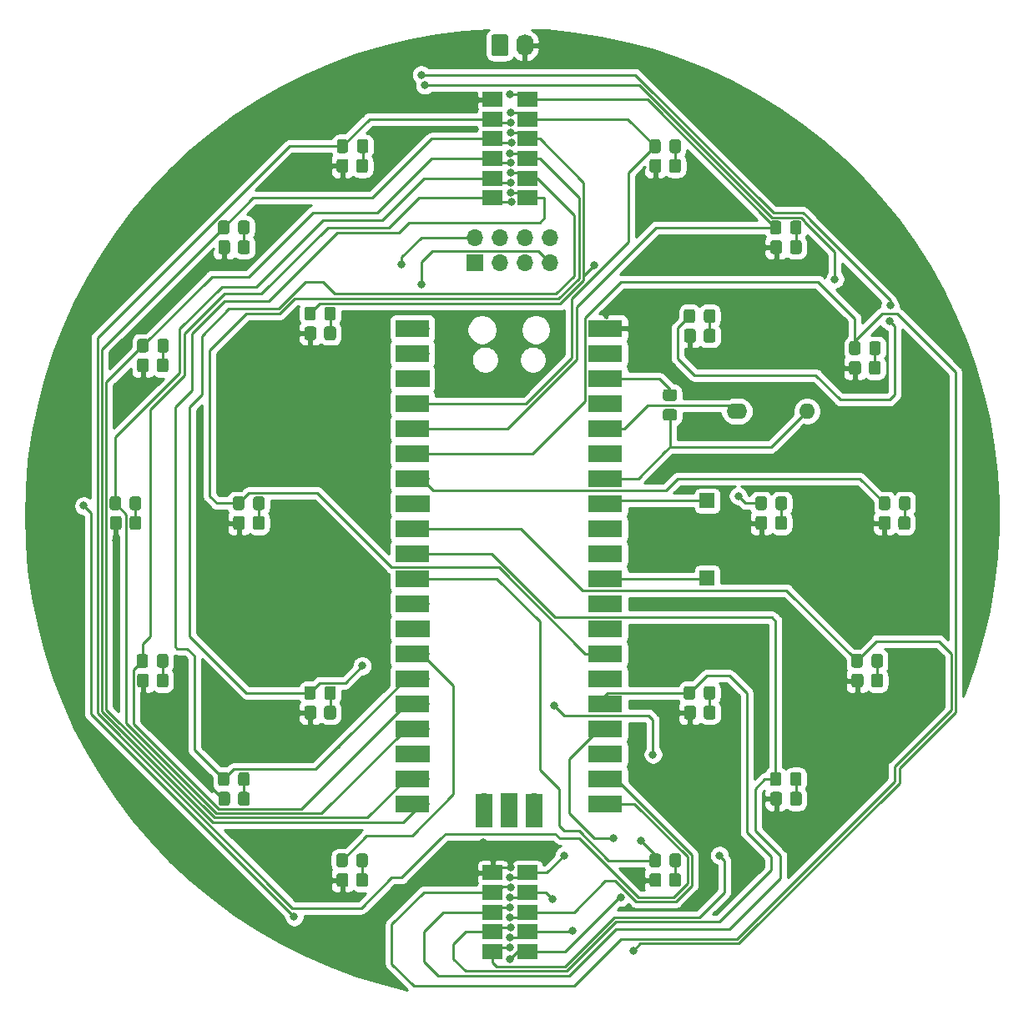
<source format=gbr>
G04 #@! TF.GenerationSoftware,KiCad,Pcbnew,5.1.10-88a1d61d58~88~ubuntu20.04.1*
G04 #@! TF.CreationDate,2021-06-07T13:14:32+01:00*
G04 #@! TF.ProjectId,Bauble,42617562-6c65-42e6-9b69-6361645f7063,rev?*
G04 #@! TF.SameCoordinates,Original*
G04 #@! TF.FileFunction,Copper,L1,Top*
G04 #@! TF.FilePolarity,Positive*
%FSLAX46Y46*%
G04 Gerber Fmt 4.6, Leading zero omitted, Abs format (unit mm)*
G04 Created by KiCad (PCBNEW 5.1.10-88a1d61d58~88~ubuntu20.04.1) date 2021-06-07 13:14:32*
%MOMM*%
%LPD*%
G01*
G04 APERTURE LIST*
G04 #@! TA.AperFunction,ComponentPad*
%ADD10O,1.600000X1.600000*%
G04 #@! TD*
G04 #@! TA.AperFunction,ComponentPad*
%ADD11O,2.100000X1.600000*%
G04 #@! TD*
G04 #@! TA.AperFunction,SMDPad,CuDef*
%ADD12R,2.000000X1.500000*%
G04 #@! TD*
G04 #@! TA.AperFunction,SMDPad,CuDef*
%ADD13R,1.500000X1.500000*%
G04 #@! TD*
G04 #@! TA.AperFunction,ComponentPad*
%ADD14O,1.700000X1.700000*%
G04 #@! TD*
G04 #@! TA.AperFunction,SMDPad,CuDef*
%ADD15R,1.700000X3.500000*%
G04 #@! TD*
G04 #@! TA.AperFunction,ComponentPad*
%ADD16R,1.700000X1.700000*%
G04 #@! TD*
G04 #@! TA.AperFunction,SMDPad,CuDef*
%ADD17R,3.500000X1.700000*%
G04 #@! TD*
G04 #@! TA.AperFunction,ComponentPad*
%ADD18O,1.740000X2.190000*%
G04 #@! TD*
G04 #@! TA.AperFunction,ViaPad*
%ADD19C,0.800000*%
G04 #@! TD*
G04 #@! TA.AperFunction,Conductor*
%ADD20C,0.250000*%
G04 #@! TD*
G04 #@! TA.AperFunction,Conductor*
%ADD21C,0.254000*%
G04 #@! TD*
G04 #@! TA.AperFunction,Conductor*
%ADD22C,0.100000*%
G04 #@! TD*
G04 APERTURE END LIST*
D10*
G04 #@! TO.P,R27,2*
G04 #@! TO.N,LIGHT*
X174625000Y-102650000D03*
D11*
G04 #@! TO.P,R27,1*
G04 #@! TO.N,+3V3*
X167525000Y-102650000D03*
G04 #@! TD*
D12*
G04 #@! TO.P,J4,10*
G04 #@! TO.N,LED9*
X146250000Y-157500000D03*
G04 #@! TO.P,J4,9*
G04 #@! TO.N,LED3*
X146250000Y-155500000D03*
G04 #@! TO.P,J4,8*
G04 #@! TO.N,LED16*
X146250000Y-153500000D03*
G04 #@! TO.P,J4,7*
G04 #@! TO.N,LED4*
X146250000Y-151500000D03*
G04 #@! TO.P,J4,6*
G04 #@! TO.N,LED17*
X146250000Y-149500000D03*
G04 #@! TO.P,J4,5*
G04 #@! TO.N,LED7*
X142750000Y-157500000D03*
G04 #@! TO.P,J4,4*
G04 #@! TO.N,LED18*
X142750000Y-155500000D03*
G04 #@! TO.P,J4,3*
G04 #@! TO.N,LED6*
X142750000Y-153500000D03*
G04 #@! TO.P,J4,2*
G04 #@! TO.N,LED5*
X142750000Y-151500000D03*
G04 #@! TO.P,J4,1*
G04 #@! TO.N,+5V*
X142750000Y-149500000D03*
G04 #@! TD*
G04 #@! TO.P,J3,12*
G04 #@! TO.N,LED10*
X146250000Y-81000000D03*
G04 #@! TO.P,J3,11*
G04 #@! TO.N,LED19*
X146250000Y-79000000D03*
G04 #@! TO.P,J3,10*
G04 #@! TO.N,LED20*
X146250000Y-77000000D03*
G04 #@! TO.P,J3,9*
G04 #@! TO.N,LED21*
X146250000Y-75000000D03*
G04 #@! TO.P,J3,8*
G04 #@! TO.N,LED1*
X146250000Y-73000000D03*
G04 #@! TO.P,J3,7*
G04 #@! TO.N,LED2*
X146250000Y-71000000D03*
G04 #@! TO.P,J3,6*
G04 #@! TO.N,LED11*
X142750000Y-81000000D03*
G04 #@! TO.P,J3,5*
G04 #@! TO.N,LED12*
X142750000Y-79000000D03*
G04 #@! TO.P,J3,4*
G04 #@! TO.N,LED13*
X142750000Y-77000000D03*
G04 #@! TO.P,J3,3*
G04 #@! TO.N,LED14*
X142750000Y-75000000D03*
G04 #@! TO.P,J3,2*
G04 #@! TO.N,LED15*
X142750000Y-73000000D03*
G04 #@! TO.P,J3,1*
G04 #@! TO.N,+5V*
X142750000Y-71000000D03*
G04 #@! TD*
D13*
G04 #@! TO.P,SW1,2*
G04 #@! TO.N,Net-(SW1-Pad2)*
X164500000Y-119550000D03*
G04 #@! TO.P,SW1,1*
G04 #@! TO.N,Net-(SW1-Pad1)*
X164500000Y-111750000D03*
G04 #@! TD*
D14*
G04 #@! TO.P,U1,43*
G04 #@! TO.N,Net-(U1-Pad43)*
X146930000Y-142290000D03*
D15*
X146930000Y-143190000D03*
D16*
G04 #@! TO.P,U1,42*
G04 #@! TO.N,Net-(U1-Pad42)*
X144390000Y-142290000D03*
D15*
X144390000Y-143190000D03*
D14*
G04 #@! TO.P,U1,41*
G04 #@! TO.N,Net-(U1-Pad41)*
X141850000Y-142290000D03*
D15*
X141850000Y-143190000D03*
D17*
G04 #@! TO.P,U1,21*
G04 #@! TO.N,LED15*
X154180000Y-142520000D03*
G04 #@! TO.P,U1,22*
G04 #@! TO.N,LED16*
X154180000Y-139980000D03*
G04 #@! TO.P,U1,23*
G04 #@! TO.N,Net-(U1-Pad23)*
X154180000Y-137440000D03*
G04 #@! TO.P,U1,24*
G04 #@! TO.N,LED17*
X154180000Y-134900000D03*
G04 #@! TO.P,U1,25*
G04 #@! TO.N,LED18*
X154180000Y-132360000D03*
G04 #@! TO.P,U1,26*
G04 #@! TO.N,LED19*
X154180000Y-129820000D03*
G04 #@! TO.P,U1,27*
G04 #@! TO.N,LED20*
X154180000Y-127280000D03*
G04 #@! TO.P,U1,28*
G04 #@! TO.N,Net-(U1-Pad28)*
X154180000Y-124740000D03*
G04 #@! TO.P,U1,29*
G04 #@! TO.N,LED21*
X154180000Y-122200000D03*
G04 #@! TO.P,U1,30*
G04 #@! TO.N,Net-(SW1-Pad2)*
X154180000Y-119660000D03*
G04 #@! TO.P,U1,31*
G04 #@! TO.N,SDA*
X154180000Y-117120000D03*
G04 #@! TO.P,U1,32*
G04 #@! TO.N,SCL*
X154180000Y-114580000D03*
G04 #@! TO.P,U1,33*
G04 #@! TO.N,Net-(SW1-Pad1)*
X154180000Y-112040000D03*
G04 #@! TO.P,U1,34*
G04 #@! TO.N,LIGHT*
X154180000Y-109500000D03*
G04 #@! TO.P,U1,35*
G04 #@! TO.N,Net-(U1-Pad35)*
X154180000Y-106960000D03*
G04 #@! TO.P,U1,36*
G04 #@! TO.N,+3V3*
X154180000Y-104420000D03*
G04 #@! TO.P,U1,37*
G04 #@! TO.N,Net-(U1-Pad37)*
X154180000Y-101880000D03*
G04 #@! TO.P,U1,38*
G04 #@! TO.N,GND*
X154180000Y-99340000D03*
G04 #@! TO.P,U1,39*
G04 #@! TO.N,Net-(U1-Pad39)*
X154180000Y-96800000D03*
G04 #@! TO.P,U1,40*
G04 #@! TO.N,+5V*
X154180000Y-94260000D03*
G04 #@! TO.P,U1,20*
G04 #@! TO.N,LED14*
X134600000Y-142520000D03*
G04 #@! TO.P,U1,19*
G04 #@! TO.N,LED13*
X134600000Y-139980000D03*
G04 #@! TO.P,U1,18*
G04 #@! TO.N,Net-(U1-Pad18)*
X134600000Y-137440000D03*
G04 #@! TO.P,U1,17*
G04 #@! TO.N,LED12*
X134600000Y-134900000D03*
G04 #@! TO.P,U1,16*
G04 #@! TO.N,LED11*
X134600000Y-132360000D03*
G04 #@! TO.P,U1,15*
G04 #@! TO.N,LED10*
X134600000Y-129820000D03*
G04 #@! TO.P,U1,14*
G04 #@! TO.N,LED9*
X134600000Y-127280000D03*
G04 #@! TO.P,U1,13*
G04 #@! TO.N,Net-(U1-Pad13)*
X134600000Y-124740000D03*
G04 #@! TO.P,U1,12*
G04 #@! TO.N,LED8*
X134600000Y-122200000D03*
G04 #@! TO.P,U1,11*
G04 #@! TO.N,LED7*
X134600000Y-119660000D03*
G04 #@! TO.P,U1,10*
G04 #@! TO.N,LED6*
X134600000Y-117120000D03*
G04 #@! TO.P,U1,9*
G04 #@! TO.N,LED5*
X134600000Y-114580000D03*
G04 #@! TO.P,U1,8*
G04 #@! TO.N,Net-(U1-Pad8)*
X134600000Y-112040000D03*
G04 #@! TO.P,U1,7*
G04 #@! TO.N,LED4*
X134600000Y-109500000D03*
G04 #@! TO.P,U1,6*
G04 #@! TO.N,LED3*
X134600000Y-106960000D03*
G04 #@! TO.P,U1,5*
G04 #@! TO.N,LED2*
X134600000Y-104420000D03*
G04 #@! TO.P,U1,4*
G04 #@! TO.N,LED1*
X134600000Y-101880000D03*
G04 #@! TO.P,U1,3*
G04 #@! TO.N,Net-(U1-Pad3)*
X134600000Y-99340000D03*
G04 #@! TO.P,U1,2*
G04 #@! TO.N,TXD*
X134600000Y-96800000D03*
G04 #@! TO.P,U1,1*
G04 #@! TO.N,RXD*
X134600000Y-94260000D03*
D14*
G04 #@! TO.P,U1,40*
G04 #@! TO.N,+5V*
X153280000Y-94260000D03*
G04 #@! TO.P,U1,39*
G04 #@! TO.N,Net-(U1-Pad39)*
X153280000Y-96800000D03*
D16*
G04 #@! TO.P,U1,38*
G04 #@! TO.N,GND*
X153280000Y-99340000D03*
D14*
G04 #@! TO.P,U1,37*
G04 #@! TO.N,Net-(U1-Pad37)*
X153280000Y-101880000D03*
G04 #@! TO.P,U1,36*
G04 #@! TO.N,+3V3*
X153280000Y-104420000D03*
G04 #@! TO.P,U1,35*
G04 #@! TO.N,Net-(U1-Pad35)*
X153280000Y-106960000D03*
G04 #@! TO.P,U1,34*
G04 #@! TO.N,LIGHT*
X153280000Y-109500000D03*
D16*
G04 #@! TO.P,U1,33*
G04 #@! TO.N,Net-(SW1-Pad1)*
X153280000Y-112040000D03*
D14*
G04 #@! TO.P,U1,32*
G04 #@! TO.N,SCL*
X153280000Y-114580000D03*
G04 #@! TO.P,U1,31*
G04 #@! TO.N,SDA*
X153280000Y-117120000D03*
G04 #@! TO.P,U1,30*
G04 #@! TO.N,Net-(SW1-Pad2)*
X153280000Y-119660000D03*
G04 #@! TO.P,U1,29*
G04 #@! TO.N,LED21*
X153280000Y-122200000D03*
D16*
G04 #@! TO.P,U1,28*
G04 #@! TO.N,Net-(U1-Pad28)*
X153280000Y-124740000D03*
D14*
G04 #@! TO.P,U1,27*
G04 #@! TO.N,LED20*
X153280000Y-127280000D03*
G04 #@! TO.P,U1,26*
G04 #@! TO.N,LED19*
X153280000Y-129820000D03*
G04 #@! TO.P,U1,25*
G04 #@! TO.N,LED18*
X153280000Y-132360000D03*
G04 #@! TO.P,U1,24*
G04 #@! TO.N,LED17*
X153280000Y-134900000D03*
D16*
G04 #@! TO.P,U1,23*
G04 #@! TO.N,Net-(U1-Pad23)*
X153280000Y-137440000D03*
D14*
G04 #@! TO.P,U1,22*
G04 #@! TO.N,LED16*
X153280000Y-139980000D03*
G04 #@! TO.P,U1,21*
G04 #@! TO.N,LED15*
X153280000Y-142520000D03*
G04 #@! TO.P,U1,20*
G04 #@! TO.N,LED14*
X135500000Y-142520000D03*
G04 #@! TO.P,U1,19*
G04 #@! TO.N,LED13*
X135500000Y-139980000D03*
D16*
G04 #@! TO.P,U1,18*
G04 #@! TO.N,Net-(U1-Pad18)*
X135500000Y-137440000D03*
D14*
G04 #@! TO.P,U1,17*
G04 #@! TO.N,LED12*
X135500000Y-134900000D03*
G04 #@! TO.P,U1,16*
G04 #@! TO.N,LED11*
X135500000Y-132360000D03*
G04 #@! TO.P,U1,15*
G04 #@! TO.N,LED10*
X135500000Y-129820000D03*
G04 #@! TO.P,U1,14*
G04 #@! TO.N,LED9*
X135500000Y-127280000D03*
D16*
G04 #@! TO.P,U1,13*
G04 #@! TO.N,Net-(U1-Pad13)*
X135500000Y-124740000D03*
D14*
G04 #@! TO.P,U1,12*
G04 #@! TO.N,LED8*
X135500000Y-122200000D03*
G04 #@! TO.P,U1,11*
G04 #@! TO.N,LED7*
X135500000Y-119660000D03*
G04 #@! TO.P,U1,10*
G04 #@! TO.N,LED6*
X135500000Y-117120000D03*
G04 #@! TO.P,U1,9*
G04 #@! TO.N,LED5*
X135500000Y-114580000D03*
D16*
G04 #@! TO.P,U1,8*
G04 #@! TO.N,Net-(U1-Pad8)*
X135500000Y-112040000D03*
D14*
G04 #@! TO.P,U1,7*
G04 #@! TO.N,LED4*
X135500000Y-109500000D03*
G04 #@! TO.P,U1,6*
G04 #@! TO.N,LED3*
X135500000Y-106960000D03*
G04 #@! TO.P,U1,5*
G04 #@! TO.N,LED2*
X135500000Y-104420000D03*
G04 #@! TO.P,U1,4*
G04 #@! TO.N,LED1*
X135500000Y-101880000D03*
D16*
G04 #@! TO.P,U1,3*
G04 #@! TO.N,Net-(U1-Pad3)*
X135500000Y-99340000D03*
D14*
G04 #@! TO.P,U1,2*
G04 #@! TO.N,TXD*
X135500000Y-96800000D03*
G04 #@! TO.P,U1,1*
G04 #@! TO.N,RXD*
X135500000Y-94260000D03*
G04 #@! TD*
G04 #@! TO.P,R18,2*
G04 #@! TO.N,Net-(D18-Pad2)*
G04 #@! TA.AperFunction,SMDPad,CuDef*
G36*
G01*
X164150000Y-133700001D02*
X164150000Y-132799999D01*
G75*
G02*
X164399999Y-132550000I249999J0D01*
G01*
X165100001Y-132550000D01*
G75*
G02*
X165350000Y-132799999I0J-249999D01*
G01*
X165350000Y-133700001D01*
G75*
G02*
X165100001Y-133950000I-249999J0D01*
G01*
X164399999Y-133950000D01*
G75*
G02*
X164150000Y-133700001I0J249999D01*
G01*
G37*
G04 #@! TD.AperFunction*
G04 #@! TO.P,R18,1*
G04 #@! TO.N,+5V*
G04 #@! TA.AperFunction,SMDPad,CuDef*
G36*
G01*
X162150000Y-133700001D02*
X162150000Y-132799999D01*
G75*
G02*
X162399999Y-132550000I249999J0D01*
G01*
X163100001Y-132550000D01*
G75*
G02*
X163350000Y-132799999I0J-249999D01*
G01*
X163350000Y-133700001D01*
G75*
G02*
X163100001Y-133950000I-249999J0D01*
G01*
X162399999Y-133950000D01*
G75*
G02*
X162150000Y-133700001I0J249999D01*
G01*
G37*
G04 #@! TD.AperFunction*
G04 #@! TD*
G04 #@! TO.P,R12,2*
G04 #@! TO.N,Net-(D12-Pad2)*
G04 #@! TA.AperFunction,SMDPad,CuDef*
G36*
G01*
X105900000Y-114450001D02*
X105900000Y-113549999D01*
G75*
G02*
X106149999Y-113300000I249999J0D01*
G01*
X106850001Y-113300000D01*
G75*
G02*
X107100000Y-113549999I0J-249999D01*
G01*
X107100000Y-114450001D01*
G75*
G02*
X106850001Y-114700000I-249999J0D01*
G01*
X106149999Y-114700000D01*
G75*
G02*
X105900000Y-114450001I0J249999D01*
G01*
G37*
G04 #@! TD.AperFunction*
G04 #@! TO.P,R12,1*
G04 #@! TO.N,+5V*
G04 #@! TA.AperFunction,SMDPad,CuDef*
G36*
G01*
X103900000Y-114450001D02*
X103900000Y-113549999D01*
G75*
G02*
X104149999Y-113300000I249999J0D01*
G01*
X104850001Y-113300000D01*
G75*
G02*
X105100000Y-113549999I0J-249999D01*
G01*
X105100000Y-114450001D01*
G75*
G02*
X104850001Y-114700000I-249999J0D01*
G01*
X104149999Y-114700000D01*
G75*
G02*
X103900000Y-114450001I0J249999D01*
G01*
G37*
G04 #@! TD.AperFunction*
G04 #@! TD*
G04 #@! TO.P,R6,2*
G04 #@! TO.N,Net-(D6-Pad2)*
G04 #@! TA.AperFunction,SMDPad,CuDef*
G36*
G01*
X172900000Y-142450001D02*
X172900000Y-141549999D01*
G75*
G02*
X173149999Y-141300000I249999J0D01*
G01*
X173850001Y-141300000D01*
G75*
G02*
X174100000Y-141549999I0J-249999D01*
G01*
X174100000Y-142450001D01*
G75*
G02*
X173850001Y-142700000I-249999J0D01*
G01*
X173149999Y-142700000D01*
G75*
G02*
X172900000Y-142450001I0J249999D01*
G01*
G37*
G04 #@! TD.AperFunction*
G04 #@! TO.P,R6,1*
G04 #@! TO.N,+5V*
G04 #@! TA.AperFunction,SMDPad,CuDef*
G36*
G01*
X170900000Y-142450001D02*
X170900000Y-141549999D01*
G75*
G02*
X171149999Y-141300000I249999J0D01*
G01*
X171850001Y-141300000D01*
G75*
G02*
X172100000Y-141549999I0J-249999D01*
G01*
X172100000Y-142450001D01*
G75*
G02*
X171850001Y-142700000I-249999J0D01*
G01*
X171149999Y-142700000D01*
G75*
G02*
X170900000Y-142450001I0J249999D01*
G01*
G37*
G04 #@! TD.AperFunction*
G04 #@! TD*
G04 #@! TO.P,R11,2*
G04 #@! TO.N,Net-(D11-Pad2)*
G04 #@! TA.AperFunction,SMDPad,CuDef*
G36*
G01*
X108650000Y-130450001D02*
X108650000Y-129549999D01*
G75*
G02*
X108899999Y-129300000I249999J0D01*
G01*
X109600001Y-129300000D01*
G75*
G02*
X109850000Y-129549999I0J-249999D01*
G01*
X109850000Y-130450001D01*
G75*
G02*
X109600001Y-130700000I-249999J0D01*
G01*
X108899999Y-130700000D01*
G75*
G02*
X108650000Y-130450001I0J249999D01*
G01*
G37*
G04 #@! TD.AperFunction*
G04 #@! TO.P,R11,1*
G04 #@! TO.N,+5V*
G04 #@! TA.AperFunction,SMDPad,CuDef*
G36*
G01*
X106650000Y-130450001D02*
X106650000Y-129549999D01*
G75*
G02*
X106899999Y-129300000I249999J0D01*
G01*
X107600001Y-129300000D01*
G75*
G02*
X107850000Y-129549999I0J-249999D01*
G01*
X107850000Y-130450001D01*
G75*
G02*
X107600001Y-130700000I-249999J0D01*
G01*
X106899999Y-130700000D01*
G75*
G02*
X106650000Y-130450001I0J249999D01*
G01*
G37*
G04 #@! TD.AperFunction*
G04 #@! TD*
G04 #@! TO.P,R17,2*
G04 #@! TO.N,Net-(D17-Pad2)*
G04 #@! TA.AperFunction,SMDPad,CuDef*
G36*
G01*
X171400000Y-114450001D02*
X171400000Y-113549999D01*
G75*
G02*
X171649999Y-113300000I249999J0D01*
G01*
X172350001Y-113300000D01*
G75*
G02*
X172600000Y-113549999I0J-249999D01*
G01*
X172600000Y-114450001D01*
G75*
G02*
X172350001Y-114700000I-249999J0D01*
G01*
X171649999Y-114700000D01*
G75*
G02*
X171400000Y-114450001I0J249999D01*
G01*
G37*
G04 #@! TD.AperFunction*
G04 #@! TO.P,R17,1*
G04 #@! TO.N,+5V*
G04 #@! TA.AperFunction,SMDPad,CuDef*
G36*
G01*
X169400000Y-114450001D02*
X169400000Y-113549999D01*
G75*
G02*
X169649999Y-113300000I249999J0D01*
G01*
X170350001Y-113300000D01*
G75*
G02*
X170600000Y-113549999I0J-249999D01*
G01*
X170600000Y-114450001D01*
G75*
G02*
X170350001Y-114700000I-249999J0D01*
G01*
X169649999Y-114700000D01*
G75*
G02*
X169400000Y-114450001I0J249999D01*
G01*
G37*
G04 #@! TD.AperFunction*
G04 #@! TD*
G04 #@! TO.P,R5,2*
G04 #@! TO.N,Net-(D5-Pad2)*
G04 #@! TA.AperFunction,SMDPad,CuDef*
G36*
G01*
X181150000Y-130450001D02*
X181150000Y-129549999D01*
G75*
G02*
X181399999Y-129300000I249999J0D01*
G01*
X182100001Y-129300000D01*
G75*
G02*
X182350000Y-129549999I0J-249999D01*
G01*
X182350000Y-130450001D01*
G75*
G02*
X182100001Y-130700000I-249999J0D01*
G01*
X181399999Y-130700000D01*
G75*
G02*
X181150000Y-130450001I0J249999D01*
G01*
G37*
G04 #@! TD.AperFunction*
G04 #@! TO.P,R5,1*
G04 #@! TO.N,+5V*
G04 #@! TA.AperFunction,SMDPad,CuDef*
G36*
G01*
X179150000Y-130450001D02*
X179150000Y-129549999D01*
G75*
G02*
X179399999Y-129300000I249999J0D01*
G01*
X180100001Y-129300000D01*
G75*
G02*
X180350000Y-129549999I0J-249999D01*
G01*
X180350000Y-130450001D01*
G75*
G02*
X180100001Y-130700000I-249999J0D01*
G01*
X179399999Y-130700000D01*
G75*
G02*
X179150000Y-130450001I0J249999D01*
G01*
G37*
G04 #@! TD.AperFunction*
G04 #@! TD*
G04 #@! TO.P,R10,2*
G04 #@! TO.N,Net-(D10-Pad2)*
G04 #@! TA.AperFunction,SMDPad,CuDef*
G36*
G01*
X116900000Y-142450001D02*
X116900000Y-141549999D01*
G75*
G02*
X117149999Y-141300000I249999J0D01*
G01*
X117850001Y-141300000D01*
G75*
G02*
X118100000Y-141549999I0J-249999D01*
G01*
X118100000Y-142450001D01*
G75*
G02*
X117850001Y-142700000I-249999J0D01*
G01*
X117149999Y-142700000D01*
G75*
G02*
X116900000Y-142450001I0J249999D01*
G01*
G37*
G04 #@! TD.AperFunction*
G04 #@! TO.P,R10,1*
G04 #@! TO.N,+5V*
G04 #@! TA.AperFunction,SMDPad,CuDef*
G36*
G01*
X114900000Y-142450001D02*
X114900000Y-141549999D01*
G75*
G02*
X115149999Y-141300000I249999J0D01*
G01*
X115850001Y-141300000D01*
G75*
G02*
X116100000Y-141549999I0J-249999D01*
G01*
X116100000Y-142450001D01*
G75*
G02*
X115850001Y-142700000I-249999J0D01*
G01*
X115149999Y-142700000D01*
G75*
G02*
X114900000Y-142450001I0J249999D01*
G01*
G37*
G04 #@! TD.AperFunction*
G04 #@! TD*
G04 #@! TO.P,R16,2*
G04 #@! TO.N,Net-(D16-Pad2)*
G04 #@! TA.AperFunction,SMDPad,CuDef*
G36*
G01*
X164150000Y-95450001D02*
X164150000Y-94549999D01*
G75*
G02*
X164399999Y-94300000I249999J0D01*
G01*
X165100001Y-94300000D01*
G75*
G02*
X165350000Y-94549999I0J-249999D01*
G01*
X165350000Y-95450001D01*
G75*
G02*
X165100001Y-95700000I-249999J0D01*
G01*
X164399999Y-95700000D01*
G75*
G02*
X164150000Y-95450001I0J249999D01*
G01*
G37*
G04 #@! TD.AperFunction*
G04 #@! TO.P,R16,1*
G04 #@! TO.N,+5V*
G04 #@! TA.AperFunction,SMDPad,CuDef*
G36*
G01*
X162150000Y-95450001D02*
X162150000Y-94549999D01*
G75*
G02*
X162399999Y-94300000I249999J0D01*
G01*
X163100001Y-94300000D01*
G75*
G02*
X163350000Y-94549999I0J-249999D01*
G01*
X163350000Y-95450001D01*
G75*
G02*
X163100001Y-95700000I-249999J0D01*
G01*
X162399999Y-95700000D01*
G75*
G02*
X162150000Y-95450001I0J249999D01*
G01*
G37*
G04 #@! TD.AperFunction*
G04 #@! TD*
G04 #@! TO.P,R4,2*
G04 #@! TO.N,Net-(D4-Pad2)*
G04 #@! TA.AperFunction,SMDPad,CuDef*
G36*
G01*
X183900000Y-114450001D02*
X183900000Y-113549999D01*
G75*
G02*
X184149999Y-113300000I249999J0D01*
G01*
X184850001Y-113300000D01*
G75*
G02*
X185100000Y-113549999I0J-249999D01*
G01*
X185100000Y-114450001D01*
G75*
G02*
X184850001Y-114700000I-249999J0D01*
G01*
X184149999Y-114700000D01*
G75*
G02*
X183900000Y-114450001I0J249999D01*
G01*
G37*
G04 #@! TD.AperFunction*
G04 #@! TO.P,R4,1*
G04 #@! TO.N,+5V*
G04 #@! TA.AperFunction,SMDPad,CuDef*
G36*
G01*
X181900000Y-114450001D02*
X181900000Y-113549999D01*
G75*
G02*
X182149999Y-113300000I249999J0D01*
G01*
X182850001Y-113300000D01*
G75*
G02*
X183100000Y-113549999I0J-249999D01*
G01*
X183100000Y-114450001D01*
G75*
G02*
X182850001Y-114700000I-249999J0D01*
G01*
X182149999Y-114700000D01*
G75*
G02*
X181900000Y-114450001I0J249999D01*
G01*
G37*
G04 #@! TD.AperFunction*
G04 #@! TD*
G04 #@! TO.P,R28,2*
G04 #@! TO.N,GND*
G04 #@! TA.AperFunction,SMDPad,CuDef*
G36*
G01*
X161175001Y-101625000D02*
X160274999Y-101625000D01*
G75*
G02*
X160025000Y-101375001I0J249999D01*
G01*
X160025000Y-100674999D01*
G75*
G02*
X160274999Y-100425000I249999J0D01*
G01*
X161175001Y-100425000D01*
G75*
G02*
X161425000Y-100674999I0J-249999D01*
G01*
X161425000Y-101375001D01*
G75*
G02*
X161175001Y-101625000I-249999J0D01*
G01*
G37*
G04 #@! TD.AperFunction*
G04 #@! TO.P,R28,1*
G04 #@! TO.N,LIGHT*
G04 #@! TA.AperFunction,SMDPad,CuDef*
G36*
G01*
X161175001Y-103625000D02*
X160274999Y-103625000D01*
G75*
G02*
X160025000Y-103375001I0J249999D01*
G01*
X160025000Y-102674999D01*
G75*
G02*
X160274999Y-102425000I249999J0D01*
G01*
X161175001Y-102425000D01*
G75*
G02*
X161425000Y-102674999I0J-249999D01*
G01*
X161425000Y-103375001D01*
G75*
G02*
X161175001Y-103625000I-249999J0D01*
G01*
G37*
G04 #@! TD.AperFunction*
G04 #@! TD*
G04 #@! TO.P,R21,2*
G04 #@! TO.N,Net-(D21-Pad2)*
G04 #@! TA.AperFunction,SMDPad,CuDef*
G36*
G01*
X125650000Y-95200001D02*
X125650000Y-94299999D01*
G75*
G02*
X125899999Y-94050000I249999J0D01*
G01*
X126600001Y-94050000D01*
G75*
G02*
X126850000Y-94299999I0J-249999D01*
G01*
X126850000Y-95200001D01*
G75*
G02*
X126600001Y-95450000I-249999J0D01*
G01*
X125899999Y-95450000D01*
G75*
G02*
X125650000Y-95200001I0J249999D01*
G01*
G37*
G04 #@! TD.AperFunction*
G04 #@! TO.P,R21,1*
G04 #@! TO.N,+5V*
G04 #@! TA.AperFunction,SMDPad,CuDef*
G36*
G01*
X123650000Y-95200001D02*
X123650000Y-94299999D01*
G75*
G02*
X123899999Y-94050000I249999J0D01*
G01*
X124600001Y-94050000D01*
G75*
G02*
X124850000Y-94299999I0J-249999D01*
G01*
X124850000Y-95200001D01*
G75*
G02*
X124600001Y-95450000I-249999J0D01*
G01*
X123899999Y-95450000D01*
G75*
G02*
X123650000Y-95200001I0J249999D01*
G01*
G37*
G04 #@! TD.AperFunction*
G04 #@! TD*
G04 #@! TO.P,R15,2*
G04 #@! TO.N,Net-(D15-Pad2)*
G04 #@! TA.AperFunction,SMDPad,CuDef*
G36*
G01*
X128900000Y-78200001D02*
X128900000Y-77299999D01*
G75*
G02*
X129149999Y-77050000I249999J0D01*
G01*
X129850001Y-77050000D01*
G75*
G02*
X130100000Y-77299999I0J-249999D01*
G01*
X130100000Y-78200001D01*
G75*
G02*
X129850001Y-78450000I-249999J0D01*
G01*
X129149999Y-78450000D01*
G75*
G02*
X128900000Y-78200001I0J249999D01*
G01*
G37*
G04 #@! TD.AperFunction*
G04 #@! TO.P,R15,1*
G04 #@! TO.N,+5V*
G04 #@! TA.AperFunction,SMDPad,CuDef*
G36*
G01*
X126900000Y-78200001D02*
X126900000Y-77299999D01*
G75*
G02*
X127149999Y-77050000I249999J0D01*
G01*
X127850001Y-77050000D01*
G75*
G02*
X128100000Y-77299999I0J-249999D01*
G01*
X128100000Y-78200001D01*
G75*
G02*
X127850001Y-78450000I-249999J0D01*
G01*
X127149999Y-78450000D01*
G75*
G02*
X126900000Y-78200001I0J249999D01*
G01*
G37*
G04 #@! TD.AperFunction*
G04 #@! TD*
G04 #@! TO.P,R9,2*
G04 #@! TO.N,Net-(D9-Pad2)*
G04 #@! TA.AperFunction,SMDPad,CuDef*
G36*
G01*
X128900000Y-150700001D02*
X128900000Y-149799999D01*
G75*
G02*
X129149999Y-149550000I249999J0D01*
G01*
X129850001Y-149550000D01*
G75*
G02*
X130100000Y-149799999I0J-249999D01*
G01*
X130100000Y-150700001D01*
G75*
G02*
X129850001Y-150950000I-249999J0D01*
G01*
X129149999Y-150950000D01*
G75*
G02*
X128900000Y-150700001I0J249999D01*
G01*
G37*
G04 #@! TD.AperFunction*
G04 #@! TO.P,R9,1*
G04 #@! TO.N,+5V*
G04 #@! TA.AperFunction,SMDPad,CuDef*
G36*
G01*
X126900000Y-150700001D02*
X126900000Y-149799999D01*
G75*
G02*
X127149999Y-149550000I249999J0D01*
G01*
X127850001Y-149550000D01*
G75*
G02*
X128100000Y-149799999I0J-249999D01*
G01*
X128100000Y-150700001D01*
G75*
G02*
X127850001Y-150950000I-249999J0D01*
G01*
X127149999Y-150950000D01*
G75*
G02*
X126900000Y-150700001I0J249999D01*
G01*
G37*
G04 #@! TD.AperFunction*
G04 #@! TD*
G04 #@! TO.P,R3,2*
G04 #@! TO.N,Net-(D3-Pad2)*
G04 #@! TA.AperFunction,SMDPad,CuDef*
G36*
G01*
X180900000Y-98700001D02*
X180900000Y-97799999D01*
G75*
G02*
X181149999Y-97550000I249999J0D01*
G01*
X181850001Y-97550000D01*
G75*
G02*
X182100000Y-97799999I0J-249999D01*
G01*
X182100000Y-98700001D01*
G75*
G02*
X181850001Y-98950000I-249999J0D01*
G01*
X181149999Y-98950000D01*
G75*
G02*
X180900000Y-98700001I0J249999D01*
G01*
G37*
G04 #@! TD.AperFunction*
G04 #@! TO.P,R3,1*
G04 #@! TO.N,+5V*
G04 #@! TA.AperFunction,SMDPad,CuDef*
G36*
G01*
X178900000Y-98700001D02*
X178900000Y-97799999D01*
G75*
G02*
X179149999Y-97550000I249999J0D01*
G01*
X179850001Y-97550000D01*
G75*
G02*
X180100000Y-97799999I0J-249999D01*
G01*
X180100000Y-98700001D01*
G75*
G02*
X179850001Y-98950000I-249999J0D01*
G01*
X179149999Y-98950000D01*
G75*
G02*
X178900000Y-98700001I0J249999D01*
G01*
G37*
G04 #@! TD.AperFunction*
G04 #@! TD*
G04 #@! TO.P,R14,2*
G04 #@! TO.N,Net-(D14-Pad2)*
G04 #@! TA.AperFunction,SMDPad,CuDef*
G36*
G01*
X116900000Y-86450001D02*
X116900000Y-85549999D01*
G75*
G02*
X117149999Y-85300000I249999J0D01*
G01*
X117850001Y-85300000D01*
G75*
G02*
X118100000Y-85549999I0J-249999D01*
G01*
X118100000Y-86450001D01*
G75*
G02*
X117850001Y-86700000I-249999J0D01*
G01*
X117149999Y-86700000D01*
G75*
G02*
X116900000Y-86450001I0J249999D01*
G01*
G37*
G04 #@! TD.AperFunction*
G04 #@! TO.P,R14,1*
G04 #@! TO.N,+5V*
G04 #@! TA.AperFunction,SMDPad,CuDef*
G36*
G01*
X114900000Y-86450001D02*
X114900000Y-85549999D01*
G75*
G02*
X115149999Y-85300000I249999J0D01*
G01*
X115850001Y-85300000D01*
G75*
G02*
X116100000Y-85549999I0J-249999D01*
G01*
X116100000Y-86450001D01*
G75*
G02*
X115850001Y-86700000I-249999J0D01*
G01*
X115149999Y-86700000D01*
G75*
G02*
X114900000Y-86450001I0J249999D01*
G01*
G37*
G04 #@! TD.AperFunction*
G04 #@! TD*
G04 #@! TO.P,R20,2*
G04 #@! TO.N,Net-(D20-Pad2)*
G04 #@! TA.AperFunction,SMDPad,CuDef*
G36*
G01*
X118400000Y-114450001D02*
X118400000Y-113549999D01*
G75*
G02*
X118649999Y-113300000I249999J0D01*
G01*
X119350001Y-113300000D01*
G75*
G02*
X119600000Y-113549999I0J-249999D01*
G01*
X119600000Y-114450001D01*
G75*
G02*
X119350001Y-114700000I-249999J0D01*
G01*
X118649999Y-114700000D01*
G75*
G02*
X118400000Y-114450001I0J249999D01*
G01*
G37*
G04 #@! TD.AperFunction*
G04 #@! TO.P,R20,1*
G04 #@! TO.N,+5V*
G04 #@! TA.AperFunction,SMDPad,CuDef*
G36*
G01*
X116400000Y-114450001D02*
X116400000Y-113549999D01*
G75*
G02*
X116649999Y-113300000I249999J0D01*
G01*
X117350001Y-113300000D01*
G75*
G02*
X117600000Y-113549999I0J-249999D01*
G01*
X117600000Y-114450001D01*
G75*
G02*
X117350001Y-114700000I-249999J0D01*
G01*
X116649999Y-114700000D01*
G75*
G02*
X116400000Y-114450001I0J249999D01*
G01*
G37*
G04 #@! TD.AperFunction*
G04 #@! TD*
G04 #@! TO.P,R2,2*
G04 #@! TO.N,Net-(D2-Pad2)*
G04 #@! TA.AperFunction,SMDPad,CuDef*
G36*
G01*
X172900000Y-86450001D02*
X172900000Y-85549999D01*
G75*
G02*
X173149999Y-85300000I249999J0D01*
G01*
X173850001Y-85300000D01*
G75*
G02*
X174100000Y-85549999I0J-249999D01*
G01*
X174100000Y-86450001D01*
G75*
G02*
X173850001Y-86700000I-249999J0D01*
G01*
X173149999Y-86700000D01*
G75*
G02*
X172900000Y-86450001I0J249999D01*
G01*
G37*
G04 #@! TD.AperFunction*
G04 #@! TO.P,R2,1*
G04 #@! TO.N,+5V*
G04 #@! TA.AperFunction,SMDPad,CuDef*
G36*
G01*
X170900000Y-86450001D02*
X170900000Y-85549999D01*
G75*
G02*
X171149999Y-85300000I249999J0D01*
G01*
X171850001Y-85300000D01*
G75*
G02*
X172100000Y-85549999I0J-249999D01*
G01*
X172100000Y-86450001D01*
G75*
G02*
X171850001Y-86700000I-249999J0D01*
G01*
X171149999Y-86700000D01*
G75*
G02*
X170900000Y-86450001I0J249999D01*
G01*
G37*
G04 #@! TD.AperFunction*
G04 #@! TD*
G04 #@! TO.P,R7,2*
G04 #@! TO.N,Net-(D7-Pad2)*
G04 #@! TA.AperFunction,SMDPad,CuDef*
G36*
G01*
X160650000Y-150700001D02*
X160650000Y-149799999D01*
G75*
G02*
X160899999Y-149550000I249999J0D01*
G01*
X161600001Y-149550000D01*
G75*
G02*
X161850000Y-149799999I0J-249999D01*
G01*
X161850000Y-150700001D01*
G75*
G02*
X161600001Y-150950000I-249999J0D01*
G01*
X160899999Y-150950000D01*
G75*
G02*
X160650000Y-150700001I0J249999D01*
G01*
G37*
G04 #@! TD.AperFunction*
G04 #@! TO.P,R7,1*
G04 #@! TO.N,+5V*
G04 #@! TA.AperFunction,SMDPad,CuDef*
G36*
G01*
X158650000Y-150700001D02*
X158650000Y-149799999D01*
G75*
G02*
X158899999Y-149550000I249999J0D01*
G01*
X159600001Y-149550000D01*
G75*
G02*
X159850000Y-149799999I0J-249999D01*
G01*
X159850000Y-150700001D01*
G75*
G02*
X159600001Y-150950000I-249999J0D01*
G01*
X158899999Y-150950000D01*
G75*
G02*
X158650000Y-150700001I0J249999D01*
G01*
G37*
G04 #@! TD.AperFunction*
G04 #@! TD*
G04 #@! TO.P,R13,2*
G04 #@! TO.N,Net-(D13-Pad2)*
G04 #@! TA.AperFunction,SMDPad,CuDef*
G36*
G01*
X108650000Y-98450001D02*
X108650000Y-97549999D01*
G75*
G02*
X108899999Y-97300000I249999J0D01*
G01*
X109600001Y-97300000D01*
G75*
G02*
X109850000Y-97549999I0J-249999D01*
G01*
X109850000Y-98450001D01*
G75*
G02*
X109600001Y-98700000I-249999J0D01*
G01*
X108899999Y-98700000D01*
G75*
G02*
X108650000Y-98450001I0J249999D01*
G01*
G37*
G04 #@! TD.AperFunction*
G04 #@! TO.P,R13,1*
G04 #@! TO.N,+5V*
G04 #@! TA.AperFunction,SMDPad,CuDef*
G36*
G01*
X106650000Y-98450001D02*
X106650000Y-97549999D01*
G75*
G02*
X106899999Y-97300000I249999J0D01*
G01*
X107600001Y-97300000D01*
G75*
G02*
X107850000Y-97549999I0J-249999D01*
G01*
X107850000Y-98450001D01*
G75*
G02*
X107600001Y-98700000I-249999J0D01*
G01*
X106899999Y-98700000D01*
G75*
G02*
X106650000Y-98450001I0J249999D01*
G01*
G37*
G04 #@! TD.AperFunction*
G04 #@! TD*
G04 #@! TO.P,R1,2*
G04 #@! TO.N,Net-(D1-Pad2)*
G04 #@! TA.AperFunction,SMDPad,CuDef*
G36*
G01*
X160650000Y-78200001D02*
X160650000Y-77299999D01*
G75*
G02*
X160899999Y-77050000I249999J0D01*
G01*
X161600001Y-77050000D01*
G75*
G02*
X161850000Y-77299999I0J-249999D01*
G01*
X161850000Y-78200001D01*
G75*
G02*
X161600001Y-78450000I-249999J0D01*
G01*
X160899999Y-78450000D01*
G75*
G02*
X160650000Y-78200001I0J249999D01*
G01*
G37*
G04 #@! TD.AperFunction*
G04 #@! TO.P,R1,1*
G04 #@! TO.N,+5V*
G04 #@! TA.AperFunction,SMDPad,CuDef*
G36*
G01*
X158650000Y-78200001D02*
X158650000Y-77299999D01*
G75*
G02*
X158899999Y-77050000I249999J0D01*
G01*
X159600001Y-77050000D01*
G75*
G02*
X159850000Y-77299999I0J-249999D01*
G01*
X159850000Y-78200001D01*
G75*
G02*
X159600001Y-78450000I-249999J0D01*
G01*
X158899999Y-78450000D01*
G75*
G02*
X158650000Y-78200001I0J249999D01*
G01*
G37*
G04 #@! TD.AperFunction*
G04 #@! TD*
G04 #@! TO.P,R19,2*
G04 #@! TO.N,Net-(D19-Pad2)*
G04 #@! TA.AperFunction,SMDPad,CuDef*
G36*
G01*
X125650000Y-133700001D02*
X125650000Y-132799999D01*
G75*
G02*
X125899999Y-132550000I249999J0D01*
G01*
X126600001Y-132550000D01*
G75*
G02*
X126850000Y-132799999I0J-249999D01*
G01*
X126850000Y-133700001D01*
G75*
G02*
X126600001Y-133950000I-249999J0D01*
G01*
X125899999Y-133950000D01*
G75*
G02*
X125650000Y-133700001I0J249999D01*
G01*
G37*
G04 #@! TD.AperFunction*
G04 #@! TO.P,R19,1*
G04 #@! TO.N,+5V*
G04 #@! TA.AperFunction,SMDPad,CuDef*
G36*
G01*
X123650000Y-133700001D02*
X123650000Y-132799999D01*
G75*
G02*
X123899999Y-132550000I249999J0D01*
G01*
X124600001Y-132550000D01*
G75*
G02*
X124850000Y-132799999I0J-249999D01*
G01*
X124850000Y-133700001D01*
G75*
G02*
X124600001Y-133950000I-249999J0D01*
G01*
X123899999Y-133950000D01*
G75*
G02*
X123650000Y-133700001I0J249999D01*
G01*
G37*
G04 #@! TD.AperFunction*
G04 #@! TD*
G04 #@! TO.P,J2,8*
G04 #@! TO.N,+3V3*
X148540000Y-85000000D03*
G04 #@! TO.P,J2,7*
G04 #@! TO.N,RXD*
X148540000Y-87540000D03*
G04 #@! TO.P,J2,6*
G04 #@! TO.N,N/C*
X146000000Y-85000000D03*
G04 #@! TO.P,J2,5*
X146000000Y-87540000D03*
G04 #@! TO.P,J2,4*
X143460000Y-85000000D03*
G04 #@! TO.P,J2,3*
X143460000Y-87540000D03*
G04 #@! TO.P,J2,2*
G04 #@! TO.N,TXD*
X140920000Y-85000000D03*
D16*
G04 #@! TO.P,J2,1*
G04 #@! TO.N,GND*
X140920000Y-87540000D03*
G04 #@! TD*
D18*
G04 #@! TO.P,J1,2*
G04 #@! TO.N,+5V*
X146000000Y-65500000D03*
G04 #@! TO.P,J1,1*
G04 #@! TO.N,GND*
G04 #@! TA.AperFunction,ComponentPad*
G36*
G01*
X142590000Y-66345001D02*
X142590000Y-64654999D01*
G75*
G02*
X142839999Y-64405000I249999J0D01*
G01*
X144080001Y-64405000D01*
G75*
G02*
X144330000Y-64654999I0J-249999D01*
G01*
X144330000Y-66345001D01*
G75*
G02*
X144080001Y-66595000I-249999J0D01*
G01*
X142839999Y-66595000D01*
G75*
G02*
X142590000Y-66345001I0J249999D01*
G01*
G37*
G04 #@! TD.AperFunction*
G04 #@! TD*
G04 #@! TO.P,D18,2*
G04 #@! TO.N,Net-(D18-Pad2)*
G04 #@! TA.AperFunction,SMDPad,CuDef*
G36*
G01*
X164175000Y-131700001D02*
X164175000Y-130799999D01*
G75*
G02*
X164424999Y-130550000I249999J0D01*
G01*
X165075001Y-130550000D01*
G75*
G02*
X165325000Y-130799999I0J-249999D01*
G01*
X165325000Y-131700001D01*
G75*
G02*
X165075001Y-131950000I-249999J0D01*
G01*
X164424999Y-131950000D01*
G75*
G02*
X164175000Y-131700001I0J249999D01*
G01*
G37*
G04 #@! TD.AperFunction*
G04 #@! TO.P,D18,1*
G04 #@! TO.N,LED18*
G04 #@! TA.AperFunction,SMDPad,CuDef*
G36*
G01*
X162125000Y-131700001D02*
X162125000Y-130799999D01*
G75*
G02*
X162374999Y-130550000I249999J0D01*
G01*
X163025001Y-130550000D01*
G75*
G02*
X163275000Y-130799999I0J-249999D01*
G01*
X163275000Y-131700001D01*
G75*
G02*
X163025001Y-131950000I-249999J0D01*
G01*
X162374999Y-131950000D01*
G75*
G02*
X162125000Y-131700001I0J249999D01*
G01*
G37*
G04 #@! TD.AperFunction*
G04 #@! TD*
G04 #@! TO.P,D12,2*
G04 #@! TO.N,Net-(D12-Pad2)*
G04 #@! TA.AperFunction,SMDPad,CuDef*
G36*
G01*
X105925000Y-112450001D02*
X105925000Y-111549999D01*
G75*
G02*
X106174999Y-111300000I249999J0D01*
G01*
X106825001Y-111300000D01*
G75*
G02*
X107075000Y-111549999I0J-249999D01*
G01*
X107075000Y-112450001D01*
G75*
G02*
X106825001Y-112700000I-249999J0D01*
G01*
X106174999Y-112700000D01*
G75*
G02*
X105925000Y-112450001I0J249999D01*
G01*
G37*
G04 #@! TD.AperFunction*
G04 #@! TO.P,D12,1*
G04 #@! TO.N,LED12*
G04 #@! TA.AperFunction,SMDPad,CuDef*
G36*
G01*
X103875000Y-112450001D02*
X103875000Y-111549999D01*
G75*
G02*
X104124999Y-111300000I249999J0D01*
G01*
X104775001Y-111300000D01*
G75*
G02*
X105025000Y-111549999I0J-249999D01*
G01*
X105025000Y-112450001D01*
G75*
G02*
X104775001Y-112700000I-249999J0D01*
G01*
X104124999Y-112700000D01*
G75*
G02*
X103875000Y-112450001I0J249999D01*
G01*
G37*
G04 #@! TD.AperFunction*
G04 #@! TD*
G04 #@! TO.P,D6,2*
G04 #@! TO.N,Net-(D6-Pad2)*
G04 #@! TA.AperFunction,SMDPad,CuDef*
G36*
G01*
X172925000Y-140450001D02*
X172925000Y-139549999D01*
G75*
G02*
X173174999Y-139300000I249999J0D01*
G01*
X173825001Y-139300000D01*
G75*
G02*
X174075000Y-139549999I0J-249999D01*
G01*
X174075000Y-140450001D01*
G75*
G02*
X173825001Y-140700000I-249999J0D01*
G01*
X173174999Y-140700000D01*
G75*
G02*
X172925000Y-140450001I0J249999D01*
G01*
G37*
G04 #@! TD.AperFunction*
G04 #@! TO.P,D6,1*
G04 #@! TO.N,LED6*
G04 #@! TA.AperFunction,SMDPad,CuDef*
G36*
G01*
X170875000Y-140450001D02*
X170875000Y-139549999D01*
G75*
G02*
X171124999Y-139300000I249999J0D01*
G01*
X171775001Y-139300000D01*
G75*
G02*
X172025000Y-139549999I0J-249999D01*
G01*
X172025000Y-140450001D01*
G75*
G02*
X171775001Y-140700000I-249999J0D01*
G01*
X171124999Y-140700000D01*
G75*
G02*
X170875000Y-140450001I0J249999D01*
G01*
G37*
G04 #@! TD.AperFunction*
G04 #@! TD*
G04 #@! TO.P,D11,2*
G04 #@! TO.N,Net-(D11-Pad2)*
G04 #@! TA.AperFunction,SMDPad,CuDef*
G36*
G01*
X108675000Y-128450001D02*
X108675000Y-127549999D01*
G75*
G02*
X108924999Y-127300000I249999J0D01*
G01*
X109575001Y-127300000D01*
G75*
G02*
X109825000Y-127549999I0J-249999D01*
G01*
X109825000Y-128450001D01*
G75*
G02*
X109575001Y-128700000I-249999J0D01*
G01*
X108924999Y-128700000D01*
G75*
G02*
X108675000Y-128450001I0J249999D01*
G01*
G37*
G04 #@! TD.AperFunction*
G04 #@! TO.P,D11,1*
G04 #@! TO.N,LED11*
G04 #@! TA.AperFunction,SMDPad,CuDef*
G36*
G01*
X106625000Y-128450001D02*
X106625000Y-127549999D01*
G75*
G02*
X106874999Y-127300000I249999J0D01*
G01*
X107525001Y-127300000D01*
G75*
G02*
X107775000Y-127549999I0J-249999D01*
G01*
X107775000Y-128450001D01*
G75*
G02*
X107525001Y-128700000I-249999J0D01*
G01*
X106874999Y-128700000D01*
G75*
G02*
X106625000Y-128450001I0J249999D01*
G01*
G37*
G04 #@! TD.AperFunction*
G04 #@! TD*
G04 #@! TO.P,D17,2*
G04 #@! TO.N,Net-(D17-Pad2)*
G04 #@! TA.AperFunction,SMDPad,CuDef*
G36*
G01*
X171450000Y-112450001D02*
X171450000Y-111549999D01*
G75*
G02*
X171699999Y-111300000I249999J0D01*
G01*
X172350001Y-111300000D01*
G75*
G02*
X172600000Y-111549999I0J-249999D01*
G01*
X172600000Y-112450001D01*
G75*
G02*
X172350001Y-112700000I-249999J0D01*
G01*
X171699999Y-112700000D01*
G75*
G02*
X171450000Y-112450001I0J249999D01*
G01*
G37*
G04 #@! TD.AperFunction*
G04 #@! TO.P,D17,1*
G04 #@! TO.N,LED17*
G04 #@! TA.AperFunction,SMDPad,CuDef*
G36*
G01*
X169400000Y-112450001D02*
X169400000Y-111549999D01*
G75*
G02*
X169649999Y-111300000I249999J0D01*
G01*
X170300001Y-111300000D01*
G75*
G02*
X170550000Y-111549999I0J-249999D01*
G01*
X170550000Y-112450001D01*
G75*
G02*
X170300001Y-112700000I-249999J0D01*
G01*
X169649999Y-112700000D01*
G75*
G02*
X169400000Y-112450001I0J249999D01*
G01*
G37*
G04 #@! TD.AperFunction*
G04 #@! TD*
G04 #@! TO.P,D5,2*
G04 #@! TO.N,Net-(D5-Pad2)*
G04 #@! TA.AperFunction,SMDPad,CuDef*
G36*
G01*
X181175000Y-128450001D02*
X181175000Y-127549999D01*
G75*
G02*
X181424999Y-127300000I249999J0D01*
G01*
X182075001Y-127300000D01*
G75*
G02*
X182325000Y-127549999I0J-249999D01*
G01*
X182325000Y-128450001D01*
G75*
G02*
X182075001Y-128700000I-249999J0D01*
G01*
X181424999Y-128700000D01*
G75*
G02*
X181175000Y-128450001I0J249999D01*
G01*
G37*
G04 #@! TD.AperFunction*
G04 #@! TO.P,D5,1*
G04 #@! TO.N,LED5*
G04 #@! TA.AperFunction,SMDPad,CuDef*
G36*
G01*
X179125000Y-128450001D02*
X179125000Y-127549999D01*
G75*
G02*
X179374999Y-127300000I249999J0D01*
G01*
X180025001Y-127300000D01*
G75*
G02*
X180275000Y-127549999I0J-249999D01*
G01*
X180275000Y-128450001D01*
G75*
G02*
X180025001Y-128700000I-249999J0D01*
G01*
X179374999Y-128700000D01*
G75*
G02*
X179125000Y-128450001I0J249999D01*
G01*
G37*
G04 #@! TD.AperFunction*
G04 #@! TD*
G04 #@! TO.P,D10,2*
G04 #@! TO.N,Net-(D10-Pad2)*
G04 #@! TA.AperFunction,SMDPad,CuDef*
G36*
G01*
X116925000Y-140450001D02*
X116925000Y-139549999D01*
G75*
G02*
X117174999Y-139300000I249999J0D01*
G01*
X117825001Y-139300000D01*
G75*
G02*
X118075000Y-139549999I0J-249999D01*
G01*
X118075000Y-140450001D01*
G75*
G02*
X117825001Y-140700000I-249999J0D01*
G01*
X117174999Y-140700000D01*
G75*
G02*
X116925000Y-140450001I0J249999D01*
G01*
G37*
G04 #@! TD.AperFunction*
G04 #@! TO.P,D10,1*
G04 #@! TO.N,LED10*
G04 #@! TA.AperFunction,SMDPad,CuDef*
G36*
G01*
X114875000Y-140450001D02*
X114875000Y-139549999D01*
G75*
G02*
X115124999Y-139300000I249999J0D01*
G01*
X115775001Y-139300000D01*
G75*
G02*
X116025000Y-139549999I0J-249999D01*
G01*
X116025000Y-140450001D01*
G75*
G02*
X115775001Y-140700000I-249999J0D01*
G01*
X115124999Y-140700000D01*
G75*
G02*
X114875000Y-140450001I0J249999D01*
G01*
G37*
G04 #@! TD.AperFunction*
G04 #@! TD*
G04 #@! TO.P,D16,2*
G04 #@! TO.N,Net-(D16-Pad2)*
G04 #@! TA.AperFunction,SMDPad,CuDef*
G36*
G01*
X164175000Y-93450001D02*
X164175000Y-92549999D01*
G75*
G02*
X164424999Y-92300000I249999J0D01*
G01*
X165075001Y-92300000D01*
G75*
G02*
X165325000Y-92549999I0J-249999D01*
G01*
X165325000Y-93450001D01*
G75*
G02*
X165075001Y-93700000I-249999J0D01*
G01*
X164424999Y-93700000D01*
G75*
G02*
X164175000Y-93450001I0J249999D01*
G01*
G37*
G04 #@! TD.AperFunction*
G04 #@! TO.P,D16,1*
G04 #@! TO.N,LED16*
G04 #@! TA.AperFunction,SMDPad,CuDef*
G36*
G01*
X162125000Y-93450001D02*
X162125000Y-92549999D01*
G75*
G02*
X162374999Y-92300000I249999J0D01*
G01*
X163025001Y-92300000D01*
G75*
G02*
X163275000Y-92549999I0J-249999D01*
G01*
X163275000Y-93450001D01*
G75*
G02*
X163025001Y-93700000I-249999J0D01*
G01*
X162374999Y-93700000D01*
G75*
G02*
X162125000Y-93450001I0J249999D01*
G01*
G37*
G04 #@! TD.AperFunction*
G04 #@! TD*
G04 #@! TO.P,D4,2*
G04 #@! TO.N,Net-(D4-Pad2)*
G04 #@! TA.AperFunction,SMDPad,CuDef*
G36*
G01*
X183975000Y-112450001D02*
X183975000Y-111549999D01*
G75*
G02*
X184224999Y-111300000I249999J0D01*
G01*
X184875001Y-111300000D01*
G75*
G02*
X185125000Y-111549999I0J-249999D01*
G01*
X185125000Y-112450001D01*
G75*
G02*
X184875001Y-112700000I-249999J0D01*
G01*
X184224999Y-112700000D01*
G75*
G02*
X183975000Y-112450001I0J249999D01*
G01*
G37*
G04 #@! TD.AperFunction*
G04 #@! TO.P,D4,1*
G04 #@! TO.N,LED4*
G04 #@! TA.AperFunction,SMDPad,CuDef*
G36*
G01*
X181925000Y-112450001D02*
X181925000Y-111549999D01*
G75*
G02*
X182174999Y-111300000I249999J0D01*
G01*
X182825001Y-111300000D01*
G75*
G02*
X183075000Y-111549999I0J-249999D01*
G01*
X183075000Y-112450001D01*
G75*
G02*
X182825001Y-112700000I-249999J0D01*
G01*
X182174999Y-112700000D01*
G75*
G02*
X181925000Y-112450001I0J249999D01*
G01*
G37*
G04 #@! TD.AperFunction*
G04 #@! TD*
G04 #@! TO.P,D21,2*
G04 #@! TO.N,Net-(D21-Pad2)*
G04 #@! TA.AperFunction,SMDPad,CuDef*
G36*
G01*
X125675000Y-93200001D02*
X125675000Y-92299999D01*
G75*
G02*
X125924999Y-92050000I249999J0D01*
G01*
X126575001Y-92050000D01*
G75*
G02*
X126825000Y-92299999I0J-249999D01*
G01*
X126825000Y-93200001D01*
G75*
G02*
X126575001Y-93450000I-249999J0D01*
G01*
X125924999Y-93450000D01*
G75*
G02*
X125675000Y-93200001I0J249999D01*
G01*
G37*
G04 #@! TD.AperFunction*
G04 #@! TO.P,D21,1*
G04 #@! TO.N,LED21*
G04 #@! TA.AperFunction,SMDPad,CuDef*
G36*
G01*
X123625000Y-93200001D02*
X123625000Y-92299999D01*
G75*
G02*
X123874999Y-92050000I249999J0D01*
G01*
X124525001Y-92050000D01*
G75*
G02*
X124775000Y-92299999I0J-249999D01*
G01*
X124775000Y-93200001D01*
G75*
G02*
X124525001Y-93450000I-249999J0D01*
G01*
X123874999Y-93450000D01*
G75*
G02*
X123625000Y-93200001I0J249999D01*
G01*
G37*
G04 #@! TD.AperFunction*
G04 #@! TD*
G04 #@! TO.P,D15,2*
G04 #@! TO.N,Net-(D15-Pad2)*
G04 #@! TA.AperFunction,SMDPad,CuDef*
G36*
G01*
X128975000Y-76200001D02*
X128975000Y-75299999D01*
G75*
G02*
X129224999Y-75050000I249999J0D01*
G01*
X129875001Y-75050000D01*
G75*
G02*
X130125000Y-75299999I0J-249999D01*
G01*
X130125000Y-76200001D01*
G75*
G02*
X129875001Y-76450000I-249999J0D01*
G01*
X129224999Y-76450000D01*
G75*
G02*
X128975000Y-76200001I0J249999D01*
G01*
G37*
G04 #@! TD.AperFunction*
G04 #@! TO.P,D15,1*
G04 #@! TO.N,LED15*
G04 #@! TA.AperFunction,SMDPad,CuDef*
G36*
G01*
X126925000Y-76200001D02*
X126925000Y-75299999D01*
G75*
G02*
X127174999Y-75050000I249999J0D01*
G01*
X127825001Y-75050000D01*
G75*
G02*
X128075000Y-75299999I0J-249999D01*
G01*
X128075000Y-76200001D01*
G75*
G02*
X127825001Y-76450000I-249999J0D01*
G01*
X127174999Y-76450000D01*
G75*
G02*
X126925000Y-76200001I0J249999D01*
G01*
G37*
G04 #@! TD.AperFunction*
G04 #@! TD*
G04 #@! TO.P,D9,2*
G04 #@! TO.N,Net-(D9-Pad2)*
G04 #@! TA.AperFunction,SMDPad,CuDef*
G36*
G01*
X128925000Y-148700001D02*
X128925000Y-147799999D01*
G75*
G02*
X129174999Y-147550000I249999J0D01*
G01*
X129825001Y-147550000D01*
G75*
G02*
X130075000Y-147799999I0J-249999D01*
G01*
X130075000Y-148700001D01*
G75*
G02*
X129825001Y-148950000I-249999J0D01*
G01*
X129174999Y-148950000D01*
G75*
G02*
X128925000Y-148700001I0J249999D01*
G01*
G37*
G04 #@! TD.AperFunction*
G04 #@! TO.P,D9,1*
G04 #@! TO.N,LED9*
G04 #@! TA.AperFunction,SMDPad,CuDef*
G36*
G01*
X126875000Y-148700001D02*
X126875000Y-147799999D01*
G75*
G02*
X127124999Y-147550000I249999J0D01*
G01*
X127775001Y-147550000D01*
G75*
G02*
X128025000Y-147799999I0J-249999D01*
G01*
X128025000Y-148700001D01*
G75*
G02*
X127775001Y-148950000I-249999J0D01*
G01*
X127124999Y-148950000D01*
G75*
G02*
X126875000Y-148700001I0J249999D01*
G01*
G37*
G04 #@! TD.AperFunction*
G04 #@! TD*
G04 #@! TO.P,D3,2*
G04 #@! TO.N,Net-(D3-Pad2)*
G04 #@! TA.AperFunction,SMDPad,CuDef*
G36*
G01*
X180950000Y-96700001D02*
X180950000Y-95799999D01*
G75*
G02*
X181199999Y-95550000I249999J0D01*
G01*
X181850001Y-95550000D01*
G75*
G02*
X182100000Y-95799999I0J-249999D01*
G01*
X182100000Y-96700001D01*
G75*
G02*
X181850001Y-96950000I-249999J0D01*
G01*
X181199999Y-96950000D01*
G75*
G02*
X180950000Y-96700001I0J249999D01*
G01*
G37*
G04 #@! TD.AperFunction*
G04 #@! TO.P,D3,1*
G04 #@! TO.N,LED3*
G04 #@! TA.AperFunction,SMDPad,CuDef*
G36*
G01*
X178900000Y-96700001D02*
X178900000Y-95799999D01*
G75*
G02*
X179149999Y-95550000I249999J0D01*
G01*
X179800001Y-95550000D01*
G75*
G02*
X180050000Y-95799999I0J-249999D01*
G01*
X180050000Y-96700001D01*
G75*
G02*
X179800001Y-96950000I-249999J0D01*
G01*
X179149999Y-96950000D01*
G75*
G02*
X178900000Y-96700001I0J249999D01*
G01*
G37*
G04 #@! TD.AperFunction*
G04 #@! TD*
G04 #@! TO.P,D14,2*
G04 #@! TO.N,Net-(D14-Pad2)*
G04 #@! TA.AperFunction,SMDPad,CuDef*
G36*
G01*
X116925000Y-84450001D02*
X116925000Y-83549999D01*
G75*
G02*
X117174999Y-83300000I249999J0D01*
G01*
X117825001Y-83300000D01*
G75*
G02*
X118075000Y-83549999I0J-249999D01*
G01*
X118075000Y-84450001D01*
G75*
G02*
X117825001Y-84700000I-249999J0D01*
G01*
X117174999Y-84700000D01*
G75*
G02*
X116925000Y-84450001I0J249999D01*
G01*
G37*
G04 #@! TD.AperFunction*
G04 #@! TO.P,D14,1*
G04 #@! TO.N,LED14*
G04 #@! TA.AperFunction,SMDPad,CuDef*
G36*
G01*
X114875000Y-84450001D02*
X114875000Y-83549999D01*
G75*
G02*
X115124999Y-83300000I249999J0D01*
G01*
X115775001Y-83300000D01*
G75*
G02*
X116025000Y-83549999I0J-249999D01*
G01*
X116025000Y-84450001D01*
G75*
G02*
X115775001Y-84700000I-249999J0D01*
G01*
X115124999Y-84700000D01*
G75*
G02*
X114875000Y-84450001I0J249999D01*
G01*
G37*
G04 #@! TD.AperFunction*
G04 #@! TD*
G04 #@! TO.P,D20,2*
G04 #@! TO.N,Net-(D20-Pad2)*
G04 #@! TA.AperFunction,SMDPad,CuDef*
G36*
G01*
X118450000Y-112450001D02*
X118450000Y-111549999D01*
G75*
G02*
X118699999Y-111300000I249999J0D01*
G01*
X119350001Y-111300000D01*
G75*
G02*
X119600000Y-111549999I0J-249999D01*
G01*
X119600000Y-112450001D01*
G75*
G02*
X119350001Y-112700000I-249999J0D01*
G01*
X118699999Y-112700000D01*
G75*
G02*
X118450000Y-112450001I0J249999D01*
G01*
G37*
G04 #@! TD.AperFunction*
G04 #@! TO.P,D20,1*
G04 #@! TO.N,LED20*
G04 #@! TA.AperFunction,SMDPad,CuDef*
G36*
G01*
X116400000Y-112450001D02*
X116400000Y-111549999D01*
G75*
G02*
X116649999Y-111300000I249999J0D01*
G01*
X117300001Y-111300000D01*
G75*
G02*
X117550000Y-111549999I0J-249999D01*
G01*
X117550000Y-112450001D01*
G75*
G02*
X117300001Y-112700000I-249999J0D01*
G01*
X116649999Y-112700000D01*
G75*
G02*
X116400000Y-112450001I0J249999D01*
G01*
G37*
G04 #@! TD.AperFunction*
G04 #@! TD*
G04 #@! TO.P,D2,2*
G04 #@! TO.N,Net-(D2-Pad2)*
G04 #@! TA.AperFunction,SMDPad,CuDef*
G36*
G01*
X172925000Y-84450001D02*
X172925000Y-83549999D01*
G75*
G02*
X173174999Y-83300000I249999J0D01*
G01*
X173825001Y-83300000D01*
G75*
G02*
X174075000Y-83549999I0J-249999D01*
G01*
X174075000Y-84450001D01*
G75*
G02*
X173825001Y-84700000I-249999J0D01*
G01*
X173174999Y-84700000D01*
G75*
G02*
X172925000Y-84450001I0J249999D01*
G01*
G37*
G04 #@! TD.AperFunction*
G04 #@! TO.P,D2,1*
G04 #@! TO.N,LED2*
G04 #@! TA.AperFunction,SMDPad,CuDef*
G36*
G01*
X170875000Y-84450001D02*
X170875000Y-83549999D01*
G75*
G02*
X171124999Y-83300000I249999J0D01*
G01*
X171775001Y-83300000D01*
G75*
G02*
X172025000Y-83549999I0J-249999D01*
G01*
X172025000Y-84450001D01*
G75*
G02*
X171775001Y-84700000I-249999J0D01*
G01*
X171124999Y-84700000D01*
G75*
G02*
X170875000Y-84450001I0J249999D01*
G01*
G37*
G04 #@! TD.AperFunction*
G04 #@! TD*
G04 #@! TO.P,D7,2*
G04 #@! TO.N,Net-(D7-Pad2)*
G04 #@! TA.AperFunction,SMDPad,CuDef*
G36*
G01*
X160700000Y-148700001D02*
X160700000Y-147799999D01*
G75*
G02*
X160949999Y-147550000I249999J0D01*
G01*
X161600001Y-147550000D01*
G75*
G02*
X161850000Y-147799999I0J-249999D01*
G01*
X161850000Y-148700001D01*
G75*
G02*
X161600001Y-148950000I-249999J0D01*
G01*
X160949999Y-148950000D01*
G75*
G02*
X160700000Y-148700001I0J249999D01*
G01*
G37*
G04 #@! TD.AperFunction*
G04 #@! TO.P,D7,1*
G04 #@! TO.N,LED7*
G04 #@! TA.AperFunction,SMDPad,CuDef*
G36*
G01*
X158650000Y-148700001D02*
X158650000Y-147799999D01*
G75*
G02*
X158899999Y-147550000I249999J0D01*
G01*
X159550001Y-147550000D01*
G75*
G02*
X159800000Y-147799999I0J-249999D01*
G01*
X159800000Y-148700001D01*
G75*
G02*
X159550001Y-148950000I-249999J0D01*
G01*
X158899999Y-148950000D01*
G75*
G02*
X158650000Y-148700001I0J249999D01*
G01*
G37*
G04 #@! TD.AperFunction*
G04 #@! TD*
G04 #@! TO.P,D13,2*
G04 #@! TO.N,Net-(D13-Pad2)*
G04 #@! TA.AperFunction,SMDPad,CuDef*
G36*
G01*
X108725000Y-96450001D02*
X108725000Y-95549999D01*
G75*
G02*
X108974999Y-95300000I249999J0D01*
G01*
X109625001Y-95300000D01*
G75*
G02*
X109875000Y-95549999I0J-249999D01*
G01*
X109875000Y-96450001D01*
G75*
G02*
X109625001Y-96700000I-249999J0D01*
G01*
X108974999Y-96700000D01*
G75*
G02*
X108725000Y-96450001I0J249999D01*
G01*
G37*
G04 #@! TD.AperFunction*
G04 #@! TO.P,D13,1*
G04 #@! TO.N,LED13*
G04 #@! TA.AperFunction,SMDPad,CuDef*
G36*
G01*
X106675000Y-96450001D02*
X106675000Y-95549999D01*
G75*
G02*
X106924999Y-95300000I249999J0D01*
G01*
X107575001Y-95300000D01*
G75*
G02*
X107825000Y-95549999I0J-249999D01*
G01*
X107825000Y-96450001D01*
G75*
G02*
X107575001Y-96700000I-249999J0D01*
G01*
X106924999Y-96700000D01*
G75*
G02*
X106675000Y-96450001I0J249999D01*
G01*
G37*
G04 #@! TD.AperFunction*
G04 #@! TD*
G04 #@! TO.P,D1,2*
G04 #@! TO.N,Net-(D1-Pad2)*
G04 #@! TA.AperFunction,SMDPad,CuDef*
G36*
G01*
X160675000Y-76200001D02*
X160675000Y-75299999D01*
G75*
G02*
X160924999Y-75050000I249999J0D01*
G01*
X161575001Y-75050000D01*
G75*
G02*
X161825000Y-75299999I0J-249999D01*
G01*
X161825000Y-76200001D01*
G75*
G02*
X161575001Y-76450000I-249999J0D01*
G01*
X160924999Y-76450000D01*
G75*
G02*
X160675000Y-76200001I0J249999D01*
G01*
G37*
G04 #@! TD.AperFunction*
G04 #@! TO.P,D1,1*
G04 #@! TO.N,LED1*
G04 #@! TA.AperFunction,SMDPad,CuDef*
G36*
G01*
X158625000Y-76200001D02*
X158625000Y-75299999D01*
G75*
G02*
X158874999Y-75050000I249999J0D01*
G01*
X159525001Y-75050000D01*
G75*
G02*
X159775000Y-75299999I0J-249999D01*
G01*
X159775000Y-76200001D01*
G75*
G02*
X159525001Y-76450000I-249999J0D01*
G01*
X158874999Y-76450000D01*
G75*
G02*
X158625000Y-76200001I0J249999D01*
G01*
G37*
G04 #@! TD.AperFunction*
G04 #@! TD*
G04 #@! TO.P,D19,2*
G04 #@! TO.N,Net-(D19-Pad2)*
G04 #@! TA.AperFunction,SMDPad,CuDef*
G36*
G01*
X125675000Y-131700001D02*
X125675000Y-130799999D01*
G75*
G02*
X125924999Y-130550000I249999J0D01*
G01*
X126575001Y-130550000D01*
G75*
G02*
X126825000Y-130799999I0J-249999D01*
G01*
X126825000Y-131700001D01*
G75*
G02*
X126575001Y-131950000I-249999J0D01*
G01*
X125924999Y-131950000D01*
G75*
G02*
X125675000Y-131700001I0J249999D01*
G01*
G37*
G04 #@! TD.AperFunction*
G04 #@! TO.P,D19,1*
G04 #@! TO.N,LED19*
G04 #@! TA.AperFunction,SMDPad,CuDef*
G36*
G01*
X123625000Y-131700001D02*
X123625000Y-130799999D01*
G75*
G02*
X123874999Y-130550000I249999J0D01*
G01*
X124525001Y-130550000D01*
G75*
G02*
X124775000Y-130799999I0J-249999D01*
G01*
X124775000Y-131700001D01*
G75*
G02*
X124525001Y-131950000I-249999J0D01*
G01*
X123874999Y-131950000D01*
G75*
G02*
X123625000Y-131700001I0J249999D01*
G01*
G37*
G04 #@! TD.AperFunction*
G04 #@! TD*
D19*
G04 #@! TO.N,LED19*
X129500000Y-128500000D03*
X144550000Y-78450000D03*
G04 #@! TO.N,LED1*
X144550000Y-72300000D03*
G04 #@! TO.N,LED13*
X144552558Y-77448620D03*
G04 #@! TO.N,LED7*
X165750000Y-147750000D03*
X157750000Y-146250000D03*
X144502156Y-157098219D03*
G04 #@! TO.N,LED2*
X144500000Y-70500000D03*
G04 #@! TO.N,LED20*
X144500000Y-76450000D03*
G04 #@! TO.N,LED14*
X144649999Y-75394989D03*
G04 #@! TO.N,LED3*
X150800000Y-155400000D03*
X157000000Y-157400000D03*
X144491278Y-156098276D03*
G04 #@! TO.N,LED9*
X155750000Y-152000000D03*
X144500000Y-158250000D03*
G04 #@! TO.N,LED15*
X144550000Y-73350000D03*
G04 #@! TO.N,LED21*
X144550000Y-74400000D03*
X153000000Y-87850000D03*
G04 #@! TO.N,LED4*
X101250000Y-112250000D03*
X148800000Y-152200000D03*
X122600000Y-154000000D03*
X144450000Y-152000000D03*
G04 #@! TO.N,LED16*
X183000000Y-93500000D03*
X144500000Y-154050003D03*
X135500000Y-68500000D03*
X183068205Y-91931795D03*
G04 #@! TO.N,LED10*
X159000000Y-137500000D03*
X149000000Y-132500000D03*
X144547274Y-80446770D03*
G04 #@! TO.N,LED5*
X144550000Y-151000000D03*
G04 #@! TO.N,LED17*
X150000000Y-147750000D03*
X155000000Y-146000000D03*
X144500000Y-149950000D03*
X167650000Y-111250000D03*
X135850000Y-69550000D03*
X177450000Y-89250000D03*
G04 #@! TO.N,LED11*
X144649998Y-81441481D03*
G04 #@! TO.N,LED6*
X144500000Y-153050000D03*
G04 #@! TO.N,LED12*
X144605470Y-79448463D03*
G04 #@! TO.N,LED18*
X144550000Y-155100000D03*
G04 #@! TO.N,+5V*
X136550000Y-70800000D03*
X132550000Y-75650000D03*
X170750000Y-78000000D03*
X163350000Y-80000000D03*
X168550000Y-94450000D03*
X157350000Y-92000000D03*
X125200000Y-74100000D03*
X107700000Y-99850000D03*
X126950000Y-99000000D03*
X116400000Y-96400000D03*
X104550000Y-115750000D03*
X108650000Y-133550000D03*
X113650000Y-135600000D03*
X124850000Y-135100000D03*
X123050000Y-148750000D03*
X157800000Y-150600000D03*
X176100000Y-142300000D03*
X165700000Y-137500000D03*
X163050000Y-126200000D03*
X183150000Y-105950000D03*
X178000000Y-94000000D03*
X180900000Y-91500000D03*
X113600000Y-117700000D03*
X115312347Y-110337653D03*
X113700000Y-87650000D03*
X144562378Y-148951945D03*
X174550000Y-129100000D03*
X164800000Y-150750000D03*
X161250000Y-143700000D03*
X141800000Y-146450000D03*
X166000000Y-86550000D03*
X160900000Y-132850000D03*
X149000000Y-95750000D03*
X139000000Y-95500000D03*
G04 #@! TO.N,TXD*
X133500000Y-87750000D03*
G04 #@! TO.N,RXD*
X135500000Y-89750000D03*
G04 #@! TD*
D20*
G04 #@! TO.N,Net-(D1-Pad2)*
X161250000Y-75750000D02*
X161250000Y-77750000D01*
G04 #@! TO.N,LED19*
X127775010Y-130224990D02*
X129500000Y-128500000D01*
X125225010Y-130224990D02*
X127775010Y-130224990D01*
X124200000Y-131250000D02*
X125225010Y-130224990D01*
X146000000Y-79000000D02*
X147250000Y-79000000D01*
X146250000Y-79000000D02*
X147250000Y-79000000D01*
X116000000Y-92250000D02*
X121000000Y-92250000D01*
X113250000Y-101000000D02*
X113250000Y-95000000D01*
X123750000Y-89500000D02*
X125500000Y-89500000D01*
X112000000Y-102250000D02*
X113250000Y-101000000D01*
X113250000Y-95000000D02*
X116000000Y-92250000D01*
X112000000Y-125500000D02*
X112000000Y-102250000D01*
X121000000Y-92250000D02*
X123750000Y-89500000D01*
X117750000Y-131250000D02*
X112000000Y-125500000D01*
X124200000Y-131250000D02*
X117750000Y-131250000D01*
X125500000Y-89500000D02*
X125136410Y-89500000D01*
X146250000Y-79000000D02*
X146050000Y-79000000D01*
X145364998Y-78450000D02*
X144550000Y-78450000D01*
X145914998Y-79000000D02*
X145364998Y-78450000D01*
X146050000Y-79000000D02*
X145914998Y-79000000D01*
X126750000Y-90750000D02*
X125500000Y-89500000D01*
X149150000Y-90750000D02*
X126750000Y-90750000D01*
X151000000Y-88900000D02*
X149150000Y-90750000D01*
X151000000Y-82750000D02*
X151000000Y-88900000D01*
X147250000Y-79000000D02*
X151000000Y-82750000D01*
G04 #@! TO.N,Net-(D2-Pad2)*
X173500000Y-84000000D02*
X173500000Y-86000000D01*
G04 #@! TO.N,Net-(D3-Pad2)*
X181525000Y-98225000D02*
X181500000Y-98250000D01*
X181525000Y-96250000D02*
X181525000Y-98225000D01*
G04 #@! TO.N,LED1*
X159200000Y-75750000D02*
X157975000Y-76975000D01*
X156500000Y-78450000D02*
X159200000Y-75750000D01*
X156500000Y-85500000D02*
X156500000Y-78450000D01*
X150750000Y-97250000D02*
X150750000Y-91250000D01*
X146120000Y-101880000D02*
X150750000Y-97250000D01*
X150750000Y-91250000D02*
X156500000Y-85500000D01*
X135500000Y-101880000D02*
X146120000Y-101880000D01*
X156450000Y-73000000D02*
X159200000Y-75750000D01*
X146250000Y-73000000D02*
X156450000Y-73000000D01*
X146250000Y-73000000D02*
X146100000Y-73000000D01*
X145214998Y-72300000D02*
X144550000Y-72300000D01*
X145914998Y-73000000D02*
X145214998Y-72300000D01*
X146100000Y-73000000D02*
X145914998Y-73000000D01*
G04 #@! TO.N,Net-(D4-Pad2)*
X184550000Y-113950000D02*
X184500000Y-114000000D01*
X184550000Y-112000000D02*
X184550000Y-113950000D01*
G04 #@! TO.N,LED13*
X133954998Y-139980000D02*
X135500000Y-139980000D01*
X130009968Y-143925030D02*
X133954998Y-139980000D01*
X114539020Y-143925030D02*
X130009968Y-143925030D01*
X103549990Y-132936000D02*
X114539020Y-143925030D01*
X103549990Y-99700010D02*
X103549990Y-132936000D01*
X107250000Y-96000000D02*
X103549990Y-99700010D01*
X142500000Y-77000000D02*
X136500000Y-77000000D01*
X136500000Y-77000000D02*
X131000000Y-82500000D01*
X131000000Y-82500000D02*
X124500000Y-82500000D01*
X124500000Y-82500000D02*
X118000000Y-89000000D01*
X114250000Y-89000000D02*
X107250000Y-96000000D01*
X118000000Y-89000000D02*
X114250000Y-89000000D01*
X143198620Y-77448620D02*
X142750000Y-77000000D01*
X144552558Y-77448620D02*
X143198620Y-77448620D01*
G04 #@! TO.N,Net-(D5-Pad2)*
X181750000Y-128000000D02*
X181750000Y-130000000D01*
G04 #@! TO.N,Net-(D6-Pad2)*
X173500000Y-140000000D02*
X173500000Y-142000000D01*
G04 #@! TO.N,LED7*
X147500000Y-139025002D02*
X147500000Y-124000000D01*
X143160000Y-119660000D02*
X135500000Y-119660000D01*
X147500000Y-124000000D02*
X143160000Y-119660000D01*
X142750000Y-157500000D02*
X142750000Y-157750000D01*
X166250000Y-151500000D02*
X166250000Y-148250000D01*
X166250000Y-148250000D02*
X165750000Y-147750000D01*
X159225000Y-147725000D02*
X159225000Y-148250000D01*
X157750000Y-146250000D02*
X159225000Y-147725000D01*
X149487499Y-141012501D02*
X149487499Y-144762501D01*
X149487499Y-141012501D02*
X147500000Y-139025002D01*
X149487499Y-144762501D02*
X149974998Y-145250000D01*
X149974998Y-145250000D02*
X151500000Y-145250000D01*
X154500000Y-148250000D02*
X159225000Y-148250000D01*
X151500000Y-145250000D02*
X154500000Y-148250000D01*
X142750000Y-157500000D02*
X143100000Y-157500000D01*
X143501781Y-157098219D02*
X144502156Y-157098219D01*
X143100000Y-157500000D02*
X143501781Y-157098219D01*
X143150000Y-159050000D02*
X150063590Y-159050000D01*
X142750000Y-158650000D02*
X143150000Y-159050000D01*
X142750000Y-157500000D02*
X142750000Y-158650000D01*
X150063590Y-159050000D02*
X155063600Y-154049990D01*
X163700010Y-154049990D02*
X164600000Y-153150000D01*
X155063600Y-154049990D02*
X163700010Y-154049990D01*
X164600000Y-153150000D02*
X166250000Y-151500000D01*
X164500000Y-153250000D02*
X164600000Y-153150000D01*
G04 #@! TO.N,Net-(D7-Pad2)*
X161275000Y-150225000D02*
X161250000Y-150250000D01*
X161275000Y-148250000D02*
X161275000Y-150225000D01*
G04 #@! TO.N,Net-(D9-Pad2)*
X129500000Y-148250000D02*
X129500000Y-150250000D01*
G04 #@! TO.N,LED2*
X159318002Y-84000000D02*
X171450000Y-84000000D01*
X151250000Y-92068002D02*
X159318002Y-84000000D01*
X151250000Y-97386410D02*
X151250000Y-92068002D01*
X144216410Y-104420000D02*
X151250000Y-97386410D01*
X135500000Y-104420000D02*
X144216410Y-104420000D01*
X145750000Y-70500000D02*
X146250000Y-71000000D01*
X144500000Y-70500000D02*
X145750000Y-70500000D01*
X171427180Y-84000000D02*
X171450000Y-84000000D01*
X158427180Y-71000000D02*
X171427180Y-84000000D01*
X146250000Y-71000000D02*
X158427180Y-71000000D01*
G04 #@! TO.N,Net-(D10-Pad2)*
X117500000Y-140000000D02*
X117500000Y-142000000D01*
G04 #@! TO.N,Net-(D11-Pad2)*
X109250000Y-128000000D02*
X109250000Y-130000000D01*
G04 #@! TO.N,LED20*
X118000010Y-110974990D02*
X116975000Y-112000000D01*
X132484999Y-118484999D02*
X124974990Y-110974990D01*
X124974990Y-110974990D02*
X118000010Y-110974990D01*
X143348589Y-118484999D02*
X132484999Y-118484999D01*
X152143590Y-127280000D02*
X143348589Y-118484999D01*
X153280000Y-127280000D02*
X152143590Y-127280000D01*
X146250000Y-77000000D02*
X146000000Y-77000000D01*
X145450000Y-76450000D02*
X144500000Y-76450000D01*
X146000000Y-77000000D02*
X145450000Y-76450000D01*
X114000000Y-111250000D02*
X114750000Y-112000000D01*
X114000000Y-96500000D02*
X114000000Y-111250000D01*
X121136410Y-92750000D02*
X117750000Y-92750000D01*
X122636410Y-91250000D02*
X121136410Y-92750000D01*
X149400000Y-91250000D02*
X122636410Y-91250000D01*
X117750000Y-92750000D02*
X114000000Y-96500000D01*
X151500000Y-89150000D02*
X149400000Y-91250000D01*
X114750000Y-112000000D02*
X116975000Y-112000000D01*
X151500000Y-81000000D02*
X151500000Y-89150000D01*
X147500000Y-77000000D02*
X151500000Y-81000000D01*
X146250000Y-77000000D02*
X147500000Y-77000000D01*
G04 #@! TO.N,Net-(D12-Pad2)*
X106500000Y-112000000D02*
X106500000Y-114000000D01*
G04 #@! TO.N,Net-(D13-Pad2)*
X109300000Y-97950000D02*
X109250000Y-98000000D01*
X109300000Y-96000000D02*
X109300000Y-97950000D01*
G04 #@! TO.N,Net-(D14-Pad2)*
X117500000Y-84000000D02*
X117500000Y-86000000D01*
G04 #@! TO.N,Net-(D15-Pad2)*
X129550000Y-77700000D02*
X129500000Y-77750000D01*
X129550000Y-75750000D02*
X129550000Y-77700000D01*
G04 #@! TO.N,LED14*
X103099980Y-96350020D02*
X115450000Y-84000000D01*
X103099980Y-133122400D02*
X103099980Y-96350020D01*
X114352619Y-144375039D02*
X103099980Y-133122400D01*
X133644960Y-144375040D02*
X114352619Y-144375039D01*
X135500000Y-142520000D02*
X133644960Y-144375040D01*
X142500000Y-75000000D02*
X136500000Y-75000000D01*
X136500000Y-75000000D02*
X130500000Y-81000000D01*
X118450000Y-81000000D02*
X115450000Y-84000000D01*
X130500000Y-81000000D02*
X118450000Y-81000000D01*
X143144989Y-75394989D02*
X142750000Y-75000000D01*
X144649999Y-75394989D02*
X143144989Y-75394989D01*
G04 #@! TO.N,Net-(D16-Pad2)*
X164750000Y-93000000D02*
X164750000Y-95000000D01*
G04 #@! TO.N,Net-(D17-Pad2)*
X172025000Y-113975000D02*
X172000000Y-114000000D01*
X172025000Y-112000000D02*
X172025000Y-113975000D01*
G04 #@! TO.N,LED3*
X179475000Y-93225000D02*
X179475000Y-96250000D01*
X155754998Y-89500000D02*
X175750000Y-89500000D01*
X152104999Y-93149999D02*
X155754998Y-89500000D01*
X175750000Y-89500000D02*
X179475000Y-93225000D01*
X152104999Y-101645001D02*
X152104999Y-93149999D01*
X146790000Y-106960000D02*
X152104999Y-101645001D01*
X135500000Y-106960000D02*
X146790000Y-106960000D01*
X167686401Y-156700009D02*
X184000000Y-140386410D01*
X189700010Y-133186400D02*
X189700010Y-98700010D01*
X184000000Y-138886410D02*
X189700010Y-133186400D01*
X184000000Y-140386410D02*
X184000000Y-138886410D01*
X179475000Y-95550000D02*
X179475000Y-96250000D01*
X182250001Y-92774999D02*
X179475000Y-95550000D01*
X183774999Y-92774999D02*
X182250001Y-92774999D01*
X189700010Y-98700010D02*
X183774999Y-92774999D01*
X150700000Y-155500000D02*
X150800000Y-155400000D01*
X146250000Y-155500000D02*
X150700000Y-155500000D01*
X157699990Y-156700010D02*
X157900010Y-156700010D01*
X157000000Y-157400000D02*
X157699990Y-156700010D01*
X157900010Y-156700010D02*
X167686401Y-156700009D01*
X145651724Y-156098276D02*
X146250000Y-155500000D01*
X144491278Y-156098276D02*
X145651724Y-156098276D01*
G04 #@! TO.N,Net-(D18-Pad2)*
X164750000Y-131250000D02*
X164750000Y-133250000D01*
G04 #@! TO.N,Net-(D19-Pad2)*
X126250000Y-131250000D02*
X126250000Y-133250000D01*
G04 #@! TO.N,LED9*
X127450000Y-148250000D02*
X129950000Y-145750000D01*
X134555002Y-145750000D02*
X138750000Y-141555002D01*
X129950000Y-145750000D02*
X134555002Y-145750000D01*
X138750000Y-130530000D02*
X135500000Y-127280000D01*
X138750000Y-141555002D02*
X138750000Y-130530000D01*
X155613590Y-152000000D02*
X155750000Y-152000000D01*
X150113590Y-157500000D02*
X155613590Y-152000000D01*
X146250000Y-157500000D02*
X150113590Y-157500000D01*
X145250000Y-157500000D02*
X144500000Y-158250000D01*
X146250000Y-157500000D02*
X145250000Y-157500000D01*
G04 #@! TO.N,Net-(D20-Pad2)*
X119025000Y-113975000D02*
X119000000Y-114000000D01*
X119025000Y-112000000D02*
X119025000Y-113975000D01*
G04 #@! TO.N,LED15*
X122111810Y-75750000D02*
X102649971Y-95211839D01*
X102649971Y-95211839D02*
X102649971Y-133308801D01*
X127500000Y-75750000D02*
X122111810Y-75750000D01*
X102649971Y-133308801D02*
X122420585Y-153079415D01*
X130250000Y-73000000D02*
X127500000Y-75750000D01*
X142500000Y-73000000D02*
X130250000Y-73000000D01*
X122420585Y-153079415D02*
X129420585Y-153079415D01*
X129420585Y-153079415D02*
X132500000Y-150000000D01*
X132500000Y-150000000D02*
X133500000Y-150000000D01*
X143100000Y-73350000D02*
X142750000Y-73000000D01*
X144550000Y-73350000D02*
X143100000Y-73350000D01*
X137950000Y-145550000D02*
X137375000Y-146125000D01*
X149100000Y-145550000D02*
X137950000Y-145550000D01*
X157500000Y-152000000D02*
X151500000Y-146000000D01*
X161113190Y-152000000D02*
X157500000Y-152000000D01*
X162500000Y-150613190D02*
X161113190Y-152000000D01*
X157133190Y-142520000D02*
X162500000Y-147886810D01*
X153280000Y-142520000D02*
X157133190Y-142520000D01*
X149550000Y-146000000D02*
X149100000Y-145550000D01*
X151500000Y-146000000D02*
X149550000Y-146000000D01*
X137375000Y-146125000D02*
X137500000Y-146000000D01*
X162500000Y-147886810D02*
X162500000Y-150613190D01*
X133500000Y-150000000D02*
X137375000Y-146125000D01*
G04 #@! TO.N,LED21*
X146250000Y-75000000D02*
X146100000Y-75000000D01*
X145500000Y-74400000D02*
X144550000Y-74400000D01*
X146100000Y-75000000D02*
X145500000Y-74400000D01*
X152527190Y-88322810D02*
X153000000Y-87850000D01*
X151950000Y-88900000D02*
X152527190Y-88322810D01*
X151950000Y-89150000D02*
X151950000Y-88900000D01*
X125200000Y-91750000D02*
X124200000Y-92750000D01*
X125686820Y-91724990D02*
X125661810Y-91750000D01*
X126813180Y-91724990D02*
X125686820Y-91724990D01*
X126838190Y-91750000D02*
X126813180Y-91724990D01*
X125661810Y-91750000D02*
X125200000Y-91750000D01*
X149550000Y-91750000D02*
X126838190Y-91750000D01*
X151950000Y-89350000D02*
X149550000Y-91750000D01*
X151950000Y-88750000D02*
X151950000Y-89350000D01*
X151950009Y-79450009D02*
X151950009Y-88749991D01*
X151950009Y-88749991D02*
X151950000Y-88750000D01*
X147500000Y-75000000D02*
X151950009Y-79450009D01*
X146250000Y-75000000D02*
X147500000Y-75000000D01*
G04 #@! TO.N,LED4*
X136675001Y-110675001D02*
X135500000Y-109500000D01*
X160324999Y-110675001D02*
X136675001Y-110675001D01*
X161500000Y-109500000D02*
X160324999Y-110675001D01*
X180000000Y-109500000D02*
X161500000Y-109500000D01*
X182500000Y-112000000D02*
X180000000Y-109500000D01*
X102000000Y-113000000D02*
X101250000Y-112250000D01*
X148100000Y-151500000D02*
X148800000Y-152200000D01*
X146250000Y-151500000D02*
X148100000Y-151500000D01*
X122600000Y-154000000D02*
X102000000Y-133400000D01*
X102000000Y-133400000D02*
X102000000Y-113000000D01*
X145750000Y-152000000D02*
X146250000Y-151500000D01*
X144450000Y-152000000D02*
X145750000Y-152000000D01*
G04 #@! TO.N,LED16*
X175500000Y-99000000D02*
X178000000Y-101500000D01*
X178000000Y-101500000D02*
X183000000Y-101500000D01*
X183000000Y-101500000D02*
X183500000Y-101000000D01*
X183500000Y-94000000D02*
X183000000Y-93500000D01*
X183500000Y-101000000D02*
X183500000Y-94000000D01*
X155229600Y-139980000D02*
X153280000Y-139980000D01*
X162950009Y-147700409D02*
X155229600Y-139980000D01*
X162950010Y-150799590D02*
X162950009Y-147700409D01*
X161299591Y-152450009D02*
X162950010Y-150799590D01*
X157313600Y-152450010D02*
X161299591Y-152450009D01*
X155181795Y-150318205D02*
X154181795Y-150318205D01*
X155181795Y-150318205D02*
X157313600Y-152450010D01*
X151000000Y-153500000D02*
X146250000Y-153500000D01*
X154181795Y-150318205D02*
X151000000Y-153500000D01*
X145699997Y-154050003D02*
X146250000Y-153500000D01*
X144500000Y-154050003D02*
X145699997Y-154050003D01*
X163200000Y-99000000D02*
X165350000Y-99000000D01*
X161500000Y-97300000D02*
X163200000Y-99000000D01*
X161500000Y-94200000D02*
X161500000Y-97300000D01*
X162700000Y-93000000D02*
X161500000Y-94200000D01*
X165350000Y-99000000D02*
X175500000Y-99000000D01*
X165136810Y-99000000D02*
X165350000Y-99000000D01*
X183068205Y-91418205D02*
X183068205Y-91931795D01*
X174850021Y-83200021D02*
X183068205Y-91418205D01*
X174249580Y-82524979D02*
X174850021Y-83125420D01*
X174850021Y-83125420D02*
X174850021Y-83200021D01*
X157200000Y-68500000D02*
X171224979Y-82524979D01*
X135500000Y-68500000D02*
X157200000Y-68500000D01*
X171224979Y-82524979D02*
X174249580Y-82524979D01*
G04 #@! TO.N,LED10*
X133954998Y-129820000D02*
X135500000Y-129820000D01*
X127762499Y-136012499D02*
X133954998Y-129820000D01*
X127024998Y-136750000D02*
X127762499Y-136012499D01*
X158540003Y-133535001D02*
X151035001Y-133535001D01*
X159000000Y-133994998D02*
X158540003Y-133535001D01*
X159000000Y-137500000D02*
X159000000Y-133994998D01*
X150035001Y-133535001D02*
X149000000Y-132500000D01*
X151035001Y-133535001D02*
X150035001Y-133535001D01*
X116475010Y-138974990D02*
X124800008Y-138974990D01*
X124800008Y-138974990D02*
X125137499Y-138637499D01*
X115450000Y-140000000D02*
X116475010Y-138974990D01*
X125137499Y-138637499D02*
X127762499Y-136012499D01*
X112500000Y-137050000D02*
X115450000Y-140000000D01*
X111750000Y-126750000D02*
X112500000Y-127500000D01*
X110750000Y-126750000D02*
X111750000Y-126750000D01*
X110500000Y-126500000D02*
X110750000Y-126750000D01*
X148000000Y-81000000D02*
X148000000Y-83000000D01*
X112500000Y-127500000D02*
X112500000Y-137050000D01*
X110500000Y-102250000D02*
X110500000Y-126500000D01*
X127000000Y-84500000D02*
X120000000Y-91500000D01*
X112250000Y-100500000D02*
X110500000Y-102250000D01*
X148000000Y-83000000D02*
X147500000Y-83500000D01*
X146000000Y-81000000D02*
X148000000Y-81000000D01*
X134250000Y-83500000D02*
X133250000Y-84500000D01*
X147500000Y-83500000D02*
X134250000Y-83500000D01*
X112250000Y-94750000D02*
X112250000Y-100500000D01*
X133250000Y-84500000D02*
X127000000Y-84500000D01*
X120000000Y-91500000D02*
X115500000Y-91500000D01*
X115500000Y-91500000D02*
X112250000Y-94750000D01*
X146250000Y-81000000D02*
X146050000Y-81000000D01*
X145496770Y-80446770D02*
X144547274Y-80446770D01*
X146050000Y-81000000D02*
X145496770Y-80446770D01*
G04 #@! TO.N,LED5*
X172535001Y-120835001D02*
X179700000Y-128000000D01*
X151835001Y-120835001D02*
X172535001Y-120835001D01*
X145580000Y-114580000D02*
X151835001Y-120835001D01*
X135500000Y-114580000D02*
X145580000Y-114580000D01*
X142750000Y-151500000D02*
X135750000Y-151500000D01*
X135750000Y-151500000D02*
X132500000Y-154750000D01*
X132500000Y-154750000D02*
X132500000Y-158750000D01*
X132500000Y-158750000D02*
X134750000Y-161000000D01*
X134750000Y-161000000D02*
X151000000Y-161000000D01*
X151000000Y-161000000D02*
X155750000Y-156250000D01*
X155750000Y-156250000D02*
X167500000Y-156250000D01*
X167500000Y-156250000D02*
X183500000Y-140250000D01*
X183500000Y-140250000D02*
X183500000Y-138750000D01*
X183500000Y-138750000D02*
X189250000Y-133000000D01*
X189250000Y-133000000D02*
X189250000Y-127250000D01*
X189250000Y-127250000D02*
X188000000Y-126000000D01*
X181700000Y-126000000D02*
X179700000Y-128000000D01*
X188000000Y-126000000D02*
X181700000Y-126000000D01*
X142750000Y-151500000D02*
X143150000Y-151500000D01*
X143750000Y-150900000D02*
X144550000Y-150900000D01*
X143150000Y-151500000D02*
X143750000Y-150900000D01*
G04 #@! TO.N,LED17*
X148250000Y-149500000D02*
X150000000Y-147750000D01*
X146250000Y-149500000D02*
X148250000Y-149500000D01*
X155000000Y-146000000D02*
X153000000Y-146000000D01*
X153000000Y-146000000D02*
X150500000Y-143500000D01*
X153280000Y-135154998D02*
X153280000Y-134900000D01*
X150500000Y-137934998D02*
X153280000Y-135154998D01*
X150500000Y-143500000D02*
X150500000Y-137934998D01*
X146050000Y-149300000D02*
X146250000Y-149500000D01*
X168400000Y-112000000D02*
X167650000Y-111250000D01*
X169975000Y-112000000D02*
X168400000Y-112000000D01*
X146250000Y-149500000D02*
X146150000Y-149500000D01*
X145700000Y-149950000D02*
X144500000Y-149950000D01*
X146150000Y-149500000D02*
X145700000Y-149950000D01*
X174400010Y-83311820D02*
X174400010Y-83436420D01*
X174063180Y-82974990D02*
X174400010Y-83311820D01*
X177450000Y-86486410D02*
X177450000Y-89250000D01*
X171038579Y-82974990D02*
X174063180Y-82974990D01*
X174400010Y-83436420D02*
X177450000Y-86486410D01*
X157613590Y-69550000D02*
X171038579Y-82974990D01*
X135850000Y-69550000D02*
X157613590Y-69550000D01*
G04 #@! TO.N,LED11*
X133954998Y-132360000D02*
X135500000Y-132360000D01*
X123289988Y-143025010D02*
X133954998Y-132360000D01*
X114911820Y-143025010D02*
X123289988Y-143025010D01*
X106324990Y-134438180D02*
X114911820Y-143025010D01*
X106324990Y-128875010D02*
X106324990Y-134438180D01*
X107200000Y-128000000D02*
X106324990Y-128875010D01*
X132250000Y-84000000D02*
X135250000Y-81000000D01*
X126000000Y-84000000D02*
X132250000Y-84000000D01*
X119250000Y-90750000D02*
X126000000Y-84000000D01*
X115500000Y-90750000D02*
X119250000Y-90750000D01*
X111500000Y-94750000D02*
X115500000Y-90750000D01*
X111500000Y-99000000D02*
X111500000Y-94750000D01*
X108000000Y-102500000D02*
X111500000Y-99000000D01*
X137500000Y-81000000D02*
X142500000Y-81000000D01*
X108000000Y-125500000D02*
X108000000Y-102500000D01*
X107200000Y-126300000D02*
X108000000Y-125500000D01*
X135250000Y-81000000D02*
X137500000Y-81000000D01*
X107200000Y-128000000D02*
X107200000Y-126300000D01*
X143191481Y-81441481D02*
X142750000Y-81000000D01*
X144649998Y-81441481D02*
X143191481Y-81441481D01*
G04 #@! TO.N,LED6*
X171450000Y-140000000D02*
X171450000Y-123950000D01*
X171450000Y-123950000D02*
X171064999Y-123564999D01*
X142620000Y-117120000D02*
X135500000Y-117120000D01*
X143734999Y-118234999D02*
X142620000Y-117120000D01*
X143734999Y-118234999D02*
X149064999Y-123564999D01*
X171064999Y-123564999D02*
X149064999Y-123564999D01*
X142750000Y-153500000D02*
X143150000Y-153500000D01*
X143600000Y-153050000D02*
X144500000Y-153050000D01*
X143150000Y-153500000D02*
X143600000Y-153050000D01*
X137750000Y-153500000D02*
X142750000Y-153500000D01*
X135750000Y-155500000D02*
X137750000Y-153500000D01*
X135750000Y-158500000D02*
X135750000Y-155500000D01*
X155250000Y-155250000D02*
X150500000Y-160000000D01*
X166750000Y-155250000D02*
X155250000Y-155250000D01*
X150500000Y-160000000D02*
X137250000Y-160000000D01*
X171950000Y-150050000D02*
X166750000Y-155250000D01*
X171950000Y-147800000D02*
X171950000Y-150050000D01*
X137250000Y-160000000D02*
X135750000Y-158500000D01*
X169350000Y-145200000D02*
X171950000Y-147800000D01*
X169350000Y-141000000D02*
X169350000Y-145200000D01*
X170350000Y-140000000D02*
X169350000Y-141000000D01*
X171450000Y-140000000D02*
X170350000Y-140000000D01*
G04 #@! TO.N,LED12*
X125379978Y-143475020D02*
X133954998Y-134900000D01*
X114725420Y-143475020D02*
X125379978Y-143475020D01*
X133954998Y-134900000D02*
X135500000Y-134900000D01*
X105574990Y-134324590D02*
X114725420Y-143475020D01*
X105574990Y-113124990D02*
X105574990Y-134324590D01*
X104450000Y-112000000D02*
X105574990Y-113124990D01*
X125500000Y-83250000D02*
X131500000Y-83250000D01*
X118750000Y-90000000D02*
X125500000Y-83250000D01*
X115250000Y-90000000D02*
X118750000Y-90000000D01*
X111000000Y-98750000D02*
X111000000Y-94250000D01*
X104450000Y-105300000D02*
X111000000Y-98750000D01*
X135750000Y-79000000D02*
X137750000Y-79000000D01*
X131500000Y-83250000D02*
X135750000Y-79000000D01*
X104450000Y-112000000D02*
X104450000Y-105300000D01*
X111000000Y-94250000D02*
X115250000Y-90000000D01*
X137750000Y-79000000D02*
X137500000Y-79000000D01*
X142500000Y-79000000D02*
X137750000Y-79000000D01*
X143198463Y-79448463D02*
X142750000Y-79000000D01*
X144605470Y-79448463D02*
X143198463Y-79448463D01*
G04 #@! TO.N,LED18*
X154390000Y-131250000D02*
X153280000Y-132360000D01*
X162700000Y-131250000D02*
X154390000Y-131250000D01*
X142750000Y-155500000D02*
X143150000Y-155500000D01*
X143550000Y-155100000D02*
X144550000Y-155100000D01*
X143150000Y-155500000D02*
X143550000Y-155100000D01*
X164450000Y-129500000D02*
X162700000Y-131250000D01*
X140000000Y-155500000D02*
X138750000Y-156750000D01*
X140000000Y-159500000D02*
X150250000Y-159500000D01*
X171000000Y-149250000D02*
X171000000Y-147900000D01*
X171000000Y-147900000D02*
X168500000Y-145400000D01*
X138750000Y-158250000D02*
X140000000Y-159500000D01*
X150250000Y-159500000D02*
X155250000Y-154500000D01*
X138750000Y-156750000D02*
X138750000Y-158250000D01*
X155250000Y-154500000D02*
X165750000Y-154500000D01*
X166750000Y-129500000D02*
X164450000Y-129500000D01*
X165750000Y-154500000D02*
X171000000Y-149250000D01*
X142750000Y-155500000D02*
X140000000Y-155500000D01*
X168500000Y-145400000D02*
X168500000Y-131250000D01*
X168500000Y-131250000D02*
X166750000Y-129500000D01*
G04 #@! TO.N,+5V*
X115450000Y-141950000D02*
X115500000Y-142000000D01*
X115500000Y-142000000D02*
X115400000Y-142000000D01*
X115400000Y-142000000D02*
X112950000Y-139550000D01*
X143298055Y-148951945D02*
X142750000Y-149500000D01*
X144562378Y-148951945D02*
X143298055Y-148951945D01*
X166550000Y-86000000D02*
X166000000Y-86550000D01*
X171500000Y-86000000D02*
X166550000Y-86000000D01*
G04 #@! TO.N,GND*
X160725000Y-100425000D02*
X159640000Y-99340000D01*
X160725000Y-101025000D02*
X160725000Y-100425000D01*
X159640000Y-99340000D02*
X153280000Y-99340000D01*
G04 #@! TO.N,TXD*
X133500000Y-87750000D02*
X133500000Y-87000000D01*
X135500000Y-85000000D02*
X140920000Y-85000000D01*
X133500000Y-87000000D02*
X135500000Y-85000000D01*
G04 #@! TO.N,RXD*
X135500000Y-89750000D02*
X135500000Y-87500000D01*
X147364999Y-86364999D02*
X148540000Y-87540000D01*
X136635001Y-86364999D02*
X147364999Y-86364999D01*
X135500000Y-87500000D02*
X136635001Y-86364999D01*
G04 #@! TO.N,LIGHT*
X157500000Y-109500000D02*
X153280000Y-109500000D01*
X160250000Y-106750000D02*
X157500000Y-109500000D01*
X160725000Y-106275000D02*
X160250000Y-106750000D01*
X160725000Y-103025000D02*
X160725000Y-106275000D01*
X171000000Y-106275000D02*
X174625000Y-102650000D01*
X160725000Y-106275000D02*
X171000000Y-106275000D01*
G04 #@! TO.N,+3V3*
X153280000Y-104420000D02*
X156130000Y-104420000D01*
X166974990Y-102099990D02*
X167525000Y-102650000D01*
X158450010Y-102099990D02*
X166974990Y-102099990D01*
X156130000Y-104420000D02*
X158450010Y-102099990D01*
G04 #@! TO.N,Net-(D21-Pad2)*
X126250000Y-92750000D02*
X126250000Y-94750000D01*
G04 #@! TO.N,Net-(SW1-Pad2)*
X153520000Y-119900000D02*
X153280000Y-119660000D01*
X164390000Y-119660000D02*
X164500000Y-119550000D01*
X153280000Y-119660000D02*
X164390000Y-119660000D01*
G04 #@! TO.N,Net-(SW1-Pad1)*
X153340000Y-112100000D02*
X153280000Y-112040000D01*
X153570000Y-111750000D02*
X153280000Y-112040000D01*
X164500000Y-111750000D02*
X153570000Y-111750000D01*
G04 #@! TD*
D21*
G04 #@! TO.N,+5V*
X148188218Y-63983459D02*
X150967059Y-64259633D01*
X153725825Y-64692577D01*
X156455679Y-65280906D01*
X159147876Y-66022733D01*
X161793791Y-66915684D01*
X164384950Y-67956897D01*
X166913053Y-69143038D01*
X169370000Y-70470307D01*
X171747922Y-71934451D01*
X174039201Y-73530782D01*
X176236498Y-75254185D01*
X178332774Y-77099139D01*
X180321314Y-79059736D01*
X182195748Y-81129695D01*
X183950072Y-83302384D01*
X185578666Y-85570844D01*
X187076314Y-87927809D01*
X188438217Y-90365728D01*
X189660014Y-92876792D01*
X190737790Y-95452958D01*
X191668093Y-98085973D01*
X192447944Y-100767402D01*
X193074843Y-103488657D01*
X193546783Y-106241021D01*
X193862252Y-109015676D01*
X194020240Y-111803734D01*
X194020240Y-114596266D01*
X193862252Y-117384324D01*
X193546783Y-120158979D01*
X193074843Y-122911343D01*
X192447944Y-125632598D01*
X191668093Y-128314027D01*
X190737790Y-130947042D01*
X190460010Y-131611009D01*
X190460010Y-98737333D01*
X190463686Y-98700010D01*
X190460010Y-98662687D01*
X190460010Y-98662677D01*
X190449013Y-98551024D01*
X190405556Y-98407763D01*
X190361705Y-98325724D01*
X190334984Y-98275733D01*
X190263809Y-98189007D01*
X190240011Y-98160009D01*
X190211013Y-98136211D01*
X184338803Y-92264002D01*
X184315000Y-92234998D01*
X184199275Y-92140025D01*
X184093327Y-92083394D01*
X184103205Y-92033734D01*
X184103205Y-91829856D01*
X184063431Y-91629897D01*
X183985410Y-91441539D01*
X183872142Y-91272021D01*
X183794509Y-91194388D01*
X183773751Y-91125958D01*
X183703179Y-90993929D01*
X183608206Y-90878204D01*
X183579209Y-90854407D01*
X175552803Y-82828002D01*
X175484995Y-82701144D01*
X175390022Y-82585419D01*
X175361025Y-82561622D01*
X174813383Y-82013981D01*
X174789581Y-81984978D01*
X174673856Y-81890005D01*
X174541827Y-81819433D01*
X174398566Y-81775976D01*
X174286913Y-81764979D01*
X174286902Y-81764979D01*
X174249580Y-81761303D01*
X174212258Y-81764979D01*
X171539781Y-81764979D01*
X157763804Y-67989003D01*
X157740001Y-67959999D01*
X157624276Y-67865026D01*
X157492247Y-67794454D01*
X157348986Y-67750997D01*
X157237333Y-67740000D01*
X157237322Y-67740000D01*
X157200000Y-67736324D01*
X157162678Y-67740000D01*
X136203711Y-67740000D01*
X136159774Y-67696063D01*
X135990256Y-67582795D01*
X135801898Y-67504774D01*
X135601939Y-67465000D01*
X135398061Y-67465000D01*
X135198102Y-67504774D01*
X135009744Y-67582795D01*
X134840226Y-67696063D01*
X134696063Y-67840226D01*
X134582795Y-68009744D01*
X134504774Y-68198102D01*
X134465000Y-68398061D01*
X134465000Y-68601939D01*
X134504774Y-68801898D01*
X134582795Y-68990256D01*
X134696063Y-69159774D01*
X134840226Y-69303937D01*
X134843264Y-69305967D01*
X134815000Y-69448061D01*
X134815000Y-69651939D01*
X134854774Y-69851898D01*
X134932795Y-70040256D01*
X135046063Y-70209774D01*
X135190226Y-70353937D01*
X135359744Y-70467205D01*
X135548102Y-70545226D01*
X135748061Y-70585000D01*
X135951939Y-70585000D01*
X136151898Y-70545226D01*
X136340256Y-70467205D01*
X136509774Y-70353937D01*
X136553711Y-70310000D01*
X141112325Y-70310000D01*
X141115000Y-70714250D01*
X141273750Y-70873000D01*
X142623000Y-70873000D01*
X142623000Y-70853000D01*
X142877000Y-70853000D01*
X142877000Y-70873000D01*
X142897000Y-70873000D01*
X142897000Y-71127000D01*
X142877000Y-71127000D01*
X142877000Y-71147000D01*
X142623000Y-71147000D01*
X142623000Y-71127000D01*
X141273750Y-71127000D01*
X141115000Y-71285750D01*
X141111928Y-71750000D01*
X141124188Y-71874482D01*
X141160498Y-71994180D01*
X141163609Y-72000000D01*
X141160498Y-72005820D01*
X141124188Y-72125518D01*
X141112913Y-72240000D01*
X130287322Y-72240000D01*
X130249999Y-72236324D01*
X130212676Y-72240000D01*
X130212667Y-72240000D01*
X130101014Y-72250997D01*
X129957753Y-72294454D01*
X129825724Y-72365026D01*
X129709999Y-72459999D01*
X129686202Y-72488996D01*
X127763271Y-74411928D01*
X127174999Y-74411928D01*
X127001745Y-74428992D01*
X126835149Y-74479528D01*
X126681613Y-74561595D01*
X126547038Y-74672038D01*
X126436595Y-74806613D01*
X126354528Y-74960149D01*
X126345473Y-74990000D01*
X122149135Y-74990000D01*
X122111810Y-74986324D01*
X122074485Y-74990000D01*
X122074477Y-74990000D01*
X121962824Y-75000997D01*
X121819563Y-75044454D01*
X121687534Y-75115026D01*
X121571809Y-75209999D01*
X121548011Y-75238997D01*
X102138974Y-94648035D01*
X102109970Y-94671838D01*
X102054842Y-94739013D01*
X102014997Y-94787563D01*
X101955440Y-94898985D01*
X101944425Y-94919593D01*
X101900968Y-95062854D01*
X101889971Y-95174507D01*
X101889971Y-95174517D01*
X101886295Y-95211839D01*
X101889971Y-95249161D01*
X101889971Y-111432831D01*
X101740256Y-111332795D01*
X101551898Y-111254774D01*
X101351939Y-111215000D01*
X101148061Y-111215000D01*
X100948102Y-111254774D01*
X100759744Y-111332795D01*
X100590226Y-111446063D01*
X100446063Y-111590226D01*
X100332795Y-111759744D01*
X100254774Y-111948102D01*
X100215000Y-112148061D01*
X100215000Y-112351939D01*
X100254774Y-112551898D01*
X100332795Y-112740256D01*
X100446063Y-112909774D01*
X100590226Y-113053937D01*
X100759744Y-113167205D01*
X100948102Y-113245226D01*
X101148061Y-113285000D01*
X101210198Y-113285000D01*
X101240001Y-113314803D01*
X101240000Y-133362678D01*
X101236324Y-133400000D01*
X101240000Y-133437322D01*
X101240000Y-133437332D01*
X101250997Y-133548985D01*
X101277081Y-133634974D01*
X101294454Y-133692246D01*
X101365026Y-133824276D01*
X101403703Y-133871403D01*
X101459999Y-133940001D01*
X101489003Y-133963804D01*
X121565000Y-154039803D01*
X121565000Y-154101939D01*
X121604774Y-154301898D01*
X121682795Y-154490256D01*
X121796063Y-154659774D01*
X121940226Y-154803937D01*
X122109744Y-154917205D01*
X122298102Y-154995226D01*
X122498061Y-155035000D01*
X122701939Y-155035000D01*
X122901898Y-154995226D01*
X123090256Y-154917205D01*
X123259774Y-154803937D01*
X123403937Y-154659774D01*
X123517205Y-154490256D01*
X123595226Y-154301898D01*
X123635000Y-154101939D01*
X123635000Y-153898061D01*
X123623335Y-153839415D01*
X129383263Y-153839415D01*
X129420585Y-153843091D01*
X129457907Y-153839415D01*
X129457918Y-153839415D01*
X129569571Y-153828418D01*
X129712832Y-153784961D01*
X129844861Y-153714389D01*
X129960586Y-153619416D01*
X129984389Y-153590412D01*
X132814803Y-150760000D01*
X133462678Y-150760000D01*
X133500000Y-150763676D01*
X133537322Y-150760000D01*
X133537333Y-150760000D01*
X133648986Y-150749003D01*
X133792247Y-150705546D01*
X133924276Y-150634974D01*
X134040001Y-150540001D01*
X134063804Y-150510997D01*
X135824801Y-148750000D01*
X141111928Y-148750000D01*
X141115000Y-149214250D01*
X141273750Y-149373000D01*
X142623000Y-149373000D01*
X142623000Y-148273750D01*
X142464250Y-148115000D01*
X141750000Y-148111928D01*
X141625518Y-148124188D01*
X141505820Y-148160498D01*
X141395506Y-148219463D01*
X141298815Y-148298815D01*
X141219463Y-148395506D01*
X141160498Y-148505820D01*
X141124188Y-148625518D01*
X141111928Y-148750000D01*
X135824801Y-148750000D01*
X137938799Y-146636003D01*
X137938804Y-146635997D01*
X138063799Y-146511002D01*
X138264802Y-146310000D01*
X148785199Y-146310000D01*
X148986196Y-146510997D01*
X149009999Y-146540001D01*
X149083146Y-146600031D01*
X149125723Y-146634974D01*
X149226422Y-146688799D01*
X149257753Y-146705546D01*
X149401014Y-146749003D01*
X149512667Y-146760000D01*
X149512676Y-146760000D01*
X149549999Y-146763676D01*
X149587322Y-146760000D01*
X149685485Y-146760000D01*
X149509744Y-146832795D01*
X149340226Y-146946063D01*
X149196063Y-147090226D01*
X149082795Y-147259744D01*
X149004774Y-147448102D01*
X148965000Y-147648061D01*
X148965000Y-147710198D01*
X147935199Y-148740000D01*
X147887087Y-148740000D01*
X147875812Y-148625518D01*
X147839502Y-148505820D01*
X147780537Y-148395506D01*
X147701185Y-148298815D01*
X147604494Y-148219463D01*
X147494180Y-148160498D01*
X147374482Y-148124188D01*
X147250000Y-148111928D01*
X145250000Y-148111928D01*
X145125518Y-148124188D01*
X145005820Y-148160498D01*
X144895506Y-148219463D01*
X144798815Y-148298815D01*
X144719463Y-148395506D01*
X144660498Y-148505820D01*
X144624188Y-148625518D01*
X144611928Y-148750000D01*
X144611928Y-148916987D01*
X144601939Y-148915000D01*
X144398061Y-148915000D01*
X144386966Y-148917207D01*
X144388072Y-148750000D01*
X144375812Y-148625518D01*
X144339502Y-148505820D01*
X144280537Y-148395506D01*
X144201185Y-148298815D01*
X144104494Y-148219463D01*
X143994180Y-148160498D01*
X143874482Y-148124188D01*
X143750000Y-148111928D01*
X143035750Y-148115000D01*
X142877000Y-148273750D01*
X142877000Y-149373000D01*
X142897000Y-149373000D01*
X142897000Y-149627000D01*
X142877000Y-149627000D01*
X142877000Y-149647000D01*
X142623000Y-149647000D01*
X142623000Y-149627000D01*
X141273750Y-149627000D01*
X141115000Y-149785750D01*
X141111928Y-150250000D01*
X141124188Y-150374482D01*
X141160498Y-150494180D01*
X141163609Y-150500000D01*
X141160498Y-150505820D01*
X141124188Y-150625518D01*
X141112913Y-150740000D01*
X135787322Y-150740000D01*
X135749999Y-150736324D01*
X135712676Y-150740000D01*
X135712667Y-150740000D01*
X135601014Y-150750997D01*
X135472433Y-150790001D01*
X135457753Y-150794454D01*
X135325723Y-150865026D01*
X135276483Y-150905437D01*
X135209999Y-150959999D01*
X135186201Y-150988997D01*
X131989003Y-154186196D01*
X131959999Y-154209999D01*
X131918965Y-154260000D01*
X131865026Y-154325724D01*
X131822773Y-154404774D01*
X131794454Y-154457754D01*
X131750997Y-154601015D01*
X131740000Y-154712668D01*
X131740000Y-154712678D01*
X131736324Y-154750000D01*
X131740000Y-154787323D01*
X131740001Y-158712668D01*
X131736324Y-158750000D01*
X131740001Y-158787333D01*
X131750998Y-158898986D01*
X131758669Y-158924275D01*
X131794454Y-159042246D01*
X131865026Y-159174276D01*
X131918965Y-159240000D01*
X131960000Y-159290001D01*
X131988998Y-159313799D01*
X134043633Y-161368435D01*
X131592974Y-160767231D01*
X128922848Y-159949514D01*
X126303261Y-158982045D01*
X123742605Y-157867921D01*
X121249082Y-156610713D01*
X118830679Y-155214448D01*
X116495143Y-153683597D01*
X114249956Y-152023065D01*
X112102309Y-150238172D01*
X110059083Y-148334633D01*
X108126822Y-146318548D01*
X106311716Y-144196375D01*
X104619579Y-141974910D01*
X103055832Y-139661271D01*
X101625484Y-137262869D01*
X100333116Y-134787385D01*
X99182869Y-132242751D01*
X98178427Y-129637117D01*
X97323007Y-126978831D01*
X96619351Y-124276406D01*
X96069711Y-121538500D01*
X95675849Y-118773884D01*
X95439025Y-115991413D01*
X95360000Y-113200000D01*
X95439025Y-110408587D01*
X95675849Y-107626116D01*
X96069711Y-104861500D01*
X96619351Y-102123594D01*
X97323007Y-99421169D01*
X98178427Y-96762883D01*
X99182869Y-94157249D01*
X100333116Y-91612615D01*
X101625484Y-89137131D01*
X103055832Y-86738729D01*
X104619579Y-84425090D01*
X106311716Y-82203625D01*
X108126822Y-80081452D01*
X110059083Y-78065367D01*
X112102309Y-76161828D01*
X114249956Y-74376935D01*
X116495143Y-72716403D01*
X118830679Y-71185552D01*
X121249082Y-69789287D01*
X123742605Y-68532079D01*
X126303261Y-67417955D01*
X128922848Y-66450486D01*
X131592974Y-65632769D01*
X134305085Y-64967425D01*
X137050494Y-64456583D01*
X139820407Y-64101882D01*
X142338287Y-63923428D01*
X142212038Y-64027038D01*
X142101595Y-64161613D01*
X142019528Y-64315149D01*
X141968992Y-64481745D01*
X141951928Y-64654999D01*
X141951928Y-66345001D01*
X141968992Y-66518255D01*
X142019528Y-66684851D01*
X142101595Y-66838387D01*
X142212038Y-66972962D01*
X142346613Y-67083405D01*
X142500149Y-67165472D01*
X142666745Y-67216008D01*
X142839999Y-67233072D01*
X144080001Y-67233072D01*
X144253255Y-67216008D01*
X144419851Y-67165472D01*
X144573387Y-67083405D01*
X144707962Y-66972962D01*
X144818405Y-66838387D01*
X144876655Y-66729410D01*
X145033674Y-66888306D01*
X145279191Y-67054474D01*
X145552409Y-67169551D01*
X145639969Y-67186302D01*
X145873000Y-67065246D01*
X145873000Y-65627000D01*
X146127000Y-65627000D01*
X146127000Y-67065246D01*
X146360031Y-67186302D01*
X146447591Y-67169551D01*
X146720809Y-67054474D01*
X146966326Y-66888306D01*
X147174708Y-66677433D01*
X147337947Y-66429958D01*
X147449769Y-66155392D01*
X147505877Y-65864286D01*
X147350376Y-65627000D01*
X146127000Y-65627000D01*
X145873000Y-65627000D01*
X145853000Y-65627000D01*
X145853000Y-65373000D01*
X145873000Y-65373000D01*
X145873000Y-65353000D01*
X146127000Y-65353000D01*
X146127000Y-65373000D01*
X147350376Y-65373000D01*
X147505877Y-65135714D01*
X147449769Y-64844608D01*
X147337947Y-64570042D01*
X147174708Y-64322567D01*
X146966326Y-64111694D01*
X146720809Y-63945526D01*
X146656374Y-63918387D01*
X148188218Y-63983459D01*
G04 #@! TA.AperFunction,Conductor*
D22*
G36*
X148188218Y-63983459D02*
G01*
X150967059Y-64259633D01*
X153725825Y-64692577D01*
X156455679Y-65280906D01*
X159147876Y-66022733D01*
X161793791Y-66915684D01*
X164384950Y-67956897D01*
X166913053Y-69143038D01*
X169370000Y-70470307D01*
X171747922Y-71934451D01*
X174039201Y-73530782D01*
X176236498Y-75254185D01*
X178332774Y-77099139D01*
X180321314Y-79059736D01*
X182195748Y-81129695D01*
X183950072Y-83302384D01*
X185578666Y-85570844D01*
X187076314Y-87927809D01*
X188438217Y-90365728D01*
X189660014Y-92876792D01*
X190737790Y-95452958D01*
X191668093Y-98085973D01*
X192447944Y-100767402D01*
X193074843Y-103488657D01*
X193546783Y-106241021D01*
X193862252Y-109015676D01*
X194020240Y-111803734D01*
X194020240Y-114596266D01*
X193862252Y-117384324D01*
X193546783Y-120158979D01*
X193074843Y-122911343D01*
X192447944Y-125632598D01*
X191668093Y-128314027D01*
X190737790Y-130947042D01*
X190460010Y-131611009D01*
X190460010Y-98737333D01*
X190463686Y-98700010D01*
X190460010Y-98662687D01*
X190460010Y-98662677D01*
X190449013Y-98551024D01*
X190405556Y-98407763D01*
X190361705Y-98325724D01*
X190334984Y-98275733D01*
X190263809Y-98189007D01*
X190240011Y-98160009D01*
X190211013Y-98136211D01*
X184338803Y-92264002D01*
X184315000Y-92234998D01*
X184199275Y-92140025D01*
X184093327Y-92083394D01*
X184103205Y-92033734D01*
X184103205Y-91829856D01*
X184063431Y-91629897D01*
X183985410Y-91441539D01*
X183872142Y-91272021D01*
X183794509Y-91194388D01*
X183773751Y-91125958D01*
X183703179Y-90993929D01*
X183608206Y-90878204D01*
X183579209Y-90854407D01*
X175552803Y-82828002D01*
X175484995Y-82701144D01*
X175390022Y-82585419D01*
X175361025Y-82561622D01*
X174813383Y-82013981D01*
X174789581Y-81984978D01*
X174673856Y-81890005D01*
X174541827Y-81819433D01*
X174398566Y-81775976D01*
X174286913Y-81764979D01*
X174286902Y-81764979D01*
X174249580Y-81761303D01*
X174212258Y-81764979D01*
X171539781Y-81764979D01*
X157763804Y-67989003D01*
X157740001Y-67959999D01*
X157624276Y-67865026D01*
X157492247Y-67794454D01*
X157348986Y-67750997D01*
X157237333Y-67740000D01*
X157237322Y-67740000D01*
X157200000Y-67736324D01*
X157162678Y-67740000D01*
X136203711Y-67740000D01*
X136159774Y-67696063D01*
X135990256Y-67582795D01*
X135801898Y-67504774D01*
X135601939Y-67465000D01*
X135398061Y-67465000D01*
X135198102Y-67504774D01*
X135009744Y-67582795D01*
X134840226Y-67696063D01*
X134696063Y-67840226D01*
X134582795Y-68009744D01*
X134504774Y-68198102D01*
X134465000Y-68398061D01*
X134465000Y-68601939D01*
X134504774Y-68801898D01*
X134582795Y-68990256D01*
X134696063Y-69159774D01*
X134840226Y-69303937D01*
X134843264Y-69305967D01*
X134815000Y-69448061D01*
X134815000Y-69651939D01*
X134854774Y-69851898D01*
X134932795Y-70040256D01*
X135046063Y-70209774D01*
X135190226Y-70353937D01*
X135359744Y-70467205D01*
X135548102Y-70545226D01*
X135748061Y-70585000D01*
X135951939Y-70585000D01*
X136151898Y-70545226D01*
X136340256Y-70467205D01*
X136509774Y-70353937D01*
X136553711Y-70310000D01*
X141112325Y-70310000D01*
X141115000Y-70714250D01*
X141273750Y-70873000D01*
X142623000Y-70873000D01*
X142623000Y-70853000D01*
X142877000Y-70853000D01*
X142877000Y-70873000D01*
X142897000Y-70873000D01*
X142897000Y-71127000D01*
X142877000Y-71127000D01*
X142877000Y-71147000D01*
X142623000Y-71147000D01*
X142623000Y-71127000D01*
X141273750Y-71127000D01*
X141115000Y-71285750D01*
X141111928Y-71750000D01*
X141124188Y-71874482D01*
X141160498Y-71994180D01*
X141163609Y-72000000D01*
X141160498Y-72005820D01*
X141124188Y-72125518D01*
X141112913Y-72240000D01*
X130287322Y-72240000D01*
X130249999Y-72236324D01*
X130212676Y-72240000D01*
X130212667Y-72240000D01*
X130101014Y-72250997D01*
X129957753Y-72294454D01*
X129825724Y-72365026D01*
X129709999Y-72459999D01*
X129686202Y-72488996D01*
X127763271Y-74411928D01*
X127174999Y-74411928D01*
X127001745Y-74428992D01*
X126835149Y-74479528D01*
X126681613Y-74561595D01*
X126547038Y-74672038D01*
X126436595Y-74806613D01*
X126354528Y-74960149D01*
X126345473Y-74990000D01*
X122149135Y-74990000D01*
X122111810Y-74986324D01*
X122074485Y-74990000D01*
X122074477Y-74990000D01*
X121962824Y-75000997D01*
X121819563Y-75044454D01*
X121687534Y-75115026D01*
X121571809Y-75209999D01*
X121548011Y-75238997D01*
X102138974Y-94648035D01*
X102109970Y-94671838D01*
X102054842Y-94739013D01*
X102014997Y-94787563D01*
X101955440Y-94898985D01*
X101944425Y-94919593D01*
X101900968Y-95062854D01*
X101889971Y-95174507D01*
X101889971Y-95174517D01*
X101886295Y-95211839D01*
X101889971Y-95249161D01*
X101889971Y-111432831D01*
X101740256Y-111332795D01*
X101551898Y-111254774D01*
X101351939Y-111215000D01*
X101148061Y-111215000D01*
X100948102Y-111254774D01*
X100759744Y-111332795D01*
X100590226Y-111446063D01*
X100446063Y-111590226D01*
X100332795Y-111759744D01*
X100254774Y-111948102D01*
X100215000Y-112148061D01*
X100215000Y-112351939D01*
X100254774Y-112551898D01*
X100332795Y-112740256D01*
X100446063Y-112909774D01*
X100590226Y-113053937D01*
X100759744Y-113167205D01*
X100948102Y-113245226D01*
X101148061Y-113285000D01*
X101210198Y-113285000D01*
X101240001Y-113314803D01*
X101240000Y-133362678D01*
X101236324Y-133400000D01*
X101240000Y-133437322D01*
X101240000Y-133437332D01*
X101250997Y-133548985D01*
X101277081Y-133634974D01*
X101294454Y-133692246D01*
X101365026Y-133824276D01*
X101403703Y-133871403D01*
X101459999Y-133940001D01*
X101489003Y-133963804D01*
X121565000Y-154039803D01*
X121565000Y-154101939D01*
X121604774Y-154301898D01*
X121682795Y-154490256D01*
X121796063Y-154659774D01*
X121940226Y-154803937D01*
X122109744Y-154917205D01*
X122298102Y-154995226D01*
X122498061Y-155035000D01*
X122701939Y-155035000D01*
X122901898Y-154995226D01*
X123090256Y-154917205D01*
X123259774Y-154803937D01*
X123403937Y-154659774D01*
X123517205Y-154490256D01*
X123595226Y-154301898D01*
X123635000Y-154101939D01*
X123635000Y-153898061D01*
X123623335Y-153839415D01*
X129383263Y-153839415D01*
X129420585Y-153843091D01*
X129457907Y-153839415D01*
X129457918Y-153839415D01*
X129569571Y-153828418D01*
X129712832Y-153784961D01*
X129844861Y-153714389D01*
X129960586Y-153619416D01*
X129984389Y-153590412D01*
X132814803Y-150760000D01*
X133462678Y-150760000D01*
X133500000Y-150763676D01*
X133537322Y-150760000D01*
X133537333Y-150760000D01*
X133648986Y-150749003D01*
X133792247Y-150705546D01*
X133924276Y-150634974D01*
X134040001Y-150540001D01*
X134063804Y-150510997D01*
X135824801Y-148750000D01*
X141111928Y-148750000D01*
X141115000Y-149214250D01*
X141273750Y-149373000D01*
X142623000Y-149373000D01*
X142623000Y-148273750D01*
X142464250Y-148115000D01*
X141750000Y-148111928D01*
X141625518Y-148124188D01*
X141505820Y-148160498D01*
X141395506Y-148219463D01*
X141298815Y-148298815D01*
X141219463Y-148395506D01*
X141160498Y-148505820D01*
X141124188Y-148625518D01*
X141111928Y-148750000D01*
X135824801Y-148750000D01*
X137938799Y-146636003D01*
X137938804Y-146635997D01*
X138063799Y-146511002D01*
X138264802Y-146310000D01*
X148785199Y-146310000D01*
X148986196Y-146510997D01*
X149009999Y-146540001D01*
X149083146Y-146600031D01*
X149125723Y-146634974D01*
X149226422Y-146688799D01*
X149257753Y-146705546D01*
X149401014Y-146749003D01*
X149512667Y-146760000D01*
X149512676Y-146760000D01*
X149549999Y-146763676D01*
X149587322Y-146760000D01*
X149685485Y-146760000D01*
X149509744Y-146832795D01*
X149340226Y-146946063D01*
X149196063Y-147090226D01*
X149082795Y-147259744D01*
X149004774Y-147448102D01*
X148965000Y-147648061D01*
X148965000Y-147710198D01*
X147935199Y-148740000D01*
X147887087Y-148740000D01*
X147875812Y-148625518D01*
X147839502Y-148505820D01*
X147780537Y-148395506D01*
X147701185Y-148298815D01*
X147604494Y-148219463D01*
X147494180Y-148160498D01*
X147374482Y-148124188D01*
X147250000Y-148111928D01*
X145250000Y-148111928D01*
X145125518Y-148124188D01*
X145005820Y-148160498D01*
X144895506Y-148219463D01*
X144798815Y-148298815D01*
X144719463Y-148395506D01*
X144660498Y-148505820D01*
X144624188Y-148625518D01*
X144611928Y-148750000D01*
X144611928Y-148916987D01*
X144601939Y-148915000D01*
X144398061Y-148915000D01*
X144386966Y-148917207D01*
X144388072Y-148750000D01*
X144375812Y-148625518D01*
X144339502Y-148505820D01*
X144280537Y-148395506D01*
X144201185Y-148298815D01*
X144104494Y-148219463D01*
X143994180Y-148160498D01*
X143874482Y-148124188D01*
X143750000Y-148111928D01*
X143035750Y-148115000D01*
X142877000Y-148273750D01*
X142877000Y-149373000D01*
X142897000Y-149373000D01*
X142897000Y-149627000D01*
X142877000Y-149627000D01*
X142877000Y-149647000D01*
X142623000Y-149647000D01*
X142623000Y-149627000D01*
X141273750Y-149627000D01*
X141115000Y-149785750D01*
X141111928Y-150250000D01*
X141124188Y-150374482D01*
X141160498Y-150494180D01*
X141163609Y-150500000D01*
X141160498Y-150505820D01*
X141124188Y-150625518D01*
X141112913Y-150740000D01*
X135787322Y-150740000D01*
X135749999Y-150736324D01*
X135712676Y-150740000D01*
X135712667Y-150740000D01*
X135601014Y-150750997D01*
X135472433Y-150790001D01*
X135457753Y-150794454D01*
X135325723Y-150865026D01*
X135276483Y-150905437D01*
X135209999Y-150959999D01*
X135186201Y-150988997D01*
X131989003Y-154186196D01*
X131959999Y-154209999D01*
X131918965Y-154260000D01*
X131865026Y-154325724D01*
X131822773Y-154404774D01*
X131794454Y-154457754D01*
X131750997Y-154601015D01*
X131740000Y-154712668D01*
X131740000Y-154712678D01*
X131736324Y-154750000D01*
X131740000Y-154787323D01*
X131740001Y-158712668D01*
X131736324Y-158750000D01*
X131740001Y-158787333D01*
X131750998Y-158898986D01*
X131758669Y-158924275D01*
X131794454Y-159042246D01*
X131865026Y-159174276D01*
X131918965Y-159240000D01*
X131960000Y-159290001D01*
X131988998Y-159313799D01*
X134043633Y-161368435D01*
X131592974Y-160767231D01*
X128922848Y-159949514D01*
X126303261Y-158982045D01*
X123742605Y-157867921D01*
X121249082Y-156610713D01*
X118830679Y-155214448D01*
X116495143Y-153683597D01*
X114249956Y-152023065D01*
X112102309Y-150238172D01*
X110059083Y-148334633D01*
X108126822Y-146318548D01*
X106311716Y-144196375D01*
X104619579Y-141974910D01*
X103055832Y-139661271D01*
X101625484Y-137262869D01*
X100333116Y-134787385D01*
X99182869Y-132242751D01*
X98178427Y-129637117D01*
X97323007Y-126978831D01*
X96619351Y-124276406D01*
X96069711Y-121538500D01*
X95675849Y-118773884D01*
X95439025Y-115991413D01*
X95360000Y-113200000D01*
X95439025Y-110408587D01*
X95675849Y-107626116D01*
X96069711Y-104861500D01*
X96619351Y-102123594D01*
X97323007Y-99421169D01*
X98178427Y-96762883D01*
X99182869Y-94157249D01*
X100333116Y-91612615D01*
X101625484Y-89137131D01*
X103055832Y-86738729D01*
X104619579Y-84425090D01*
X106311716Y-82203625D01*
X108126822Y-80081452D01*
X110059083Y-78065367D01*
X112102309Y-76161828D01*
X114249956Y-74376935D01*
X116495143Y-72716403D01*
X118830679Y-71185552D01*
X121249082Y-69789287D01*
X123742605Y-68532079D01*
X126303261Y-67417955D01*
X128922848Y-66450486D01*
X131592974Y-65632769D01*
X134305085Y-64967425D01*
X137050494Y-64456583D01*
X139820407Y-64101882D01*
X142338287Y-63923428D01*
X142212038Y-64027038D01*
X142101595Y-64161613D01*
X142019528Y-64315149D01*
X141968992Y-64481745D01*
X141951928Y-64654999D01*
X141951928Y-66345001D01*
X141968992Y-66518255D01*
X142019528Y-66684851D01*
X142101595Y-66838387D01*
X142212038Y-66972962D01*
X142346613Y-67083405D01*
X142500149Y-67165472D01*
X142666745Y-67216008D01*
X142839999Y-67233072D01*
X144080001Y-67233072D01*
X144253255Y-67216008D01*
X144419851Y-67165472D01*
X144573387Y-67083405D01*
X144707962Y-66972962D01*
X144818405Y-66838387D01*
X144876655Y-66729410D01*
X145033674Y-66888306D01*
X145279191Y-67054474D01*
X145552409Y-67169551D01*
X145639969Y-67186302D01*
X145873000Y-67065246D01*
X145873000Y-65627000D01*
X146127000Y-65627000D01*
X146127000Y-67065246D01*
X146360031Y-67186302D01*
X146447591Y-67169551D01*
X146720809Y-67054474D01*
X146966326Y-66888306D01*
X147174708Y-66677433D01*
X147337947Y-66429958D01*
X147449769Y-66155392D01*
X147505877Y-65864286D01*
X147350376Y-65627000D01*
X146127000Y-65627000D01*
X145873000Y-65627000D01*
X145853000Y-65627000D01*
X145853000Y-65373000D01*
X145873000Y-65373000D01*
X145873000Y-65353000D01*
X146127000Y-65353000D01*
X146127000Y-65373000D01*
X147350376Y-65373000D01*
X147505877Y-65135714D01*
X147449769Y-64844608D01*
X147337947Y-64570042D01*
X147174708Y-64322567D01*
X146966326Y-64111694D01*
X146720809Y-63945526D01*
X146656374Y-63918387D01*
X148188218Y-63983459D01*
G37*
G04 #@! TD.AperFunction*
D21*
X167740001Y-131564803D02*
X167740000Y-145362678D01*
X167736324Y-145400000D01*
X167740000Y-145437322D01*
X167740000Y-145437332D01*
X167750997Y-145548985D01*
X167773836Y-145624276D01*
X167794454Y-145692246D01*
X167865026Y-145824276D01*
X167904871Y-145872826D01*
X167959999Y-145940001D01*
X167989003Y-145963804D01*
X170240001Y-148214803D01*
X170240000Y-148935198D01*
X165435199Y-153740000D01*
X165084802Y-153740000D01*
X165163799Y-153661003D01*
X165163803Y-153660998D01*
X166761009Y-152063794D01*
X166790001Y-152040001D01*
X166813795Y-152011008D01*
X166813799Y-152011004D01*
X166884973Y-151924277D01*
X166884974Y-151924276D01*
X166955546Y-151792247D01*
X166999003Y-151648986D01*
X167010000Y-151537333D01*
X167010000Y-151537324D01*
X167013676Y-151500001D01*
X167010000Y-151462678D01*
X167010000Y-148287325D01*
X167013676Y-148250000D01*
X167010000Y-148212675D01*
X167010000Y-148212667D01*
X166999003Y-148101014D01*
X166955546Y-147957753D01*
X166884974Y-147825724D01*
X166790001Y-147709999D01*
X166785000Y-147705895D01*
X166785000Y-147648061D01*
X166745226Y-147448102D01*
X166667205Y-147259744D01*
X166553937Y-147090226D01*
X166409774Y-146946063D01*
X166240256Y-146832795D01*
X166051898Y-146754774D01*
X165851939Y-146715000D01*
X165648061Y-146715000D01*
X165448102Y-146754774D01*
X165259744Y-146832795D01*
X165090226Y-146946063D01*
X164946063Y-147090226D01*
X164832795Y-147259744D01*
X164754774Y-147448102D01*
X164715000Y-147648061D01*
X164715000Y-147851939D01*
X164754774Y-148051898D01*
X164832795Y-148240256D01*
X164946063Y-148409774D01*
X165090226Y-148553937D01*
X165259744Y-148667205D01*
X165448102Y-148745226D01*
X165490001Y-148753560D01*
X165490000Y-151185197D01*
X164089002Y-152586197D01*
X164088997Y-152586201D01*
X163385209Y-153289990D01*
X155398402Y-153289990D01*
X155653392Y-153035000D01*
X155851939Y-153035000D01*
X156051898Y-152995226D01*
X156240256Y-152917205D01*
X156409774Y-152803937D01*
X156501250Y-152712461D01*
X156749806Y-152961018D01*
X156773600Y-152990011D01*
X156802593Y-153013805D01*
X156802597Y-153013809D01*
X156889324Y-153084984D01*
X157021353Y-153155556D01*
X157164614Y-153199013D01*
X157313600Y-153213687D01*
X157350933Y-153210010D01*
X161262259Y-153210008D01*
X161299591Y-153213685D01*
X161336924Y-153210008D01*
X161448577Y-153199011D01*
X161492033Y-153185829D01*
X161591837Y-153155555D01*
X161723867Y-153084983D01*
X161810593Y-153013808D01*
X161810594Y-153013807D01*
X161839592Y-152990009D01*
X161863390Y-152961011D01*
X163461018Y-151363384D01*
X163490011Y-151339590D01*
X163513805Y-151310597D01*
X163513809Y-151310593D01*
X163584984Y-151223867D01*
X163655556Y-151091837D01*
X163679265Y-151013676D01*
X163699013Y-150948575D01*
X163710010Y-150836922D01*
X163710010Y-150836913D01*
X163713686Y-150799590D01*
X163710010Y-150762267D01*
X163710008Y-147737740D01*
X163713685Y-147700408D01*
X163699011Y-147551422D01*
X163655555Y-147408162D01*
X163584983Y-147276132D01*
X163513808Y-147189406D01*
X163513803Y-147189401D01*
X163490009Y-147160408D01*
X163461016Y-147136614D01*
X156568072Y-140243671D01*
X156568072Y-139130000D01*
X156555812Y-139005518D01*
X156519502Y-138885820D01*
X156460537Y-138775506D01*
X156406778Y-138710000D01*
X156460537Y-138644494D01*
X156519502Y-138534180D01*
X156555812Y-138414482D01*
X156568072Y-138290000D01*
X156568072Y-136590000D01*
X156555812Y-136465518D01*
X156519502Y-136345820D01*
X156460537Y-136235506D01*
X156406778Y-136170000D01*
X156460537Y-136104494D01*
X156519502Y-135994180D01*
X156555812Y-135874482D01*
X156568072Y-135750000D01*
X156568072Y-134295001D01*
X158225202Y-134295001D01*
X158240001Y-134309800D01*
X158240000Y-136796289D01*
X158196063Y-136840226D01*
X158082795Y-137009744D01*
X158004774Y-137198102D01*
X157965000Y-137398061D01*
X157965000Y-137601939D01*
X158004774Y-137801898D01*
X158082795Y-137990256D01*
X158196063Y-138159774D01*
X158340226Y-138303937D01*
X158509744Y-138417205D01*
X158698102Y-138495226D01*
X158898061Y-138535000D01*
X159101939Y-138535000D01*
X159301898Y-138495226D01*
X159490256Y-138417205D01*
X159659774Y-138303937D01*
X159803937Y-138159774D01*
X159917205Y-137990256D01*
X159995226Y-137801898D01*
X160035000Y-137601939D01*
X160035000Y-137398061D01*
X159995226Y-137198102D01*
X159917205Y-137009744D01*
X159803937Y-136840226D01*
X159760000Y-136796289D01*
X159760000Y-134032320D01*
X159763676Y-133994998D01*
X159760000Y-133957675D01*
X159760000Y-133957665D01*
X159759246Y-133950000D01*
X161511928Y-133950000D01*
X161524188Y-134074482D01*
X161560498Y-134194180D01*
X161619463Y-134304494D01*
X161698815Y-134401185D01*
X161795506Y-134480537D01*
X161905820Y-134539502D01*
X162025518Y-134575812D01*
X162150000Y-134588072D01*
X162464250Y-134585000D01*
X162623000Y-134426250D01*
X162623000Y-133377000D01*
X161673750Y-133377000D01*
X161515000Y-133535750D01*
X161511928Y-133950000D01*
X159759246Y-133950000D01*
X159749003Y-133846012D01*
X159705546Y-133702751D01*
X159691242Y-133675990D01*
X159634974Y-133570721D01*
X159592907Y-133519463D01*
X159540001Y-133454997D01*
X159510997Y-133431194D01*
X159103807Y-133024004D01*
X159080004Y-132995000D01*
X158964279Y-132900027D01*
X158832250Y-132829455D01*
X158688989Y-132785998D01*
X158577336Y-132775001D01*
X158577325Y-132775001D01*
X158540003Y-132771325D01*
X158502681Y-132775001D01*
X156568072Y-132775001D01*
X156568072Y-132010000D01*
X161545473Y-132010000D01*
X161554528Y-132039851D01*
X161630524Y-132182028D01*
X161619463Y-132195506D01*
X161560498Y-132305820D01*
X161524188Y-132425518D01*
X161511928Y-132550000D01*
X161515000Y-132964250D01*
X161673750Y-133123000D01*
X162623000Y-133123000D01*
X162623000Y-133103000D01*
X162877000Y-133103000D01*
X162877000Y-133123000D01*
X162897000Y-133123000D01*
X162897000Y-133377000D01*
X162877000Y-133377000D01*
X162877000Y-134426250D01*
X163035750Y-134585000D01*
X163350000Y-134588072D01*
X163474482Y-134575812D01*
X163594180Y-134539502D01*
X163704494Y-134480537D01*
X163801185Y-134401185D01*
X163825363Y-134371724D01*
X163906613Y-134438405D01*
X164060149Y-134520472D01*
X164226745Y-134571008D01*
X164399999Y-134588072D01*
X165100001Y-134588072D01*
X165273255Y-134571008D01*
X165439851Y-134520472D01*
X165593387Y-134438405D01*
X165727962Y-134327962D01*
X165838405Y-134193387D01*
X165920472Y-134039851D01*
X165971008Y-133873255D01*
X165988072Y-133700001D01*
X165988072Y-132799999D01*
X165971008Y-132626745D01*
X165920472Y-132460149D01*
X165838405Y-132306613D01*
X165779444Y-132234769D01*
X165813405Y-132193387D01*
X165895472Y-132039851D01*
X165946008Y-131873255D01*
X165963072Y-131700001D01*
X165963072Y-130799999D01*
X165946008Y-130626745D01*
X165895472Y-130460149D01*
X165813405Y-130306613D01*
X165775151Y-130260000D01*
X166435199Y-130260000D01*
X167740001Y-131564803D01*
G04 #@! TA.AperFunction,Conductor*
D22*
G36*
X167740001Y-131564803D02*
G01*
X167740000Y-145362678D01*
X167736324Y-145400000D01*
X167740000Y-145437322D01*
X167740000Y-145437332D01*
X167750997Y-145548985D01*
X167773836Y-145624276D01*
X167794454Y-145692246D01*
X167865026Y-145824276D01*
X167904871Y-145872826D01*
X167959999Y-145940001D01*
X167989003Y-145963804D01*
X170240001Y-148214803D01*
X170240000Y-148935198D01*
X165435199Y-153740000D01*
X165084802Y-153740000D01*
X165163799Y-153661003D01*
X165163803Y-153660998D01*
X166761009Y-152063794D01*
X166790001Y-152040001D01*
X166813795Y-152011008D01*
X166813799Y-152011004D01*
X166884973Y-151924277D01*
X166884974Y-151924276D01*
X166955546Y-151792247D01*
X166999003Y-151648986D01*
X167010000Y-151537333D01*
X167010000Y-151537324D01*
X167013676Y-151500001D01*
X167010000Y-151462678D01*
X167010000Y-148287325D01*
X167013676Y-148250000D01*
X167010000Y-148212675D01*
X167010000Y-148212667D01*
X166999003Y-148101014D01*
X166955546Y-147957753D01*
X166884974Y-147825724D01*
X166790001Y-147709999D01*
X166785000Y-147705895D01*
X166785000Y-147648061D01*
X166745226Y-147448102D01*
X166667205Y-147259744D01*
X166553937Y-147090226D01*
X166409774Y-146946063D01*
X166240256Y-146832795D01*
X166051898Y-146754774D01*
X165851939Y-146715000D01*
X165648061Y-146715000D01*
X165448102Y-146754774D01*
X165259744Y-146832795D01*
X165090226Y-146946063D01*
X164946063Y-147090226D01*
X164832795Y-147259744D01*
X164754774Y-147448102D01*
X164715000Y-147648061D01*
X164715000Y-147851939D01*
X164754774Y-148051898D01*
X164832795Y-148240256D01*
X164946063Y-148409774D01*
X165090226Y-148553937D01*
X165259744Y-148667205D01*
X165448102Y-148745226D01*
X165490001Y-148753560D01*
X165490000Y-151185197D01*
X164089002Y-152586197D01*
X164088997Y-152586201D01*
X163385209Y-153289990D01*
X155398402Y-153289990D01*
X155653392Y-153035000D01*
X155851939Y-153035000D01*
X156051898Y-152995226D01*
X156240256Y-152917205D01*
X156409774Y-152803937D01*
X156501250Y-152712461D01*
X156749806Y-152961018D01*
X156773600Y-152990011D01*
X156802593Y-153013805D01*
X156802597Y-153013809D01*
X156889324Y-153084984D01*
X157021353Y-153155556D01*
X157164614Y-153199013D01*
X157313600Y-153213687D01*
X157350933Y-153210010D01*
X161262259Y-153210008D01*
X161299591Y-153213685D01*
X161336924Y-153210008D01*
X161448577Y-153199011D01*
X161492033Y-153185829D01*
X161591837Y-153155555D01*
X161723867Y-153084983D01*
X161810593Y-153013808D01*
X161810594Y-153013807D01*
X161839592Y-152990009D01*
X161863390Y-152961011D01*
X163461018Y-151363384D01*
X163490011Y-151339590D01*
X163513805Y-151310597D01*
X163513809Y-151310593D01*
X163584984Y-151223867D01*
X163655556Y-151091837D01*
X163679265Y-151013676D01*
X163699013Y-150948575D01*
X163710010Y-150836922D01*
X163710010Y-150836913D01*
X163713686Y-150799590D01*
X163710010Y-150762267D01*
X163710008Y-147737740D01*
X163713685Y-147700408D01*
X163699011Y-147551422D01*
X163655555Y-147408162D01*
X163584983Y-147276132D01*
X163513808Y-147189406D01*
X163513803Y-147189401D01*
X163490009Y-147160408D01*
X163461016Y-147136614D01*
X156568072Y-140243671D01*
X156568072Y-139130000D01*
X156555812Y-139005518D01*
X156519502Y-138885820D01*
X156460537Y-138775506D01*
X156406778Y-138710000D01*
X156460537Y-138644494D01*
X156519502Y-138534180D01*
X156555812Y-138414482D01*
X156568072Y-138290000D01*
X156568072Y-136590000D01*
X156555812Y-136465518D01*
X156519502Y-136345820D01*
X156460537Y-136235506D01*
X156406778Y-136170000D01*
X156460537Y-136104494D01*
X156519502Y-135994180D01*
X156555812Y-135874482D01*
X156568072Y-135750000D01*
X156568072Y-134295001D01*
X158225202Y-134295001D01*
X158240001Y-134309800D01*
X158240000Y-136796289D01*
X158196063Y-136840226D01*
X158082795Y-137009744D01*
X158004774Y-137198102D01*
X157965000Y-137398061D01*
X157965000Y-137601939D01*
X158004774Y-137801898D01*
X158082795Y-137990256D01*
X158196063Y-138159774D01*
X158340226Y-138303937D01*
X158509744Y-138417205D01*
X158698102Y-138495226D01*
X158898061Y-138535000D01*
X159101939Y-138535000D01*
X159301898Y-138495226D01*
X159490256Y-138417205D01*
X159659774Y-138303937D01*
X159803937Y-138159774D01*
X159917205Y-137990256D01*
X159995226Y-137801898D01*
X160035000Y-137601939D01*
X160035000Y-137398061D01*
X159995226Y-137198102D01*
X159917205Y-137009744D01*
X159803937Y-136840226D01*
X159760000Y-136796289D01*
X159760000Y-134032320D01*
X159763676Y-133994998D01*
X159760000Y-133957675D01*
X159760000Y-133957665D01*
X159759246Y-133950000D01*
X161511928Y-133950000D01*
X161524188Y-134074482D01*
X161560498Y-134194180D01*
X161619463Y-134304494D01*
X161698815Y-134401185D01*
X161795506Y-134480537D01*
X161905820Y-134539502D01*
X162025518Y-134575812D01*
X162150000Y-134588072D01*
X162464250Y-134585000D01*
X162623000Y-134426250D01*
X162623000Y-133377000D01*
X161673750Y-133377000D01*
X161515000Y-133535750D01*
X161511928Y-133950000D01*
X159759246Y-133950000D01*
X159749003Y-133846012D01*
X159705546Y-133702751D01*
X159691242Y-133675990D01*
X159634974Y-133570721D01*
X159592907Y-133519463D01*
X159540001Y-133454997D01*
X159510997Y-133431194D01*
X159103807Y-133024004D01*
X159080004Y-132995000D01*
X158964279Y-132900027D01*
X158832250Y-132829455D01*
X158688989Y-132785998D01*
X158577336Y-132775001D01*
X158577325Y-132775001D01*
X158540003Y-132771325D01*
X158502681Y-132775001D01*
X156568072Y-132775001D01*
X156568072Y-132010000D01*
X161545473Y-132010000D01*
X161554528Y-132039851D01*
X161630524Y-132182028D01*
X161619463Y-132195506D01*
X161560498Y-132305820D01*
X161524188Y-132425518D01*
X161511928Y-132550000D01*
X161515000Y-132964250D01*
X161673750Y-133123000D01*
X162623000Y-133123000D01*
X162623000Y-133103000D01*
X162877000Y-133103000D01*
X162877000Y-133123000D01*
X162897000Y-133123000D01*
X162897000Y-133377000D01*
X162877000Y-133377000D01*
X162877000Y-134426250D01*
X163035750Y-134585000D01*
X163350000Y-134588072D01*
X163474482Y-134575812D01*
X163594180Y-134539502D01*
X163704494Y-134480537D01*
X163801185Y-134401185D01*
X163825363Y-134371724D01*
X163906613Y-134438405D01*
X164060149Y-134520472D01*
X164226745Y-134571008D01*
X164399999Y-134588072D01*
X165100001Y-134588072D01*
X165273255Y-134571008D01*
X165439851Y-134520472D01*
X165593387Y-134438405D01*
X165727962Y-134327962D01*
X165838405Y-134193387D01*
X165920472Y-134039851D01*
X165971008Y-133873255D01*
X165988072Y-133700001D01*
X165988072Y-132799999D01*
X165971008Y-132626745D01*
X165920472Y-132460149D01*
X165838405Y-132306613D01*
X165779444Y-132234769D01*
X165813405Y-132193387D01*
X165895472Y-132039851D01*
X165946008Y-131873255D01*
X165963072Y-131700001D01*
X165963072Y-130799999D01*
X165946008Y-130626745D01*
X165895472Y-130460149D01*
X165813405Y-130306613D01*
X165775151Y-130260000D01*
X166435199Y-130260000D01*
X167740001Y-131564803D01*
G37*
G04 #@! TD.AperFunction*
D21*
X129501337Y-145135040D02*
X129442083Y-145183668D01*
X129409999Y-145209999D01*
X129386201Y-145238997D01*
X127713271Y-146911928D01*
X127124999Y-146911928D01*
X126951745Y-146928992D01*
X126785149Y-146979528D01*
X126631613Y-147061595D01*
X126497038Y-147172038D01*
X126386595Y-147306613D01*
X126304528Y-147460149D01*
X126253992Y-147626745D01*
X126236928Y-147799999D01*
X126236928Y-148700001D01*
X126253992Y-148873255D01*
X126304528Y-149039851D01*
X126380524Y-149182028D01*
X126369463Y-149195506D01*
X126310498Y-149305820D01*
X126274188Y-149425518D01*
X126261928Y-149550000D01*
X126265000Y-149964250D01*
X126423750Y-150123000D01*
X127373000Y-150123000D01*
X127373000Y-150103000D01*
X127627000Y-150103000D01*
X127627000Y-150123000D01*
X127647000Y-150123000D01*
X127647000Y-150377000D01*
X127627000Y-150377000D01*
X127627000Y-151426250D01*
X127785750Y-151585000D01*
X128100000Y-151588072D01*
X128224482Y-151575812D01*
X128344180Y-151539502D01*
X128454494Y-151480537D01*
X128551185Y-151401185D01*
X128575363Y-151371724D01*
X128656613Y-151438405D01*
X128810149Y-151520472D01*
X128976745Y-151571008D01*
X129149999Y-151588072D01*
X129837126Y-151588072D01*
X129105784Y-152319415D01*
X122735388Y-152319415D01*
X121365973Y-150950000D01*
X126261928Y-150950000D01*
X126274188Y-151074482D01*
X126310498Y-151194180D01*
X126369463Y-151304494D01*
X126448815Y-151401185D01*
X126545506Y-151480537D01*
X126655820Y-151539502D01*
X126775518Y-151575812D01*
X126900000Y-151588072D01*
X127214250Y-151585000D01*
X127373000Y-151426250D01*
X127373000Y-150377000D01*
X126423750Y-150377000D01*
X126265000Y-150535750D01*
X126261928Y-150950000D01*
X121365973Y-150950000D01*
X115551010Y-145135038D01*
X129501337Y-145135040D01*
G04 #@! TA.AperFunction,Conductor*
D22*
G36*
X129501337Y-145135040D02*
G01*
X129442083Y-145183668D01*
X129409999Y-145209999D01*
X129386201Y-145238997D01*
X127713271Y-146911928D01*
X127124999Y-146911928D01*
X126951745Y-146928992D01*
X126785149Y-146979528D01*
X126631613Y-147061595D01*
X126497038Y-147172038D01*
X126386595Y-147306613D01*
X126304528Y-147460149D01*
X126253992Y-147626745D01*
X126236928Y-147799999D01*
X126236928Y-148700001D01*
X126253992Y-148873255D01*
X126304528Y-149039851D01*
X126380524Y-149182028D01*
X126369463Y-149195506D01*
X126310498Y-149305820D01*
X126274188Y-149425518D01*
X126261928Y-149550000D01*
X126265000Y-149964250D01*
X126423750Y-150123000D01*
X127373000Y-150123000D01*
X127373000Y-150103000D01*
X127627000Y-150103000D01*
X127627000Y-150123000D01*
X127647000Y-150123000D01*
X127647000Y-150377000D01*
X127627000Y-150377000D01*
X127627000Y-151426250D01*
X127785750Y-151585000D01*
X128100000Y-151588072D01*
X128224482Y-151575812D01*
X128344180Y-151539502D01*
X128454494Y-151480537D01*
X128551185Y-151401185D01*
X128575363Y-151371724D01*
X128656613Y-151438405D01*
X128810149Y-151520472D01*
X128976745Y-151571008D01*
X129149999Y-151588072D01*
X129837126Y-151588072D01*
X129105784Y-152319415D01*
X122735388Y-152319415D01*
X121365973Y-150950000D01*
X126261928Y-150950000D01*
X126274188Y-151074482D01*
X126310498Y-151194180D01*
X126369463Y-151304494D01*
X126448815Y-151401185D01*
X126545506Y-151480537D01*
X126655820Y-151539502D01*
X126775518Y-151575812D01*
X126900000Y-151588072D01*
X127214250Y-151585000D01*
X127373000Y-151426250D01*
X127373000Y-150377000D01*
X126423750Y-150377000D01*
X126265000Y-150535750D01*
X126261928Y-150950000D01*
X121365973Y-150950000D01*
X115551010Y-145135038D01*
X129501337Y-145135040D01*
G37*
G04 #@! TD.AperFunction*
D21*
X158079528Y-149039851D02*
X158145663Y-149163581D01*
X158119463Y-149195506D01*
X158060498Y-149305820D01*
X158024188Y-149425518D01*
X158011928Y-149550000D01*
X158015000Y-149964250D01*
X158173750Y-150123000D01*
X159123000Y-150123000D01*
X159123000Y-150103000D01*
X159377000Y-150103000D01*
X159377000Y-150123000D01*
X159397000Y-150123000D01*
X159397000Y-150377000D01*
X159377000Y-150377000D01*
X159377000Y-150397000D01*
X159123000Y-150397000D01*
X159123000Y-150377000D01*
X158173750Y-150377000D01*
X158015000Y-150535750D01*
X158011928Y-150950000D01*
X158024188Y-151074482D01*
X158060498Y-151194180D01*
X158084990Y-151240000D01*
X157814803Y-151240000D01*
X155584802Y-149010000D01*
X158070473Y-149010000D01*
X158079528Y-149039851D01*
G04 #@! TA.AperFunction,Conductor*
D22*
G36*
X158079528Y-149039851D02*
G01*
X158145663Y-149163581D01*
X158119463Y-149195506D01*
X158060498Y-149305820D01*
X158024188Y-149425518D01*
X158011928Y-149550000D01*
X158015000Y-149964250D01*
X158173750Y-150123000D01*
X159123000Y-150123000D01*
X159123000Y-150103000D01*
X159377000Y-150103000D01*
X159377000Y-150123000D01*
X159397000Y-150123000D01*
X159397000Y-150377000D01*
X159377000Y-150377000D01*
X159377000Y-150397000D01*
X159123000Y-150397000D01*
X159123000Y-150377000D01*
X158173750Y-150377000D01*
X158015000Y-150535750D01*
X158011928Y-150950000D01*
X158024188Y-151074482D01*
X158060498Y-151194180D01*
X158084990Y-151240000D01*
X157814803Y-151240000D01*
X155584802Y-149010000D01*
X158070473Y-149010000D01*
X158079528Y-149039851D01*
G37*
G04 #@! TD.AperFunction*
D21*
X178486928Y-127861730D02*
X178486928Y-128450001D01*
X178503992Y-128623255D01*
X178554528Y-128789851D01*
X178630524Y-128932028D01*
X178619463Y-128945506D01*
X178560498Y-129055820D01*
X178524188Y-129175518D01*
X178511928Y-129300000D01*
X178515000Y-129714250D01*
X178673750Y-129873000D01*
X179623000Y-129873000D01*
X179623000Y-129853000D01*
X179877000Y-129853000D01*
X179877000Y-129873000D01*
X179897000Y-129873000D01*
X179897000Y-130127000D01*
X179877000Y-130127000D01*
X179877000Y-131176250D01*
X180035750Y-131335000D01*
X180350000Y-131338072D01*
X180474482Y-131325812D01*
X180594180Y-131289502D01*
X180704494Y-131230537D01*
X180801185Y-131151185D01*
X180825363Y-131121724D01*
X180906613Y-131188405D01*
X181060149Y-131270472D01*
X181226745Y-131321008D01*
X181399999Y-131338072D01*
X182100001Y-131338072D01*
X182273255Y-131321008D01*
X182439851Y-131270472D01*
X182593387Y-131188405D01*
X182727962Y-131077962D01*
X182838405Y-130943387D01*
X182920472Y-130789851D01*
X182971008Y-130623255D01*
X182988072Y-130450001D01*
X182988072Y-129549999D01*
X182971008Y-129376745D01*
X182920472Y-129210149D01*
X182838405Y-129056613D01*
X182779444Y-128984769D01*
X182813405Y-128943387D01*
X182895472Y-128789851D01*
X182946008Y-128623255D01*
X182963072Y-128450001D01*
X182963072Y-127549999D01*
X182946008Y-127376745D01*
X182895472Y-127210149D01*
X182813405Y-127056613D01*
X182702962Y-126922038D01*
X182568387Y-126811595D01*
X182471860Y-126760000D01*
X187685199Y-126760000D01*
X188490001Y-127564803D01*
X188490000Y-132685198D01*
X182988998Y-138186201D01*
X182960000Y-138209999D01*
X182936202Y-138238997D01*
X182936201Y-138238998D01*
X182865026Y-138325724D01*
X182794454Y-138457754D01*
X182771023Y-138535000D01*
X182750998Y-138601014D01*
X182741379Y-138698674D01*
X182736324Y-138750000D01*
X182740001Y-138787332D01*
X182740000Y-139935198D01*
X172710000Y-149965199D01*
X172710000Y-147837322D01*
X172713676Y-147799999D01*
X172710000Y-147762676D01*
X172710000Y-147762667D01*
X172699003Y-147651014D01*
X172655546Y-147507753D01*
X172584974Y-147375724D01*
X172490001Y-147259999D01*
X172461004Y-147236202D01*
X170110000Y-144885199D01*
X170110000Y-142700000D01*
X170261928Y-142700000D01*
X170274188Y-142824482D01*
X170310498Y-142944180D01*
X170369463Y-143054494D01*
X170448815Y-143151185D01*
X170545506Y-143230537D01*
X170655820Y-143289502D01*
X170775518Y-143325812D01*
X170900000Y-143338072D01*
X171214250Y-143335000D01*
X171373000Y-143176250D01*
X171373000Y-142127000D01*
X170423750Y-142127000D01*
X170265000Y-142285750D01*
X170261928Y-142700000D01*
X170110000Y-142700000D01*
X170110000Y-141314801D01*
X170285032Y-141139769D01*
X170274188Y-141175518D01*
X170261928Y-141300000D01*
X170265000Y-141714250D01*
X170423750Y-141873000D01*
X171373000Y-141873000D01*
X171373000Y-141853000D01*
X171627000Y-141853000D01*
X171627000Y-141873000D01*
X171647000Y-141873000D01*
X171647000Y-142127000D01*
X171627000Y-142127000D01*
X171627000Y-143176250D01*
X171785750Y-143335000D01*
X172100000Y-143338072D01*
X172224482Y-143325812D01*
X172344180Y-143289502D01*
X172454494Y-143230537D01*
X172551185Y-143151185D01*
X172575363Y-143121724D01*
X172656613Y-143188405D01*
X172810149Y-143270472D01*
X172976745Y-143321008D01*
X173149999Y-143338072D01*
X173850001Y-143338072D01*
X174023255Y-143321008D01*
X174189851Y-143270472D01*
X174343387Y-143188405D01*
X174477962Y-143077962D01*
X174588405Y-142943387D01*
X174670472Y-142789851D01*
X174721008Y-142623255D01*
X174738072Y-142450001D01*
X174738072Y-141549999D01*
X174721008Y-141376745D01*
X174670472Y-141210149D01*
X174588405Y-141056613D01*
X174529444Y-140984769D01*
X174563405Y-140943387D01*
X174645472Y-140789851D01*
X174696008Y-140623255D01*
X174713072Y-140450001D01*
X174713072Y-139549999D01*
X174696008Y-139376745D01*
X174645472Y-139210149D01*
X174563405Y-139056613D01*
X174452962Y-138922038D01*
X174318387Y-138811595D01*
X174164851Y-138729528D01*
X173998255Y-138678992D01*
X173825001Y-138661928D01*
X173174999Y-138661928D01*
X173001745Y-138678992D01*
X172835149Y-138729528D01*
X172681613Y-138811595D01*
X172547038Y-138922038D01*
X172475000Y-139009816D01*
X172402962Y-138922038D01*
X172268387Y-138811595D01*
X172210000Y-138780386D01*
X172210000Y-130700000D01*
X178511928Y-130700000D01*
X178524188Y-130824482D01*
X178560498Y-130944180D01*
X178619463Y-131054494D01*
X178698815Y-131151185D01*
X178795506Y-131230537D01*
X178905820Y-131289502D01*
X179025518Y-131325812D01*
X179150000Y-131338072D01*
X179464250Y-131335000D01*
X179623000Y-131176250D01*
X179623000Y-130127000D01*
X178673750Y-130127000D01*
X178515000Y-130285750D01*
X178511928Y-130700000D01*
X172210000Y-130700000D01*
X172210000Y-123987325D01*
X172213676Y-123950000D01*
X172210000Y-123912675D01*
X172210000Y-123912667D01*
X172199003Y-123801014D01*
X172155546Y-123657753D01*
X172084974Y-123525724D01*
X171990001Y-123409999D01*
X171960997Y-123386196D01*
X171628803Y-123054002D01*
X171605000Y-123024998D01*
X171489275Y-122930025D01*
X171357246Y-122859453D01*
X171213985Y-122815996D01*
X171102332Y-122804999D01*
X171102321Y-122804999D01*
X171064999Y-122801323D01*
X171027677Y-122804999D01*
X156568072Y-122804999D01*
X156568072Y-121595001D01*
X172220200Y-121595001D01*
X178486928Y-127861730D01*
G04 #@! TA.AperFunction,Conductor*
D22*
G36*
X178486928Y-127861730D02*
G01*
X178486928Y-128450001D01*
X178503992Y-128623255D01*
X178554528Y-128789851D01*
X178630524Y-128932028D01*
X178619463Y-128945506D01*
X178560498Y-129055820D01*
X178524188Y-129175518D01*
X178511928Y-129300000D01*
X178515000Y-129714250D01*
X178673750Y-129873000D01*
X179623000Y-129873000D01*
X179623000Y-129853000D01*
X179877000Y-129853000D01*
X179877000Y-129873000D01*
X179897000Y-129873000D01*
X179897000Y-130127000D01*
X179877000Y-130127000D01*
X179877000Y-131176250D01*
X180035750Y-131335000D01*
X180350000Y-131338072D01*
X180474482Y-131325812D01*
X180594180Y-131289502D01*
X180704494Y-131230537D01*
X180801185Y-131151185D01*
X180825363Y-131121724D01*
X180906613Y-131188405D01*
X181060149Y-131270472D01*
X181226745Y-131321008D01*
X181399999Y-131338072D01*
X182100001Y-131338072D01*
X182273255Y-131321008D01*
X182439851Y-131270472D01*
X182593387Y-131188405D01*
X182727962Y-131077962D01*
X182838405Y-130943387D01*
X182920472Y-130789851D01*
X182971008Y-130623255D01*
X182988072Y-130450001D01*
X182988072Y-129549999D01*
X182971008Y-129376745D01*
X182920472Y-129210149D01*
X182838405Y-129056613D01*
X182779444Y-128984769D01*
X182813405Y-128943387D01*
X182895472Y-128789851D01*
X182946008Y-128623255D01*
X182963072Y-128450001D01*
X182963072Y-127549999D01*
X182946008Y-127376745D01*
X182895472Y-127210149D01*
X182813405Y-127056613D01*
X182702962Y-126922038D01*
X182568387Y-126811595D01*
X182471860Y-126760000D01*
X187685199Y-126760000D01*
X188490001Y-127564803D01*
X188490000Y-132685198D01*
X182988998Y-138186201D01*
X182960000Y-138209999D01*
X182936202Y-138238997D01*
X182936201Y-138238998D01*
X182865026Y-138325724D01*
X182794454Y-138457754D01*
X182771023Y-138535000D01*
X182750998Y-138601014D01*
X182741379Y-138698674D01*
X182736324Y-138750000D01*
X182740001Y-138787332D01*
X182740000Y-139935198D01*
X172710000Y-149965199D01*
X172710000Y-147837322D01*
X172713676Y-147799999D01*
X172710000Y-147762676D01*
X172710000Y-147762667D01*
X172699003Y-147651014D01*
X172655546Y-147507753D01*
X172584974Y-147375724D01*
X172490001Y-147259999D01*
X172461004Y-147236202D01*
X170110000Y-144885199D01*
X170110000Y-142700000D01*
X170261928Y-142700000D01*
X170274188Y-142824482D01*
X170310498Y-142944180D01*
X170369463Y-143054494D01*
X170448815Y-143151185D01*
X170545506Y-143230537D01*
X170655820Y-143289502D01*
X170775518Y-143325812D01*
X170900000Y-143338072D01*
X171214250Y-143335000D01*
X171373000Y-143176250D01*
X171373000Y-142127000D01*
X170423750Y-142127000D01*
X170265000Y-142285750D01*
X170261928Y-142700000D01*
X170110000Y-142700000D01*
X170110000Y-141314801D01*
X170285032Y-141139769D01*
X170274188Y-141175518D01*
X170261928Y-141300000D01*
X170265000Y-141714250D01*
X170423750Y-141873000D01*
X171373000Y-141873000D01*
X171373000Y-141853000D01*
X171627000Y-141853000D01*
X171627000Y-141873000D01*
X171647000Y-141873000D01*
X171647000Y-142127000D01*
X171627000Y-142127000D01*
X171627000Y-143176250D01*
X171785750Y-143335000D01*
X172100000Y-143338072D01*
X172224482Y-143325812D01*
X172344180Y-143289502D01*
X172454494Y-143230537D01*
X172551185Y-143151185D01*
X172575363Y-143121724D01*
X172656613Y-143188405D01*
X172810149Y-143270472D01*
X172976745Y-143321008D01*
X173149999Y-143338072D01*
X173850001Y-143338072D01*
X174023255Y-143321008D01*
X174189851Y-143270472D01*
X174343387Y-143188405D01*
X174477962Y-143077962D01*
X174588405Y-142943387D01*
X174670472Y-142789851D01*
X174721008Y-142623255D01*
X174738072Y-142450001D01*
X174738072Y-141549999D01*
X174721008Y-141376745D01*
X174670472Y-141210149D01*
X174588405Y-141056613D01*
X174529444Y-140984769D01*
X174563405Y-140943387D01*
X174645472Y-140789851D01*
X174696008Y-140623255D01*
X174713072Y-140450001D01*
X174713072Y-139549999D01*
X174696008Y-139376745D01*
X174645472Y-139210149D01*
X174563405Y-139056613D01*
X174452962Y-138922038D01*
X174318387Y-138811595D01*
X174164851Y-138729528D01*
X173998255Y-138678992D01*
X173825001Y-138661928D01*
X173174999Y-138661928D01*
X173001745Y-138678992D01*
X172835149Y-138729528D01*
X172681613Y-138811595D01*
X172547038Y-138922038D01*
X172475000Y-139009816D01*
X172402962Y-138922038D01*
X172268387Y-138811595D01*
X172210000Y-138780386D01*
X172210000Y-130700000D01*
X178511928Y-130700000D01*
X178524188Y-130824482D01*
X178560498Y-130944180D01*
X178619463Y-131054494D01*
X178698815Y-131151185D01*
X178795506Y-131230537D01*
X178905820Y-131289502D01*
X179025518Y-131325812D01*
X179150000Y-131338072D01*
X179464250Y-131335000D01*
X179623000Y-131176250D01*
X179623000Y-130127000D01*
X178673750Y-130127000D01*
X178515000Y-130285750D01*
X178511928Y-130700000D01*
X172210000Y-130700000D01*
X172210000Y-123987325D01*
X172213676Y-123950000D01*
X172210000Y-123912675D01*
X172210000Y-123912667D01*
X172199003Y-123801014D01*
X172155546Y-123657753D01*
X172084974Y-123525724D01*
X171990001Y-123409999D01*
X171960997Y-123386196D01*
X171628803Y-123054002D01*
X171605000Y-123024998D01*
X171489275Y-122930025D01*
X171357246Y-122859453D01*
X171213985Y-122815996D01*
X171102332Y-122804999D01*
X171102321Y-122804999D01*
X171064999Y-122801323D01*
X171027677Y-122804999D01*
X156568072Y-122804999D01*
X156568072Y-121595001D01*
X172220200Y-121595001D01*
X178486928Y-127861730D01*
G37*
G04 #@! TD.AperFunction*
D21*
X115627000Y-141873000D02*
X115647000Y-141873000D01*
X115647000Y-142127000D01*
X115627000Y-142127000D01*
X115627000Y-142147000D01*
X115373000Y-142147000D01*
X115373000Y-142127000D01*
X115353000Y-142127000D01*
X115353000Y-141873000D01*
X115373000Y-141873000D01*
X115373000Y-141853000D01*
X115627000Y-141853000D01*
X115627000Y-141873000D01*
G04 #@! TA.AperFunction,Conductor*
D22*
G36*
X115627000Y-141873000D02*
G01*
X115647000Y-141873000D01*
X115647000Y-142127000D01*
X115627000Y-142127000D01*
X115627000Y-142147000D01*
X115373000Y-142147000D01*
X115373000Y-142127000D01*
X115353000Y-142127000D01*
X115353000Y-141873000D01*
X115373000Y-141873000D01*
X115373000Y-141853000D01*
X115627000Y-141853000D01*
X115627000Y-141873000D01*
G37*
G04 #@! TD.AperFunction*
D21*
X110457753Y-127455546D02*
X110601014Y-127499003D01*
X110712667Y-127510000D01*
X110712676Y-127510000D01*
X110749999Y-127513676D01*
X110787322Y-127510000D01*
X111435199Y-127510000D01*
X111740000Y-127814802D01*
X111740001Y-137012668D01*
X111736324Y-137050000D01*
X111740001Y-137087333D01*
X111749719Y-137185995D01*
X111750998Y-137198985D01*
X111794454Y-137342246D01*
X111865026Y-137474276D01*
X111936201Y-137561002D01*
X111960000Y-137590001D01*
X111988998Y-137613799D01*
X114236928Y-139861730D01*
X114236928Y-140450001D01*
X114253992Y-140623255D01*
X114304528Y-140789851D01*
X114380524Y-140932028D01*
X114369463Y-140945506D01*
X114310498Y-141055820D01*
X114274188Y-141175518D01*
X114261928Y-141300000D01*
X114261930Y-141300318D01*
X107084990Y-134123379D01*
X107084990Y-131214260D01*
X107123000Y-131176250D01*
X107123000Y-130127000D01*
X107103000Y-130127000D01*
X107103000Y-129873000D01*
X107123000Y-129873000D01*
X107123000Y-129853000D01*
X107377000Y-129853000D01*
X107377000Y-129873000D01*
X107397000Y-129873000D01*
X107397000Y-130127000D01*
X107377000Y-130127000D01*
X107377000Y-131176250D01*
X107535750Y-131335000D01*
X107850000Y-131338072D01*
X107974482Y-131325812D01*
X108094180Y-131289502D01*
X108204494Y-131230537D01*
X108301185Y-131151185D01*
X108325363Y-131121724D01*
X108406613Y-131188405D01*
X108560149Y-131270472D01*
X108726745Y-131321008D01*
X108899999Y-131338072D01*
X109600001Y-131338072D01*
X109773255Y-131321008D01*
X109939851Y-131270472D01*
X110093387Y-131188405D01*
X110227962Y-131077962D01*
X110338405Y-130943387D01*
X110420472Y-130789851D01*
X110471008Y-130623255D01*
X110488072Y-130450001D01*
X110488072Y-129549999D01*
X110471008Y-129376745D01*
X110420472Y-129210149D01*
X110338405Y-129056613D01*
X110279444Y-128984769D01*
X110313405Y-128943387D01*
X110395472Y-128789851D01*
X110446008Y-128623255D01*
X110463072Y-128450001D01*
X110463072Y-127549999D01*
X110453548Y-127453298D01*
X110457753Y-127455546D01*
G04 #@! TA.AperFunction,Conductor*
D22*
G36*
X110457753Y-127455546D02*
G01*
X110601014Y-127499003D01*
X110712667Y-127510000D01*
X110712676Y-127510000D01*
X110749999Y-127513676D01*
X110787322Y-127510000D01*
X111435199Y-127510000D01*
X111740000Y-127814802D01*
X111740001Y-137012668D01*
X111736324Y-137050000D01*
X111740001Y-137087333D01*
X111749719Y-137185995D01*
X111750998Y-137198985D01*
X111794454Y-137342246D01*
X111865026Y-137474276D01*
X111936201Y-137561002D01*
X111960000Y-137590001D01*
X111988998Y-137613799D01*
X114236928Y-139861730D01*
X114236928Y-140450001D01*
X114253992Y-140623255D01*
X114304528Y-140789851D01*
X114380524Y-140932028D01*
X114369463Y-140945506D01*
X114310498Y-141055820D01*
X114274188Y-141175518D01*
X114261928Y-141300000D01*
X114261930Y-141300318D01*
X107084990Y-134123379D01*
X107084990Y-131214260D01*
X107123000Y-131176250D01*
X107123000Y-130127000D01*
X107103000Y-130127000D01*
X107103000Y-129873000D01*
X107123000Y-129873000D01*
X107123000Y-129853000D01*
X107377000Y-129853000D01*
X107377000Y-129873000D01*
X107397000Y-129873000D01*
X107397000Y-130127000D01*
X107377000Y-130127000D01*
X107377000Y-131176250D01*
X107535750Y-131335000D01*
X107850000Y-131338072D01*
X107974482Y-131325812D01*
X108094180Y-131289502D01*
X108204494Y-131230537D01*
X108301185Y-131151185D01*
X108325363Y-131121724D01*
X108406613Y-131188405D01*
X108560149Y-131270472D01*
X108726745Y-131321008D01*
X108899999Y-131338072D01*
X109600001Y-131338072D01*
X109773255Y-131321008D01*
X109939851Y-131270472D01*
X110093387Y-131188405D01*
X110227962Y-131077962D01*
X110338405Y-130943387D01*
X110420472Y-130789851D01*
X110471008Y-130623255D01*
X110488072Y-130450001D01*
X110488072Y-129549999D01*
X110471008Y-129376745D01*
X110420472Y-129210149D01*
X110338405Y-129056613D01*
X110279444Y-128984769D01*
X110313405Y-128943387D01*
X110395472Y-128789851D01*
X110446008Y-128623255D01*
X110463072Y-128450001D01*
X110463072Y-127549999D01*
X110453548Y-127453298D01*
X110457753Y-127455546D01*
G37*
G04 #@! TD.AperFunction*
D21*
X170690000Y-138780386D02*
X170631613Y-138811595D01*
X170497038Y-138922038D01*
X170386595Y-139056613D01*
X170304528Y-139210149D01*
X170294943Y-139241746D01*
X170201014Y-139250997D01*
X170057753Y-139294454D01*
X169925724Y-139365026D01*
X169809999Y-139459999D01*
X169786201Y-139488997D01*
X169260000Y-140015199D01*
X169260000Y-131287325D01*
X169263676Y-131250000D01*
X169260000Y-131212675D01*
X169260000Y-131212667D01*
X169249003Y-131101014D01*
X169205546Y-130957753D01*
X169134974Y-130825724D01*
X169040001Y-130709999D01*
X169011003Y-130686201D01*
X167313804Y-128989003D01*
X167290001Y-128959999D01*
X167174276Y-128865026D01*
X167042247Y-128794454D01*
X166898986Y-128750997D01*
X166787333Y-128740000D01*
X166787322Y-128740000D01*
X166750000Y-128736324D01*
X166712678Y-128740000D01*
X164487325Y-128740000D01*
X164450000Y-128736324D01*
X164412675Y-128740000D01*
X164412667Y-128740000D01*
X164301014Y-128750997D01*
X164157753Y-128794454D01*
X164025724Y-128865026D01*
X163909999Y-128959999D01*
X163886201Y-128988997D01*
X162963271Y-129911928D01*
X162374999Y-129911928D01*
X162201745Y-129928992D01*
X162035149Y-129979528D01*
X161881613Y-130061595D01*
X161747038Y-130172038D01*
X161636595Y-130306613D01*
X161554528Y-130460149D01*
X161545473Y-130490000D01*
X156568072Y-130490000D01*
X156568072Y-128970000D01*
X156555812Y-128845518D01*
X156519502Y-128725820D01*
X156460537Y-128615506D01*
X156406778Y-128550000D01*
X156460537Y-128484494D01*
X156519502Y-128374180D01*
X156555812Y-128254482D01*
X156568072Y-128130000D01*
X156568072Y-126430000D01*
X156555812Y-126305518D01*
X156519502Y-126185820D01*
X156460537Y-126075506D01*
X156406778Y-126010000D01*
X156460537Y-125944494D01*
X156519502Y-125834180D01*
X156555812Y-125714482D01*
X156568072Y-125590000D01*
X156568072Y-124324999D01*
X170690001Y-124324999D01*
X170690000Y-138780386D01*
G04 #@! TA.AperFunction,Conductor*
D22*
G36*
X170690000Y-138780386D02*
G01*
X170631613Y-138811595D01*
X170497038Y-138922038D01*
X170386595Y-139056613D01*
X170304528Y-139210149D01*
X170294943Y-139241746D01*
X170201014Y-139250997D01*
X170057753Y-139294454D01*
X169925724Y-139365026D01*
X169809999Y-139459999D01*
X169786201Y-139488997D01*
X169260000Y-140015199D01*
X169260000Y-131287325D01*
X169263676Y-131250000D01*
X169260000Y-131212675D01*
X169260000Y-131212667D01*
X169249003Y-131101014D01*
X169205546Y-130957753D01*
X169134974Y-130825724D01*
X169040001Y-130709999D01*
X169011003Y-130686201D01*
X167313804Y-128989003D01*
X167290001Y-128959999D01*
X167174276Y-128865026D01*
X167042247Y-128794454D01*
X166898986Y-128750997D01*
X166787333Y-128740000D01*
X166787322Y-128740000D01*
X166750000Y-128736324D01*
X166712678Y-128740000D01*
X164487325Y-128740000D01*
X164450000Y-128736324D01*
X164412675Y-128740000D01*
X164412667Y-128740000D01*
X164301014Y-128750997D01*
X164157753Y-128794454D01*
X164025724Y-128865026D01*
X163909999Y-128959999D01*
X163886201Y-128988997D01*
X162963271Y-129911928D01*
X162374999Y-129911928D01*
X162201745Y-129928992D01*
X162035149Y-129979528D01*
X161881613Y-130061595D01*
X161747038Y-130172038D01*
X161636595Y-130306613D01*
X161554528Y-130460149D01*
X161545473Y-130490000D01*
X156568072Y-130490000D01*
X156568072Y-128970000D01*
X156555812Y-128845518D01*
X156519502Y-128725820D01*
X156460537Y-128615506D01*
X156406778Y-128550000D01*
X156460537Y-128484494D01*
X156519502Y-128374180D01*
X156555812Y-128254482D01*
X156568072Y-128130000D01*
X156568072Y-126430000D01*
X156555812Y-126305518D01*
X156519502Y-126185820D01*
X156460537Y-126075506D01*
X156406778Y-126010000D01*
X156460537Y-125944494D01*
X156519502Y-125834180D01*
X156555812Y-125714482D01*
X156568072Y-125590000D01*
X156568072Y-124324999D01*
X170690001Y-124324999D01*
X170690000Y-138780386D01*
G37*
G04 #@! TD.AperFunction*
D21*
X113240001Y-111212668D02*
X113236324Y-111250000D01*
X113240001Y-111287333D01*
X113250998Y-111398986D01*
X113252830Y-111405026D01*
X113294454Y-111542246D01*
X113365026Y-111674276D01*
X113419175Y-111740256D01*
X113460000Y-111790001D01*
X113488998Y-111813799D01*
X114186201Y-112511002D01*
X114209999Y-112540001D01*
X114325724Y-112634974D01*
X114457753Y-112705546D01*
X114601014Y-112749003D01*
X114712667Y-112760000D01*
X114712676Y-112760000D01*
X114749999Y-112763676D01*
X114787322Y-112760000D01*
X115820473Y-112760000D01*
X115829528Y-112789851D01*
X115895663Y-112913581D01*
X115869463Y-112945506D01*
X115810498Y-113055820D01*
X115774188Y-113175518D01*
X115761928Y-113300000D01*
X115765000Y-113714250D01*
X115923750Y-113873000D01*
X116873000Y-113873000D01*
X116873000Y-113853000D01*
X117127000Y-113853000D01*
X117127000Y-113873000D01*
X117147000Y-113873000D01*
X117147000Y-114127000D01*
X117127000Y-114127000D01*
X117127000Y-115176250D01*
X117285750Y-115335000D01*
X117600000Y-115338072D01*
X117724482Y-115325812D01*
X117844180Y-115289502D01*
X117954494Y-115230537D01*
X118051185Y-115151185D01*
X118075363Y-115121724D01*
X118156613Y-115188405D01*
X118310149Y-115270472D01*
X118476745Y-115321008D01*
X118649999Y-115338072D01*
X119350001Y-115338072D01*
X119523255Y-115321008D01*
X119689851Y-115270472D01*
X119843387Y-115188405D01*
X119977962Y-115077962D01*
X120088405Y-114943387D01*
X120170472Y-114789851D01*
X120221008Y-114623255D01*
X120238072Y-114450001D01*
X120238072Y-113549999D01*
X120221008Y-113376745D01*
X120170472Y-113210149D01*
X120088405Y-113056613D01*
X120041944Y-113000000D01*
X120088405Y-112943387D01*
X120170472Y-112789851D01*
X120221008Y-112623255D01*
X120238072Y-112450001D01*
X120238072Y-111734990D01*
X124660189Y-111734990D01*
X131921199Y-118996001D01*
X131944998Y-119025000D01*
X131973996Y-119048798D01*
X132060723Y-119119973D01*
X132192752Y-119190545D01*
X132211928Y-119196362D01*
X132211928Y-120510000D01*
X132224188Y-120634482D01*
X132260498Y-120754180D01*
X132319463Y-120864494D01*
X132373222Y-120930000D01*
X132319463Y-120995506D01*
X132260498Y-121105820D01*
X132224188Y-121225518D01*
X132211928Y-121350000D01*
X132211928Y-123050000D01*
X132224188Y-123174482D01*
X132260498Y-123294180D01*
X132319463Y-123404494D01*
X132373222Y-123470000D01*
X132319463Y-123535506D01*
X132260498Y-123645820D01*
X132224188Y-123765518D01*
X132211928Y-123890000D01*
X132211928Y-125590000D01*
X132224188Y-125714482D01*
X132260498Y-125834180D01*
X132319463Y-125944494D01*
X132373222Y-126010000D01*
X132319463Y-126075506D01*
X132260498Y-126185820D01*
X132224188Y-126305518D01*
X132211928Y-126430000D01*
X132211928Y-128130000D01*
X132224188Y-128254482D01*
X132260498Y-128374180D01*
X132319463Y-128484494D01*
X132373222Y-128550000D01*
X132319463Y-128615506D01*
X132260498Y-128725820D01*
X132224188Y-128845518D01*
X132211928Y-128970000D01*
X132211928Y-130488268D01*
X127251502Y-135448695D01*
X127251496Y-135448700D01*
X124626497Y-138073700D01*
X124485207Y-138214990D01*
X116512332Y-138214990D01*
X116475009Y-138211314D01*
X116437686Y-138214990D01*
X116437677Y-138214990D01*
X116326024Y-138225987D01*
X116209525Y-138261326D01*
X116182763Y-138269444D01*
X116050733Y-138340016D01*
X115989794Y-138390028D01*
X115935009Y-138434989D01*
X115911211Y-138463987D01*
X115713270Y-138661928D01*
X115186730Y-138661928D01*
X113260000Y-136735199D01*
X113260000Y-133950000D01*
X123011928Y-133950000D01*
X123024188Y-134074482D01*
X123060498Y-134194180D01*
X123119463Y-134304494D01*
X123198815Y-134401185D01*
X123295506Y-134480537D01*
X123405820Y-134539502D01*
X123525518Y-134575812D01*
X123650000Y-134588072D01*
X123964250Y-134585000D01*
X124123000Y-134426250D01*
X124123000Y-133377000D01*
X123173750Y-133377000D01*
X123015000Y-133535750D01*
X123011928Y-133950000D01*
X113260000Y-133950000D01*
X113260000Y-127834801D01*
X117186201Y-131761003D01*
X117209999Y-131790001D01*
X117238997Y-131813799D01*
X117325723Y-131884974D01*
X117457753Y-131955546D01*
X117601014Y-131999003D01*
X117712667Y-132010000D01*
X117712677Y-132010000D01*
X117750000Y-132013676D01*
X117787322Y-132010000D01*
X123045473Y-132010000D01*
X123054528Y-132039851D01*
X123130524Y-132182028D01*
X123119463Y-132195506D01*
X123060498Y-132305820D01*
X123024188Y-132425518D01*
X123011928Y-132550000D01*
X123015000Y-132964250D01*
X123173750Y-133123000D01*
X124123000Y-133123000D01*
X124123000Y-133103000D01*
X124377000Y-133103000D01*
X124377000Y-133123000D01*
X124397000Y-133123000D01*
X124397000Y-133377000D01*
X124377000Y-133377000D01*
X124377000Y-134426250D01*
X124535750Y-134585000D01*
X124850000Y-134588072D01*
X124974482Y-134575812D01*
X125094180Y-134539502D01*
X125204494Y-134480537D01*
X125301185Y-134401185D01*
X125325363Y-134371724D01*
X125406613Y-134438405D01*
X125560149Y-134520472D01*
X125726745Y-134571008D01*
X125899999Y-134588072D01*
X126600001Y-134588072D01*
X126773255Y-134571008D01*
X126939851Y-134520472D01*
X127093387Y-134438405D01*
X127227962Y-134327962D01*
X127338405Y-134193387D01*
X127420472Y-134039851D01*
X127471008Y-133873255D01*
X127488072Y-133700001D01*
X127488072Y-132799999D01*
X127471008Y-132626745D01*
X127420472Y-132460149D01*
X127338405Y-132306613D01*
X127279444Y-132234769D01*
X127313405Y-132193387D01*
X127395472Y-132039851D01*
X127446008Y-131873255D01*
X127463072Y-131700001D01*
X127463072Y-130984990D01*
X127737688Y-130984990D01*
X127775010Y-130988666D01*
X127812332Y-130984990D01*
X127812343Y-130984990D01*
X127923996Y-130973993D01*
X128067257Y-130930536D01*
X128199286Y-130859964D01*
X128315011Y-130764991D01*
X128338814Y-130735987D01*
X129539802Y-129535000D01*
X129601939Y-129535000D01*
X129801898Y-129495226D01*
X129990256Y-129417205D01*
X130159774Y-129303937D01*
X130303937Y-129159774D01*
X130417205Y-128990256D01*
X130495226Y-128801898D01*
X130535000Y-128601939D01*
X130535000Y-128398061D01*
X130495226Y-128198102D01*
X130417205Y-128009744D01*
X130303937Y-127840226D01*
X130159774Y-127696063D01*
X129990256Y-127582795D01*
X129801898Y-127504774D01*
X129601939Y-127465000D01*
X129398061Y-127465000D01*
X129198102Y-127504774D01*
X129009744Y-127582795D01*
X128840226Y-127696063D01*
X128696063Y-127840226D01*
X128582795Y-128009744D01*
X128504774Y-128198102D01*
X128465000Y-128398061D01*
X128465000Y-128460198D01*
X127460209Y-129464990D01*
X125262332Y-129464990D01*
X125225009Y-129461314D01*
X125187686Y-129464990D01*
X125187677Y-129464990D01*
X125076024Y-129475987D01*
X124963949Y-129509984D01*
X124932763Y-129519444D01*
X124800733Y-129590016D01*
X124743341Y-129637117D01*
X124685009Y-129684989D01*
X124661211Y-129713987D01*
X124463270Y-129911928D01*
X123874999Y-129911928D01*
X123701745Y-129928992D01*
X123535149Y-129979528D01*
X123381613Y-130061595D01*
X123247038Y-130172038D01*
X123136595Y-130306613D01*
X123054528Y-130460149D01*
X123045473Y-130490000D01*
X118064802Y-130490000D01*
X112760000Y-125185199D01*
X112760000Y-114700000D01*
X115761928Y-114700000D01*
X115774188Y-114824482D01*
X115810498Y-114944180D01*
X115869463Y-115054494D01*
X115948815Y-115151185D01*
X116045506Y-115230537D01*
X116155820Y-115289502D01*
X116275518Y-115325812D01*
X116400000Y-115338072D01*
X116714250Y-115335000D01*
X116873000Y-115176250D01*
X116873000Y-114127000D01*
X115923750Y-114127000D01*
X115765000Y-114285750D01*
X115761928Y-114700000D01*
X112760000Y-114700000D01*
X112760000Y-102564801D01*
X113240000Y-102084801D01*
X113240001Y-111212668D01*
G04 #@! TA.AperFunction,Conductor*
D22*
G36*
X113240001Y-111212668D02*
G01*
X113236324Y-111250000D01*
X113240001Y-111287333D01*
X113250998Y-111398986D01*
X113252830Y-111405026D01*
X113294454Y-111542246D01*
X113365026Y-111674276D01*
X113419175Y-111740256D01*
X113460000Y-111790001D01*
X113488998Y-111813799D01*
X114186201Y-112511002D01*
X114209999Y-112540001D01*
X114325724Y-112634974D01*
X114457753Y-112705546D01*
X114601014Y-112749003D01*
X114712667Y-112760000D01*
X114712676Y-112760000D01*
X114749999Y-112763676D01*
X114787322Y-112760000D01*
X115820473Y-112760000D01*
X115829528Y-112789851D01*
X115895663Y-112913581D01*
X115869463Y-112945506D01*
X115810498Y-113055820D01*
X115774188Y-113175518D01*
X115761928Y-113300000D01*
X115765000Y-113714250D01*
X115923750Y-113873000D01*
X116873000Y-113873000D01*
X116873000Y-113853000D01*
X117127000Y-113853000D01*
X117127000Y-113873000D01*
X117147000Y-113873000D01*
X117147000Y-114127000D01*
X117127000Y-114127000D01*
X117127000Y-115176250D01*
X117285750Y-115335000D01*
X117600000Y-115338072D01*
X117724482Y-115325812D01*
X117844180Y-115289502D01*
X117954494Y-115230537D01*
X118051185Y-115151185D01*
X118075363Y-115121724D01*
X118156613Y-115188405D01*
X118310149Y-115270472D01*
X118476745Y-115321008D01*
X118649999Y-115338072D01*
X119350001Y-115338072D01*
X119523255Y-115321008D01*
X119689851Y-115270472D01*
X119843387Y-115188405D01*
X119977962Y-115077962D01*
X120088405Y-114943387D01*
X120170472Y-114789851D01*
X120221008Y-114623255D01*
X120238072Y-114450001D01*
X120238072Y-113549999D01*
X120221008Y-113376745D01*
X120170472Y-113210149D01*
X120088405Y-113056613D01*
X120041944Y-113000000D01*
X120088405Y-112943387D01*
X120170472Y-112789851D01*
X120221008Y-112623255D01*
X120238072Y-112450001D01*
X120238072Y-111734990D01*
X124660189Y-111734990D01*
X131921199Y-118996001D01*
X131944998Y-119025000D01*
X131973996Y-119048798D01*
X132060723Y-119119973D01*
X132192752Y-119190545D01*
X132211928Y-119196362D01*
X132211928Y-120510000D01*
X132224188Y-120634482D01*
X132260498Y-120754180D01*
X132319463Y-120864494D01*
X132373222Y-120930000D01*
X132319463Y-120995506D01*
X132260498Y-121105820D01*
X132224188Y-121225518D01*
X132211928Y-121350000D01*
X132211928Y-123050000D01*
X132224188Y-123174482D01*
X132260498Y-123294180D01*
X132319463Y-123404494D01*
X132373222Y-123470000D01*
X132319463Y-123535506D01*
X132260498Y-123645820D01*
X132224188Y-123765518D01*
X132211928Y-123890000D01*
X132211928Y-125590000D01*
X132224188Y-125714482D01*
X132260498Y-125834180D01*
X132319463Y-125944494D01*
X132373222Y-126010000D01*
X132319463Y-126075506D01*
X132260498Y-126185820D01*
X132224188Y-126305518D01*
X132211928Y-126430000D01*
X132211928Y-128130000D01*
X132224188Y-128254482D01*
X132260498Y-128374180D01*
X132319463Y-128484494D01*
X132373222Y-128550000D01*
X132319463Y-128615506D01*
X132260498Y-128725820D01*
X132224188Y-128845518D01*
X132211928Y-128970000D01*
X132211928Y-130488268D01*
X127251502Y-135448695D01*
X127251496Y-135448700D01*
X124626497Y-138073700D01*
X124485207Y-138214990D01*
X116512332Y-138214990D01*
X116475009Y-138211314D01*
X116437686Y-138214990D01*
X116437677Y-138214990D01*
X116326024Y-138225987D01*
X116209525Y-138261326D01*
X116182763Y-138269444D01*
X116050733Y-138340016D01*
X115989794Y-138390028D01*
X115935009Y-138434989D01*
X115911211Y-138463987D01*
X115713270Y-138661928D01*
X115186730Y-138661928D01*
X113260000Y-136735199D01*
X113260000Y-133950000D01*
X123011928Y-133950000D01*
X123024188Y-134074482D01*
X123060498Y-134194180D01*
X123119463Y-134304494D01*
X123198815Y-134401185D01*
X123295506Y-134480537D01*
X123405820Y-134539502D01*
X123525518Y-134575812D01*
X123650000Y-134588072D01*
X123964250Y-134585000D01*
X124123000Y-134426250D01*
X124123000Y-133377000D01*
X123173750Y-133377000D01*
X123015000Y-133535750D01*
X123011928Y-133950000D01*
X113260000Y-133950000D01*
X113260000Y-127834801D01*
X117186201Y-131761003D01*
X117209999Y-131790001D01*
X117238997Y-131813799D01*
X117325723Y-131884974D01*
X117457753Y-131955546D01*
X117601014Y-131999003D01*
X117712667Y-132010000D01*
X117712677Y-132010000D01*
X117750000Y-132013676D01*
X117787322Y-132010000D01*
X123045473Y-132010000D01*
X123054528Y-132039851D01*
X123130524Y-132182028D01*
X123119463Y-132195506D01*
X123060498Y-132305820D01*
X123024188Y-132425518D01*
X123011928Y-132550000D01*
X123015000Y-132964250D01*
X123173750Y-133123000D01*
X124123000Y-133123000D01*
X124123000Y-133103000D01*
X124377000Y-133103000D01*
X124377000Y-133123000D01*
X124397000Y-133123000D01*
X124397000Y-133377000D01*
X124377000Y-133377000D01*
X124377000Y-134426250D01*
X124535750Y-134585000D01*
X124850000Y-134588072D01*
X124974482Y-134575812D01*
X125094180Y-134539502D01*
X125204494Y-134480537D01*
X125301185Y-134401185D01*
X125325363Y-134371724D01*
X125406613Y-134438405D01*
X125560149Y-134520472D01*
X125726745Y-134571008D01*
X125899999Y-134588072D01*
X126600001Y-134588072D01*
X126773255Y-134571008D01*
X126939851Y-134520472D01*
X127093387Y-134438405D01*
X127227962Y-134327962D01*
X127338405Y-134193387D01*
X127420472Y-134039851D01*
X127471008Y-133873255D01*
X127488072Y-133700001D01*
X127488072Y-132799999D01*
X127471008Y-132626745D01*
X127420472Y-132460149D01*
X127338405Y-132306613D01*
X127279444Y-132234769D01*
X127313405Y-132193387D01*
X127395472Y-132039851D01*
X127446008Y-131873255D01*
X127463072Y-131700001D01*
X127463072Y-130984990D01*
X127737688Y-130984990D01*
X127775010Y-130988666D01*
X127812332Y-130984990D01*
X127812343Y-130984990D01*
X127923996Y-130973993D01*
X128067257Y-130930536D01*
X128199286Y-130859964D01*
X128315011Y-130764991D01*
X128338814Y-130735987D01*
X129539802Y-129535000D01*
X129601939Y-129535000D01*
X129801898Y-129495226D01*
X129990256Y-129417205D01*
X130159774Y-129303937D01*
X130303937Y-129159774D01*
X130417205Y-128990256D01*
X130495226Y-128801898D01*
X130535000Y-128601939D01*
X130535000Y-128398061D01*
X130495226Y-128198102D01*
X130417205Y-128009744D01*
X130303937Y-127840226D01*
X130159774Y-127696063D01*
X129990256Y-127582795D01*
X129801898Y-127504774D01*
X129601939Y-127465000D01*
X129398061Y-127465000D01*
X129198102Y-127504774D01*
X129009744Y-127582795D01*
X128840226Y-127696063D01*
X128696063Y-127840226D01*
X128582795Y-128009744D01*
X128504774Y-128198102D01*
X128465000Y-128398061D01*
X128465000Y-128460198D01*
X127460209Y-129464990D01*
X125262332Y-129464990D01*
X125225009Y-129461314D01*
X125187686Y-129464990D01*
X125187677Y-129464990D01*
X125076024Y-129475987D01*
X124963949Y-129509984D01*
X124932763Y-129519444D01*
X124800733Y-129590016D01*
X124743341Y-129637117D01*
X124685009Y-129684989D01*
X124661211Y-129713987D01*
X124463270Y-129911928D01*
X123874999Y-129911928D01*
X123701745Y-129928992D01*
X123535149Y-129979528D01*
X123381613Y-130061595D01*
X123247038Y-130172038D01*
X123136595Y-130306613D01*
X123054528Y-130460149D01*
X123045473Y-130490000D01*
X118064802Y-130490000D01*
X112760000Y-125185199D01*
X112760000Y-114700000D01*
X115761928Y-114700000D01*
X115774188Y-114824482D01*
X115810498Y-114944180D01*
X115869463Y-115054494D01*
X115948815Y-115151185D01*
X116045506Y-115230537D01*
X116155820Y-115289502D01*
X116275518Y-115325812D01*
X116400000Y-115338072D01*
X116714250Y-115335000D01*
X116873000Y-115176250D01*
X116873000Y-114127000D01*
X115923750Y-114127000D01*
X115765000Y-114285750D01*
X115761928Y-114700000D01*
X112760000Y-114700000D01*
X112760000Y-102564801D01*
X113240000Y-102084801D01*
X113240001Y-111212668D01*
G37*
G04 #@! TD.AperFunction*
D21*
X104627000Y-113873000D02*
X104647000Y-113873000D01*
X104647000Y-114127000D01*
X104627000Y-114127000D01*
X104627000Y-115176250D01*
X104785750Y-115335000D01*
X104814990Y-115335286D01*
X104814991Y-133126200D01*
X104309990Y-132621199D01*
X104309990Y-115239260D01*
X104373000Y-115176250D01*
X104373000Y-114127000D01*
X104353000Y-114127000D01*
X104353000Y-113873000D01*
X104373000Y-113873000D01*
X104373000Y-113853000D01*
X104627000Y-113853000D01*
X104627000Y-113873000D01*
G04 #@! TA.AperFunction,Conductor*
D22*
G36*
X104627000Y-113873000D02*
G01*
X104647000Y-113873000D01*
X104647000Y-114127000D01*
X104627000Y-114127000D01*
X104627000Y-115176250D01*
X104785750Y-115335000D01*
X104814990Y-115335286D01*
X104814991Y-133126200D01*
X104309990Y-132621199D01*
X104309990Y-115239260D01*
X104373000Y-115176250D01*
X104373000Y-114127000D01*
X104353000Y-114127000D01*
X104353000Y-113873000D01*
X104373000Y-113873000D01*
X104373000Y-113853000D01*
X104627000Y-113853000D01*
X104627000Y-113873000D01*
G37*
G04 #@! TD.AperFunction*
D21*
X178715000Y-93539802D02*
X178715001Y-95030386D01*
X178656613Y-95061595D01*
X178522038Y-95172038D01*
X178411595Y-95306613D01*
X178329528Y-95460149D01*
X178278992Y-95626745D01*
X178261928Y-95799999D01*
X178261928Y-96700001D01*
X178278992Y-96873255D01*
X178329528Y-97039851D01*
X178395663Y-97163581D01*
X178369463Y-97195506D01*
X178310498Y-97305820D01*
X178274188Y-97425518D01*
X178261928Y-97550000D01*
X178265000Y-97964250D01*
X178423750Y-98123000D01*
X179373000Y-98123000D01*
X179373000Y-98103000D01*
X179627000Y-98103000D01*
X179627000Y-98123000D01*
X179647000Y-98123000D01*
X179647000Y-98377000D01*
X179627000Y-98377000D01*
X179627000Y-99426250D01*
X179785750Y-99585000D01*
X180100000Y-99588072D01*
X180224482Y-99575812D01*
X180344180Y-99539502D01*
X180454494Y-99480537D01*
X180551185Y-99401185D01*
X180575363Y-99371724D01*
X180656613Y-99438405D01*
X180810149Y-99520472D01*
X180976745Y-99571008D01*
X181149999Y-99588072D01*
X181850001Y-99588072D01*
X182023255Y-99571008D01*
X182189851Y-99520472D01*
X182343387Y-99438405D01*
X182477962Y-99327962D01*
X182588405Y-99193387D01*
X182670472Y-99039851D01*
X182721008Y-98873255D01*
X182738072Y-98700001D01*
X182738072Y-97799999D01*
X182721008Y-97626745D01*
X182670472Y-97460149D01*
X182588405Y-97306613D01*
X182541944Y-97250000D01*
X182588405Y-97193387D01*
X182670472Y-97039851D01*
X182721008Y-96873255D01*
X182738072Y-96700001D01*
X182738072Y-95799999D01*
X182721008Y-95626745D01*
X182670472Y-95460149D01*
X182588405Y-95306613D01*
X182477962Y-95172038D01*
X182343387Y-95061595D01*
X182189851Y-94979528D01*
X182023255Y-94928992D01*
X181850001Y-94911928D01*
X181199999Y-94911928D01*
X181186549Y-94913253D01*
X182093510Y-94006292D01*
X182196063Y-94159774D01*
X182340226Y-94303937D01*
X182509744Y-94417205D01*
X182698102Y-94495226D01*
X182740001Y-94503560D01*
X182740000Y-100685199D01*
X182685199Y-100740000D01*
X178314802Y-100740000D01*
X176524802Y-98950000D01*
X178261928Y-98950000D01*
X178274188Y-99074482D01*
X178310498Y-99194180D01*
X178369463Y-99304494D01*
X178448815Y-99401185D01*
X178545506Y-99480537D01*
X178655820Y-99539502D01*
X178775518Y-99575812D01*
X178900000Y-99588072D01*
X179214250Y-99585000D01*
X179373000Y-99426250D01*
X179373000Y-98377000D01*
X178423750Y-98377000D01*
X178265000Y-98535750D01*
X178261928Y-98950000D01*
X176524802Y-98950000D01*
X176063804Y-98489003D01*
X176040001Y-98459999D01*
X175924276Y-98365026D01*
X175792247Y-98294454D01*
X175648986Y-98250997D01*
X175537333Y-98240000D01*
X175537322Y-98240000D01*
X175500000Y-98236324D01*
X175462678Y-98240000D01*
X163514802Y-98240000D01*
X162260000Y-96985199D01*
X162260000Y-96336997D01*
X162464250Y-96335000D01*
X162623000Y-96176250D01*
X162623000Y-95127000D01*
X162603000Y-95127000D01*
X162603000Y-94873000D01*
X162623000Y-94873000D01*
X162623000Y-94853000D01*
X162877000Y-94853000D01*
X162877000Y-94873000D01*
X162897000Y-94873000D01*
X162897000Y-95127000D01*
X162877000Y-95127000D01*
X162877000Y-96176250D01*
X163035750Y-96335000D01*
X163350000Y-96338072D01*
X163474482Y-96325812D01*
X163594180Y-96289502D01*
X163704494Y-96230537D01*
X163801185Y-96151185D01*
X163825363Y-96121724D01*
X163906613Y-96188405D01*
X164060149Y-96270472D01*
X164226745Y-96321008D01*
X164399999Y-96338072D01*
X165100001Y-96338072D01*
X165273255Y-96321008D01*
X165439851Y-96270472D01*
X165593387Y-96188405D01*
X165727962Y-96077962D01*
X165838405Y-95943387D01*
X165920472Y-95789851D01*
X165971008Y-95623255D01*
X165988072Y-95450001D01*
X165988072Y-94549999D01*
X165971008Y-94376745D01*
X165920472Y-94210149D01*
X165838405Y-94056613D01*
X165779444Y-93984769D01*
X165813405Y-93943387D01*
X165895472Y-93789851D01*
X165946008Y-93623255D01*
X165963072Y-93450001D01*
X165963072Y-92549999D01*
X165946008Y-92376745D01*
X165895472Y-92210149D01*
X165813405Y-92056613D01*
X165702962Y-91922038D01*
X165568387Y-91811595D01*
X165414851Y-91729528D01*
X165248255Y-91678992D01*
X165075001Y-91661928D01*
X164424999Y-91661928D01*
X164251745Y-91678992D01*
X164085149Y-91729528D01*
X163931613Y-91811595D01*
X163797038Y-91922038D01*
X163725000Y-92009816D01*
X163652962Y-91922038D01*
X163518387Y-91811595D01*
X163364851Y-91729528D01*
X163198255Y-91678992D01*
X163025001Y-91661928D01*
X162374999Y-91661928D01*
X162201745Y-91678992D01*
X162035149Y-91729528D01*
X161881613Y-91811595D01*
X161747038Y-91922038D01*
X161636595Y-92056613D01*
X161554528Y-92210149D01*
X161503992Y-92376745D01*
X161486928Y-92549999D01*
X161486928Y-93138271D01*
X160989003Y-93636196D01*
X160959999Y-93659999D01*
X160918556Y-93710498D01*
X160865026Y-93775724D01*
X160819993Y-93859974D01*
X160794454Y-93907754D01*
X160750997Y-94051015D01*
X160740000Y-94162668D01*
X160740000Y-94162678D01*
X160736324Y-94200000D01*
X160740000Y-94237323D01*
X160740001Y-97262668D01*
X160736324Y-97300000D01*
X160750998Y-97448985D01*
X160794454Y-97592246D01*
X160865026Y-97724276D01*
X160936201Y-97811002D01*
X160960000Y-97840001D01*
X160988998Y-97863799D01*
X162636200Y-99511002D01*
X162659999Y-99540001D01*
X162688997Y-99563799D01*
X162775723Y-99634974D01*
X162897396Y-99700010D01*
X162907753Y-99705546D01*
X163051014Y-99749003D01*
X163162667Y-99760000D01*
X163162676Y-99760000D01*
X163199999Y-99763676D01*
X163237322Y-99760000D01*
X175185199Y-99760000D01*
X177436201Y-102011003D01*
X177459999Y-102040001D01*
X177488997Y-102063799D01*
X177575723Y-102134974D01*
X177662978Y-102181613D01*
X177707753Y-102205546D01*
X177851014Y-102249003D01*
X177962667Y-102260000D01*
X177962677Y-102260000D01*
X178000000Y-102263676D01*
X178037323Y-102260000D01*
X182962678Y-102260000D01*
X183000000Y-102263676D01*
X183037322Y-102260000D01*
X183037333Y-102260000D01*
X183148986Y-102249003D01*
X183292247Y-102205546D01*
X183424276Y-102134974D01*
X183540001Y-102040001D01*
X183563804Y-102010997D01*
X184010998Y-101563803D01*
X184040001Y-101540001D01*
X184134974Y-101424276D01*
X184205546Y-101292247D01*
X184249003Y-101148986D01*
X184260000Y-101037333D01*
X184260000Y-101037325D01*
X184263676Y-101000000D01*
X184260000Y-100962675D01*
X184260000Y-94334801D01*
X188940011Y-99014813D01*
X188940010Y-125865209D01*
X188563804Y-125489003D01*
X188540001Y-125459999D01*
X188424276Y-125365026D01*
X188292247Y-125294454D01*
X188148986Y-125250997D01*
X188037333Y-125240000D01*
X188037322Y-125240000D01*
X188000000Y-125236324D01*
X187962678Y-125240000D01*
X181737322Y-125240000D01*
X181699999Y-125236324D01*
X181662676Y-125240000D01*
X181662667Y-125240000D01*
X181551014Y-125250997D01*
X181407753Y-125294454D01*
X181275723Y-125365026D01*
X181192083Y-125433668D01*
X181159999Y-125459999D01*
X181136201Y-125488997D01*
X179963271Y-126661928D01*
X179436730Y-126661928D01*
X173098805Y-120324004D01*
X173075002Y-120295000D01*
X172959277Y-120200027D01*
X172827248Y-120129455D01*
X172683987Y-120085998D01*
X172572334Y-120075001D01*
X172572323Y-120075001D01*
X172535001Y-120071325D01*
X172497679Y-120075001D01*
X165888072Y-120075001D01*
X165888072Y-118800000D01*
X165875812Y-118675518D01*
X165839502Y-118555820D01*
X165780537Y-118445506D01*
X165701185Y-118348815D01*
X165604494Y-118269463D01*
X165494180Y-118210498D01*
X165374482Y-118174188D01*
X165250000Y-118161928D01*
X163750000Y-118161928D01*
X163625518Y-118174188D01*
X163505820Y-118210498D01*
X163395506Y-118269463D01*
X163298815Y-118348815D01*
X163219463Y-118445506D01*
X163160498Y-118555820D01*
X163124188Y-118675518D01*
X163111928Y-118800000D01*
X163111928Y-118900000D01*
X156568072Y-118900000D01*
X156568072Y-118810000D01*
X156555812Y-118685518D01*
X156519502Y-118565820D01*
X156460537Y-118455506D01*
X156406778Y-118390000D01*
X156460537Y-118324494D01*
X156519502Y-118214180D01*
X156555812Y-118094482D01*
X156568072Y-117970000D01*
X156568072Y-116270000D01*
X156555812Y-116145518D01*
X156519502Y-116025820D01*
X156460537Y-115915506D01*
X156406778Y-115850000D01*
X156460537Y-115784494D01*
X156519502Y-115674180D01*
X156555812Y-115554482D01*
X156568072Y-115430000D01*
X156568072Y-114700000D01*
X168761928Y-114700000D01*
X168774188Y-114824482D01*
X168810498Y-114944180D01*
X168869463Y-115054494D01*
X168948815Y-115151185D01*
X169045506Y-115230537D01*
X169155820Y-115289502D01*
X169275518Y-115325812D01*
X169400000Y-115338072D01*
X169714250Y-115335000D01*
X169873000Y-115176250D01*
X169873000Y-114127000D01*
X168923750Y-114127000D01*
X168765000Y-114285750D01*
X168761928Y-114700000D01*
X156568072Y-114700000D01*
X156568072Y-113730000D01*
X156555812Y-113605518D01*
X156519502Y-113485820D01*
X156460537Y-113375506D01*
X156406778Y-113310000D01*
X156460537Y-113244494D01*
X156519502Y-113134180D01*
X156555812Y-113014482D01*
X156568072Y-112890000D01*
X156568072Y-112510000D01*
X163112913Y-112510000D01*
X163124188Y-112624482D01*
X163160498Y-112744180D01*
X163219463Y-112854494D01*
X163298815Y-112951185D01*
X163395506Y-113030537D01*
X163505820Y-113089502D01*
X163625518Y-113125812D01*
X163750000Y-113138072D01*
X165250000Y-113138072D01*
X165374482Y-113125812D01*
X165494180Y-113089502D01*
X165604494Y-113030537D01*
X165701185Y-112951185D01*
X165780537Y-112854494D01*
X165839502Y-112744180D01*
X165875812Y-112624482D01*
X165888072Y-112500000D01*
X165888072Y-111000000D01*
X165875812Y-110875518D01*
X165839502Y-110755820D01*
X165780537Y-110645506D01*
X165701185Y-110548815D01*
X165604494Y-110469463D01*
X165494180Y-110410498D01*
X165374482Y-110374188D01*
X165250000Y-110361928D01*
X163750000Y-110361928D01*
X163625518Y-110374188D01*
X163505820Y-110410498D01*
X163395506Y-110469463D01*
X163298815Y-110548815D01*
X163219463Y-110645506D01*
X163160498Y-110755820D01*
X163124188Y-110875518D01*
X163112913Y-110990000D01*
X161084801Y-110990000D01*
X161814802Y-110260000D01*
X167335485Y-110260000D01*
X167159744Y-110332795D01*
X166990226Y-110446063D01*
X166846063Y-110590226D01*
X166732795Y-110759744D01*
X166654774Y-110948102D01*
X166615000Y-111148061D01*
X166615000Y-111351939D01*
X166654774Y-111551898D01*
X166732795Y-111740256D01*
X166846063Y-111909774D01*
X166990226Y-112053937D01*
X167159744Y-112167205D01*
X167348102Y-112245226D01*
X167548061Y-112285000D01*
X167610198Y-112285000D01*
X167836201Y-112511002D01*
X167859999Y-112540001D01*
X167975724Y-112634974D01*
X168107753Y-112705546D01*
X168251014Y-112749003D01*
X168362667Y-112760000D01*
X168362676Y-112760000D01*
X168399999Y-112763676D01*
X168437322Y-112760000D01*
X168820473Y-112760000D01*
X168829528Y-112789851D01*
X168895663Y-112913581D01*
X168869463Y-112945506D01*
X168810498Y-113055820D01*
X168774188Y-113175518D01*
X168761928Y-113300000D01*
X168765000Y-113714250D01*
X168923750Y-113873000D01*
X169873000Y-113873000D01*
X169873000Y-113853000D01*
X170127000Y-113853000D01*
X170127000Y-113873000D01*
X170147000Y-113873000D01*
X170147000Y-114127000D01*
X170127000Y-114127000D01*
X170127000Y-115176250D01*
X170285750Y-115335000D01*
X170600000Y-115338072D01*
X170724482Y-115325812D01*
X170844180Y-115289502D01*
X170954494Y-115230537D01*
X171051185Y-115151185D01*
X171075363Y-115121724D01*
X171156613Y-115188405D01*
X171310149Y-115270472D01*
X171476745Y-115321008D01*
X171649999Y-115338072D01*
X172350001Y-115338072D01*
X172523255Y-115321008D01*
X172689851Y-115270472D01*
X172843387Y-115188405D01*
X172977962Y-115077962D01*
X173088405Y-114943387D01*
X173170472Y-114789851D01*
X173197727Y-114700000D01*
X181261928Y-114700000D01*
X181274188Y-114824482D01*
X181310498Y-114944180D01*
X181369463Y-115054494D01*
X181448815Y-115151185D01*
X181545506Y-115230537D01*
X181655820Y-115289502D01*
X181775518Y-115325812D01*
X181900000Y-115338072D01*
X182214250Y-115335000D01*
X182373000Y-115176250D01*
X182373000Y-114127000D01*
X181423750Y-114127000D01*
X181265000Y-114285750D01*
X181261928Y-114700000D01*
X173197727Y-114700000D01*
X173221008Y-114623255D01*
X173238072Y-114450001D01*
X173238072Y-113549999D01*
X173221008Y-113376745D01*
X173170472Y-113210149D01*
X173088405Y-113056613D01*
X173041944Y-113000000D01*
X173088405Y-112943387D01*
X173170472Y-112789851D01*
X173221008Y-112623255D01*
X173238072Y-112450001D01*
X173238072Y-111549999D01*
X173221008Y-111376745D01*
X173170472Y-111210149D01*
X173088405Y-111056613D01*
X172977962Y-110922038D01*
X172843387Y-110811595D01*
X172689851Y-110729528D01*
X172523255Y-110678992D01*
X172350001Y-110661928D01*
X171699999Y-110661928D01*
X171526745Y-110678992D01*
X171360149Y-110729528D01*
X171206613Y-110811595D01*
X171072038Y-110922038D01*
X171000000Y-111009816D01*
X170927962Y-110922038D01*
X170793387Y-110811595D01*
X170639851Y-110729528D01*
X170473255Y-110678992D01*
X170300001Y-110661928D01*
X169649999Y-110661928D01*
X169476745Y-110678992D01*
X169310149Y-110729528D01*
X169156613Y-110811595D01*
X169022038Y-110922038D01*
X168911595Y-111056613D01*
X168829528Y-111210149D01*
X168820473Y-111240000D01*
X168714802Y-111240000D01*
X168685000Y-111210198D01*
X168685000Y-111148061D01*
X168645226Y-110948102D01*
X168567205Y-110759744D01*
X168453937Y-110590226D01*
X168309774Y-110446063D01*
X168140256Y-110332795D01*
X167964515Y-110260000D01*
X179685199Y-110260000D01*
X181286928Y-111861730D01*
X181286928Y-112450001D01*
X181303992Y-112623255D01*
X181354528Y-112789851D01*
X181410803Y-112895133D01*
X181369463Y-112945506D01*
X181310498Y-113055820D01*
X181274188Y-113175518D01*
X181261928Y-113300000D01*
X181265000Y-113714250D01*
X181423750Y-113873000D01*
X182373000Y-113873000D01*
X182373000Y-113853000D01*
X182627000Y-113853000D01*
X182627000Y-113873000D01*
X182647000Y-113873000D01*
X182647000Y-114127000D01*
X182627000Y-114127000D01*
X182627000Y-115176250D01*
X182785750Y-115335000D01*
X183100000Y-115338072D01*
X183224482Y-115325812D01*
X183344180Y-115289502D01*
X183454494Y-115230537D01*
X183551185Y-115151185D01*
X183575363Y-115121724D01*
X183656613Y-115188405D01*
X183810149Y-115270472D01*
X183976745Y-115321008D01*
X184149999Y-115338072D01*
X184850001Y-115338072D01*
X185023255Y-115321008D01*
X185189851Y-115270472D01*
X185343387Y-115188405D01*
X185477962Y-115077962D01*
X185588405Y-114943387D01*
X185670472Y-114789851D01*
X185721008Y-114623255D01*
X185738072Y-114450001D01*
X185738072Y-113549999D01*
X185721008Y-113376745D01*
X185670472Y-113210149D01*
X185588405Y-113056613D01*
X185554444Y-113015231D01*
X185613405Y-112943387D01*
X185695472Y-112789851D01*
X185746008Y-112623255D01*
X185763072Y-112450001D01*
X185763072Y-111549999D01*
X185746008Y-111376745D01*
X185695472Y-111210149D01*
X185613405Y-111056613D01*
X185502962Y-110922038D01*
X185368387Y-110811595D01*
X185214851Y-110729528D01*
X185048255Y-110678992D01*
X184875001Y-110661928D01*
X184224999Y-110661928D01*
X184051745Y-110678992D01*
X183885149Y-110729528D01*
X183731613Y-110811595D01*
X183597038Y-110922038D01*
X183525000Y-111009816D01*
X183452962Y-110922038D01*
X183318387Y-110811595D01*
X183164851Y-110729528D01*
X182998255Y-110678992D01*
X182825001Y-110661928D01*
X182236730Y-110661928D01*
X180563804Y-108989003D01*
X180540001Y-108959999D01*
X180424276Y-108865026D01*
X180292247Y-108794454D01*
X180148986Y-108750997D01*
X180037333Y-108740000D01*
X180037322Y-108740000D01*
X180000000Y-108736324D01*
X179962678Y-108740000D01*
X161537322Y-108740000D01*
X161499999Y-108736324D01*
X161462676Y-108740000D01*
X161462667Y-108740000D01*
X161351014Y-108750997D01*
X161207753Y-108794454D01*
X161075724Y-108865026D01*
X160959999Y-108959999D01*
X160936201Y-108988997D01*
X160010198Y-109915001D01*
X158159800Y-109915001D01*
X160813799Y-107261003D01*
X160813803Y-107260998D01*
X161039802Y-107035000D01*
X170962678Y-107035000D01*
X171000000Y-107038676D01*
X171037322Y-107035000D01*
X171037333Y-107035000D01*
X171148986Y-107024003D01*
X171292247Y-106980546D01*
X171424276Y-106909974D01*
X171540001Y-106815001D01*
X171563804Y-106785997D01*
X174301114Y-104048688D01*
X174483665Y-104085000D01*
X174766335Y-104085000D01*
X175043574Y-104029853D01*
X175304727Y-103921680D01*
X175539759Y-103764637D01*
X175739637Y-103564759D01*
X175896680Y-103329727D01*
X176004853Y-103068574D01*
X176060000Y-102791335D01*
X176060000Y-102508665D01*
X176004853Y-102231426D01*
X175896680Y-101970273D01*
X175739637Y-101735241D01*
X175539759Y-101535363D01*
X175304727Y-101378320D01*
X175043574Y-101270147D01*
X174766335Y-101215000D01*
X174483665Y-101215000D01*
X174206426Y-101270147D01*
X173945273Y-101378320D01*
X173710241Y-101535363D01*
X173510363Y-101735241D01*
X173353320Y-101970273D01*
X173245147Y-102231426D01*
X173190000Y-102508665D01*
X173190000Y-102791335D01*
X173226312Y-102973886D01*
X170685199Y-105515000D01*
X161485000Y-105515000D01*
X161485000Y-104204527D01*
X161514851Y-104195472D01*
X161668387Y-104113405D01*
X161802962Y-104002962D01*
X161913405Y-103868387D01*
X161995472Y-103714851D01*
X162046008Y-103548255D01*
X162063072Y-103375001D01*
X162063072Y-102859990D01*
X165853740Y-102859990D01*
X165860764Y-102931309D01*
X165942818Y-103201808D01*
X166076068Y-103451101D01*
X166255392Y-103669608D01*
X166473899Y-103848932D01*
X166723192Y-103982182D01*
X166993691Y-104064236D01*
X167204508Y-104085000D01*
X167845492Y-104085000D01*
X168056309Y-104064236D01*
X168326808Y-103982182D01*
X168576101Y-103848932D01*
X168794608Y-103669608D01*
X168973932Y-103451101D01*
X169107182Y-103201808D01*
X169189236Y-102931309D01*
X169216943Y-102650000D01*
X169189236Y-102368691D01*
X169107182Y-102098192D01*
X168973932Y-101848899D01*
X168794608Y-101630392D01*
X168576101Y-101451068D01*
X168326808Y-101317818D01*
X168056309Y-101235764D01*
X167845492Y-101215000D01*
X167204508Y-101215000D01*
X166993691Y-101235764D01*
X166723192Y-101317818D01*
X166681711Y-101339990D01*
X162063072Y-101339990D01*
X162063072Y-100674999D01*
X162046008Y-100501745D01*
X161995472Y-100335149D01*
X161913405Y-100181613D01*
X161802962Y-100047038D01*
X161668387Y-99936595D01*
X161514851Y-99854528D01*
X161348255Y-99803992D01*
X161175001Y-99786928D01*
X161161730Y-99786928D01*
X160203804Y-98829002D01*
X160180001Y-98799999D01*
X160064276Y-98705026D01*
X159932247Y-98634454D01*
X159788986Y-98590997D01*
X159677333Y-98580000D01*
X159677322Y-98580000D01*
X159640000Y-98576324D01*
X159602678Y-98580000D01*
X156568072Y-98580000D01*
X156568072Y-98490000D01*
X156555812Y-98365518D01*
X156519502Y-98245820D01*
X156460537Y-98135506D01*
X156406778Y-98070000D01*
X156460537Y-98004494D01*
X156519502Y-97894180D01*
X156555812Y-97774482D01*
X156568072Y-97650000D01*
X156568072Y-95950000D01*
X156555812Y-95825518D01*
X156519502Y-95705820D01*
X156460537Y-95595506D01*
X156406778Y-95530000D01*
X156460537Y-95464494D01*
X156519502Y-95354180D01*
X156555812Y-95234482D01*
X156568072Y-95110000D01*
X156565000Y-94545750D01*
X156406250Y-94387000D01*
X154033000Y-94387000D01*
X154033000Y-94133000D01*
X156406250Y-94133000D01*
X156565000Y-93974250D01*
X156568072Y-93410000D01*
X156555812Y-93285518D01*
X156519502Y-93165820D01*
X156460537Y-93055506D01*
X156381185Y-92958815D01*
X156284494Y-92879463D01*
X156174180Y-92820498D01*
X156054482Y-92784188D01*
X155930000Y-92771928D01*
X154465750Y-92775000D01*
X154307000Y-92933750D01*
X154307000Y-93196104D01*
X154161355Y-93064822D01*
X154053000Y-93000278D01*
X154053000Y-92933750D01*
X153894250Y-92775000D01*
X153555510Y-92774289D01*
X156069800Y-90260000D01*
X175435199Y-90260000D01*
X178715000Y-93539802D01*
G04 #@! TA.AperFunction,Conductor*
D22*
G36*
X178715000Y-93539802D02*
G01*
X178715001Y-95030386D01*
X178656613Y-95061595D01*
X178522038Y-95172038D01*
X178411595Y-95306613D01*
X178329528Y-95460149D01*
X178278992Y-95626745D01*
X178261928Y-95799999D01*
X178261928Y-96700001D01*
X178278992Y-96873255D01*
X178329528Y-97039851D01*
X178395663Y-97163581D01*
X178369463Y-97195506D01*
X178310498Y-97305820D01*
X178274188Y-97425518D01*
X178261928Y-97550000D01*
X178265000Y-97964250D01*
X178423750Y-98123000D01*
X179373000Y-98123000D01*
X179373000Y-98103000D01*
X179627000Y-98103000D01*
X179627000Y-98123000D01*
X179647000Y-98123000D01*
X179647000Y-98377000D01*
X179627000Y-98377000D01*
X179627000Y-99426250D01*
X179785750Y-99585000D01*
X180100000Y-99588072D01*
X180224482Y-99575812D01*
X180344180Y-99539502D01*
X180454494Y-99480537D01*
X180551185Y-99401185D01*
X180575363Y-99371724D01*
X180656613Y-99438405D01*
X180810149Y-99520472D01*
X180976745Y-99571008D01*
X181149999Y-99588072D01*
X181850001Y-99588072D01*
X182023255Y-99571008D01*
X182189851Y-99520472D01*
X182343387Y-99438405D01*
X182477962Y-99327962D01*
X182588405Y-99193387D01*
X182670472Y-99039851D01*
X182721008Y-98873255D01*
X182738072Y-98700001D01*
X182738072Y-97799999D01*
X182721008Y-97626745D01*
X182670472Y-97460149D01*
X182588405Y-97306613D01*
X182541944Y-97250000D01*
X182588405Y-97193387D01*
X182670472Y-97039851D01*
X182721008Y-96873255D01*
X182738072Y-96700001D01*
X182738072Y-95799999D01*
X182721008Y-95626745D01*
X182670472Y-95460149D01*
X182588405Y-95306613D01*
X182477962Y-95172038D01*
X182343387Y-95061595D01*
X182189851Y-94979528D01*
X182023255Y-94928992D01*
X181850001Y-94911928D01*
X181199999Y-94911928D01*
X181186549Y-94913253D01*
X182093510Y-94006292D01*
X182196063Y-94159774D01*
X182340226Y-94303937D01*
X182509744Y-94417205D01*
X182698102Y-94495226D01*
X182740001Y-94503560D01*
X182740000Y-100685199D01*
X182685199Y-100740000D01*
X178314802Y-100740000D01*
X176524802Y-98950000D01*
X178261928Y-98950000D01*
X178274188Y-99074482D01*
X178310498Y-99194180D01*
X178369463Y-99304494D01*
X178448815Y-99401185D01*
X178545506Y-99480537D01*
X178655820Y-99539502D01*
X178775518Y-99575812D01*
X178900000Y-99588072D01*
X179214250Y-99585000D01*
X179373000Y-99426250D01*
X179373000Y-98377000D01*
X178423750Y-98377000D01*
X178265000Y-98535750D01*
X178261928Y-98950000D01*
X176524802Y-98950000D01*
X176063804Y-98489003D01*
X176040001Y-98459999D01*
X175924276Y-98365026D01*
X175792247Y-98294454D01*
X175648986Y-98250997D01*
X175537333Y-98240000D01*
X175537322Y-98240000D01*
X175500000Y-98236324D01*
X175462678Y-98240000D01*
X163514802Y-98240000D01*
X162260000Y-96985199D01*
X162260000Y-96336997D01*
X162464250Y-96335000D01*
X162623000Y-96176250D01*
X162623000Y-95127000D01*
X162603000Y-95127000D01*
X162603000Y-94873000D01*
X162623000Y-94873000D01*
X162623000Y-94853000D01*
X162877000Y-94853000D01*
X162877000Y-94873000D01*
X162897000Y-94873000D01*
X162897000Y-95127000D01*
X162877000Y-95127000D01*
X162877000Y-96176250D01*
X163035750Y-96335000D01*
X163350000Y-96338072D01*
X163474482Y-96325812D01*
X163594180Y-96289502D01*
X163704494Y-96230537D01*
X163801185Y-96151185D01*
X163825363Y-96121724D01*
X163906613Y-96188405D01*
X164060149Y-96270472D01*
X164226745Y-96321008D01*
X164399999Y-96338072D01*
X165100001Y-96338072D01*
X165273255Y-96321008D01*
X165439851Y-96270472D01*
X165593387Y-96188405D01*
X165727962Y-96077962D01*
X165838405Y-95943387D01*
X165920472Y-95789851D01*
X165971008Y-95623255D01*
X165988072Y-95450001D01*
X165988072Y-94549999D01*
X165971008Y-94376745D01*
X165920472Y-94210149D01*
X165838405Y-94056613D01*
X165779444Y-93984769D01*
X165813405Y-93943387D01*
X165895472Y-93789851D01*
X165946008Y-93623255D01*
X165963072Y-93450001D01*
X165963072Y-92549999D01*
X165946008Y-92376745D01*
X165895472Y-92210149D01*
X165813405Y-92056613D01*
X165702962Y-91922038D01*
X165568387Y-91811595D01*
X165414851Y-91729528D01*
X165248255Y-91678992D01*
X165075001Y-91661928D01*
X164424999Y-91661928D01*
X164251745Y-91678992D01*
X164085149Y-91729528D01*
X163931613Y-91811595D01*
X163797038Y-91922038D01*
X163725000Y-92009816D01*
X163652962Y-91922038D01*
X163518387Y-91811595D01*
X163364851Y-91729528D01*
X163198255Y-91678992D01*
X163025001Y-91661928D01*
X162374999Y-91661928D01*
X162201745Y-91678992D01*
X162035149Y-91729528D01*
X161881613Y-91811595D01*
X161747038Y-91922038D01*
X161636595Y-92056613D01*
X161554528Y-92210149D01*
X161503992Y-92376745D01*
X161486928Y-92549999D01*
X161486928Y-93138271D01*
X160989003Y-93636196D01*
X160959999Y-93659999D01*
X160918556Y-93710498D01*
X160865026Y-93775724D01*
X160819993Y-93859974D01*
X160794454Y-93907754D01*
X160750997Y-94051015D01*
X160740000Y-94162668D01*
X160740000Y-94162678D01*
X160736324Y-94200000D01*
X160740000Y-94237323D01*
X160740001Y-97262668D01*
X160736324Y-97300000D01*
X160750998Y-97448985D01*
X160794454Y-97592246D01*
X160865026Y-97724276D01*
X160936201Y-97811002D01*
X160960000Y-97840001D01*
X160988998Y-97863799D01*
X162636200Y-99511002D01*
X162659999Y-99540001D01*
X162688997Y-99563799D01*
X162775723Y-99634974D01*
X162897396Y-99700010D01*
X162907753Y-99705546D01*
X163051014Y-99749003D01*
X163162667Y-99760000D01*
X163162676Y-99760000D01*
X163199999Y-99763676D01*
X163237322Y-99760000D01*
X175185199Y-99760000D01*
X177436201Y-102011003D01*
X177459999Y-102040001D01*
X177488997Y-102063799D01*
X177575723Y-102134974D01*
X177662978Y-102181613D01*
X177707753Y-102205546D01*
X177851014Y-102249003D01*
X177962667Y-102260000D01*
X177962677Y-102260000D01*
X178000000Y-102263676D01*
X178037323Y-102260000D01*
X182962678Y-102260000D01*
X183000000Y-102263676D01*
X183037322Y-102260000D01*
X183037333Y-102260000D01*
X183148986Y-102249003D01*
X183292247Y-102205546D01*
X183424276Y-102134974D01*
X183540001Y-102040001D01*
X183563804Y-102010997D01*
X184010998Y-101563803D01*
X184040001Y-101540001D01*
X184134974Y-101424276D01*
X184205546Y-101292247D01*
X184249003Y-101148986D01*
X184260000Y-101037333D01*
X184260000Y-101037325D01*
X184263676Y-101000000D01*
X184260000Y-100962675D01*
X184260000Y-94334801D01*
X188940011Y-99014813D01*
X188940010Y-125865209D01*
X188563804Y-125489003D01*
X188540001Y-125459999D01*
X188424276Y-125365026D01*
X188292247Y-125294454D01*
X188148986Y-125250997D01*
X188037333Y-125240000D01*
X188037322Y-125240000D01*
X188000000Y-125236324D01*
X187962678Y-125240000D01*
X181737322Y-125240000D01*
X181699999Y-125236324D01*
X181662676Y-125240000D01*
X181662667Y-125240000D01*
X181551014Y-125250997D01*
X181407753Y-125294454D01*
X181275723Y-125365026D01*
X181192083Y-125433668D01*
X181159999Y-125459999D01*
X181136201Y-125488997D01*
X179963271Y-126661928D01*
X179436730Y-126661928D01*
X173098805Y-120324004D01*
X173075002Y-120295000D01*
X172959277Y-120200027D01*
X172827248Y-120129455D01*
X172683987Y-120085998D01*
X172572334Y-120075001D01*
X172572323Y-120075001D01*
X172535001Y-120071325D01*
X172497679Y-120075001D01*
X165888072Y-120075001D01*
X165888072Y-118800000D01*
X165875812Y-118675518D01*
X165839502Y-118555820D01*
X165780537Y-118445506D01*
X165701185Y-118348815D01*
X165604494Y-118269463D01*
X165494180Y-118210498D01*
X165374482Y-118174188D01*
X165250000Y-118161928D01*
X163750000Y-118161928D01*
X163625518Y-118174188D01*
X163505820Y-118210498D01*
X163395506Y-118269463D01*
X163298815Y-118348815D01*
X163219463Y-118445506D01*
X163160498Y-118555820D01*
X163124188Y-118675518D01*
X163111928Y-118800000D01*
X163111928Y-118900000D01*
X156568072Y-118900000D01*
X156568072Y-118810000D01*
X156555812Y-118685518D01*
X156519502Y-118565820D01*
X156460537Y-118455506D01*
X156406778Y-118390000D01*
X156460537Y-118324494D01*
X156519502Y-118214180D01*
X156555812Y-118094482D01*
X156568072Y-117970000D01*
X156568072Y-116270000D01*
X156555812Y-116145518D01*
X156519502Y-116025820D01*
X156460537Y-115915506D01*
X156406778Y-115850000D01*
X156460537Y-115784494D01*
X156519502Y-115674180D01*
X156555812Y-115554482D01*
X156568072Y-115430000D01*
X156568072Y-114700000D01*
X168761928Y-114700000D01*
X168774188Y-114824482D01*
X168810498Y-114944180D01*
X168869463Y-115054494D01*
X168948815Y-115151185D01*
X169045506Y-115230537D01*
X169155820Y-115289502D01*
X169275518Y-115325812D01*
X169400000Y-115338072D01*
X169714250Y-115335000D01*
X169873000Y-115176250D01*
X169873000Y-114127000D01*
X168923750Y-114127000D01*
X168765000Y-114285750D01*
X168761928Y-114700000D01*
X156568072Y-114700000D01*
X156568072Y-113730000D01*
X156555812Y-113605518D01*
X156519502Y-113485820D01*
X156460537Y-113375506D01*
X156406778Y-113310000D01*
X156460537Y-113244494D01*
X156519502Y-113134180D01*
X156555812Y-113014482D01*
X156568072Y-112890000D01*
X156568072Y-112510000D01*
X163112913Y-112510000D01*
X163124188Y-112624482D01*
X163160498Y-112744180D01*
X163219463Y-112854494D01*
X163298815Y-112951185D01*
X163395506Y-113030537D01*
X163505820Y-113089502D01*
X163625518Y-113125812D01*
X163750000Y-113138072D01*
X165250000Y-113138072D01*
X165374482Y-113125812D01*
X165494180Y-113089502D01*
X165604494Y-113030537D01*
X165701185Y-112951185D01*
X165780537Y-112854494D01*
X165839502Y-112744180D01*
X165875812Y-112624482D01*
X165888072Y-112500000D01*
X165888072Y-111000000D01*
X165875812Y-110875518D01*
X165839502Y-110755820D01*
X165780537Y-110645506D01*
X165701185Y-110548815D01*
X165604494Y-110469463D01*
X165494180Y-110410498D01*
X165374482Y-110374188D01*
X165250000Y-110361928D01*
X163750000Y-110361928D01*
X163625518Y-110374188D01*
X163505820Y-110410498D01*
X163395506Y-110469463D01*
X163298815Y-110548815D01*
X163219463Y-110645506D01*
X163160498Y-110755820D01*
X163124188Y-110875518D01*
X163112913Y-110990000D01*
X161084801Y-110990000D01*
X161814802Y-110260000D01*
X167335485Y-110260000D01*
X167159744Y-110332795D01*
X166990226Y-110446063D01*
X166846063Y-110590226D01*
X166732795Y-110759744D01*
X166654774Y-110948102D01*
X166615000Y-111148061D01*
X166615000Y-111351939D01*
X166654774Y-111551898D01*
X166732795Y-111740256D01*
X166846063Y-111909774D01*
X166990226Y-112053937D01*
X167159744Y-112167205D01*
X167348102Y-112245226D01*
X167548061Y-112285000D01*
X167610198Y-112285000D01*
X167836201Y-112511002D01*
X167859999Y-112540001D01*
X167975724Y-112634974D01*
X168107753Y-112705546D01*
X168251014Y-112749003D01*
X168362667Y-112760000D01*
X168362676Y-112760000D01*
X168399999Y-112763676D01*
X168437322Y-112760000D01*
X168820473Y-112760000D01*
X168829528Y-112789851D01*
X168895663Y-112913581D01*
X168869463Y-112945506D01*
X168810498Y-113055820D01*
X168774188Y-113175518D01*
X168761928Y-113300000D01*
X168765000Y-113714250D01*
X168923750Y-113873000D01*
X169873000Y-113873000D01*
X169873000Y-113853000D01*
X170127000Y-113853000D01*
X170127000Y-113873000D01*
X170147000Y-113873000D01*
X170147000Y-114127000D01*
X170127000Y-114127000D01*
X170127000Y-115176250D01*
X170285750Y-115335000D01*
X170600000Y-115338072D01*
X170724482Y-115325812D01*
X170844180Y-115289502D01*
X170954494Y-115230537D01*
X171051185Y-115151185D01*
X171075363Y-115121724D01*
X171156613Y-115188405D01*
X171310149Y-115270472D01*
X171476745Y-115321008D01*
X171649999Y-115338072D01*
X172350001Y-115338072D01*
X172523255Y-115321008D01*
X172689851Y-115270472D01*
X172843387Y-115188405D01*
X172977962Y-115077962D01*
X173088405Y-114943387D01*
X173170472Y-114789851D01*
X173197727Y-114700000D01*
X181261928Y-114700000D01*
X181274188Y-114824482D01*
X181310498Y-114944180D01*
X181369463Y-115054494D01*
X181448815Y-115151185D01*
X181545506Y-115230537D01*
X181655820Y-115289502D01*
X181775518Y-115325812D01*
X181900000Y-115338072D01*
X182214250Y-115335000D01*
X182373000Y-115176250D01*
X182373000Y-114127000D01*
X181423750Y-114127000D01*
X181265000Y-114285750D01*
X181261928Y-114700000D01*
X173197727Y-114700000D01*
X173221008Y-114623255D01*
X173238072Y-114450001D01*
X173238072Y-113549999D01*
X173221008Y-113376745D01*
X173170472Y-113210149D01*
X173088405Y-113056613D01*
X173041944Y-113000000D01*
X173088405Y-112943387D01*
X173170472Y-112789851D01*
X173221008Y-112623255D01*
X173238072Y-112450001D01*
X173238072Y-111549999D01*
X173221008Y-111376745D01*
X173170472Y-111210149D01*
X173088405Y-111056613D01*
X172977962Y-110922038D01*
X172843387Y-110811595D01*
X172689851Y-110729528D01*
X172523255Y-110678992D01*
X172350001Y-110661928D01*
X171699999Y-110661928D01*
X171526745Y-110678992D01*
X171360149Y-110729528D01*
X171206613Y-110811595D01*
X171072038Y-110922038D01*
X171000000Y-111009816D01*
X170927962Y-110922038D01*
X170793387Y-110811595D01*
X170639851Y-110729528D01*
X170473255Y-110678992D01*
X170300001Y-110661928D01*
X169649999Y-110661928D01*
X169476745Y-110678992D01*
X169310149Y-110729528D01*
X169156613Y-110811595D01*
X169022038Y-110922038D01*
X168911595Y-111056613D01*
X168829528Y-111210149D01*
X168820473Y-111240000D01*
X168714802Y-111240000D01*
X168685000Y-111210198D01*
X168685000Y-111148061D01*
X168645226Y-110948102D01*
X168567205Y-110759744D01*
X168453937Y-110590226D01*
X168309774Y-110446063D01*
X168140256Y-110332795D01*
X167964515Y-110260000D01*
X179685199Y-110260000D01*
X181286928Y-111861730D01*
X181286928Y-112450001D01*
X181303992Y-112623255D01*
X181354528Y-112789851D01*
X181410803Y-112895133D01*
X181369463Y-112945506D01*
X181310498Y-113055820D01*
X181274188Y-113175518D01*
X181261928Y-113300000D01*
X181265000Y-113714250D01*
X181423750Y-113873000D01*
X182373000Y-113873000D01*
X182373000Y-113853000D01*
X182627000Y-113853000D01*
X182627000Y-113873000D01*
X182647000Y-113873000D01*
X182647000Y-114127000D01*
X182627000Y-114127000D01*
X182627000Y-115176250D01*
X182785750Y-115335000D01*
X183100000Y-115338072D01*
X183224482Y-115325812D01*
X183344180Y-115289502D01*
X183454494Y-115230537D01*
X183551185Y-115151185D01*
X183575363Y-115121724D01*
X183656613Y-115188405D01*
X183810149Y-115270472D01*
X183976745Y-115321008D01*
X184149999Y-115338072D01*
X184850001Y-115338072D01*
X185023255Y-115321008D01*
X185189851Y-115270472D01*
X185343387Y-115188405D01*
X185477962Y-115077962D01*
X185588405Y-114943387D01*
X185670472Y-114789851D01*
X185721008Y-114623255D01*
X185738072Y-114450001D01*
X185738072Y-113549999D01*
X185721008Y-113376745D01*
X185670472Y-113210149D01*
X185588405Y-113056613D01*
X185554444Y-113015231D01*
X185613405Y-112943387D01*
X185695472Y-112789851D01*
X185746008Y-112623255D01*
X185763072Y-112450001D01*
X185763072Y-111549999D01*
X185746008Y-111376745D01*
X185695472Y-111210149D01*
X185613405Y-111056613D01*
X185502962Y-110922038D01*
X185368387Y-110811595D01*
X185214851Y-110729528D01*
X185048255Y-110678992D01*
X184875001Y-110661928D01*
X184224999Y-110661928D01*
X184051745Y-110678992D01*
X183885149Y-110729528D01*
X183731613Y-110811595D01*
X183597038Y-110922038D01*
X183525000Y-111009816D01*
X183452962Y-110922038D01*
X183318387Y-110811595D01*
X183164851Y-110729528D01*
X182998255Y-110678992D01*
X182825001Y-110661928D01*
X182236730Y-110661928D01*
X180563804Y-108989003D01*
X180540001Y-108959999D01*
X180424276Y-108865026D01*
X180292247Y-108794454D01*
X180148986Y-108750997D01*
X180037333Y-108740000D01*
X180037322Y-108740000D01*
X180000000Y-108736324D01*
X179962678Y-108740000D01*
X161537322Y-108740000D01*
X161499999Y-108736324D01*
X161462676Y-108740000D01*
X161462667Y-108740000D01*
X161351014Y-108750997D01*
X161207753Y-108794454D01*
X161075724Y-108865026D01*
X160959999Y-108959999D01*
X160936201Y-108988997D01*
X160010198Y-109915001D01*
X158159800Y-109915001D01*
X160813799Y-107261003D01*
X160813803Y-107260998D01*
X161039802Y-107035000D01*
X170962678Y-107035000D01*
X171000000Y-107038676D01*
X171037322Y-107035000D01*
X171037333Y-107035000D01*
X171148986Y-107024003D01*
X171292247Y-106980546D01*
X171424276Y-106909974D01*
X171540001Y-106815001D01*
X171563804Y-106785997D01*
X174301114Y-104048688D01*
X174483665Y-104085000D01*
X174766335Y-104085000D01*
X175043574Y-104029853D01*
X175304727Y-103921680D01*
X175539759Y-103764637D01*
X175739637Y-103564759D01*
X175896680Y-103329727D01*
X176004853Y-103068574D01*
X176060000Y-102791335D01*
X176060000Y-102508665D01*
X176004853Y-102231426D01*
X175896680Y-101970273D01*
X175739637Y-101735241D01*
X175539759Y-101535363D01*
X175304727Y-101378320D01*
X175043574Y-101270147D01*
X174766335Y-101215000D01*
X174483665Y-101215000D01*
X174206426Y-101270147D01*
X173945273Y-101378320D01*
X173710241Y-101535363D01*
X173510363Y-101735241D01*
X173353320Y-101970273D01*
X173245147Y-102231426D01*
X173190000Y-102508665D01*
X173190000Y-102791335D01*
X173226312Y-102973886D01*
X170685199Y-105515000D01*
X161485000Y-105515000D01*
X161485000Y-104204527D01*
X161514851Y-104195472D01*
X161668387Y-104113405D01*
X161802962Y-104002962D01*
X161913405Y-103868387D01*
X161995472Y-103714851D01*
X162046008Y-103548255D01*
X162063072Y-103375001D01*
X162063072Y-102859990D01*
X165853740Y-102859990D01*
X165860764Y-102931309D01*
X165942818Y-103201808D01*
X166076068Y-103451101D01*
X166255392Y-103669608D01*
X166473899Y-103848932D01*
X166723192Y-103982182D01*
X166993691Y-104064236D01*
X167204508Y-104085000D01*
X167845492Y-104085000D01*
X168056309Y-104064236D01*
X168326808Y-103982182D01*
X168576101Y-103848932D01*
X168794608Y-103669608D01*
X168973932Y-103451101D01*
X169107182Y-103201808D01*
X169189236Y-102931309D01*
X169216943Y-102650000D01*
X169189236Y-102368691D01*
X169107182Y-102098192D01*
X168973932Y-101848899D01*
X168794608Y-101630392D01*
X168576101Y-101451068D01*
X168326808Y-101317818D01*
X168056309Y-101235764D01*
X167845492Y-101215000D01*
X167204508Y-101215000D01*
X166993691Y-101235764D01*
X166723192Y-101317818D01*
X166681711Y-101339990D01*
X162063072Y-101339990D01*
X162063072Y-100674999D01*
X162046008Y-100501745D01*
X161995472Y-100335149D01*
X161913405Y-100181613D01*
X161802962Y-100047038D01*
X161668387Y-99936595D01*
X161514851Y-99854528D01*
X161348255Y-99803992D01*
X161175001Y-99786928D01*
X161161730Y-99786928D01*
X160203804Y-98829002D01*
X160180001Y-98799999D01*
X160064276Y-98705026D01*
X159932247Y-98634454D01*
X159788986Y-98590997D01*
X159677333Y-98580000D01*
X159677322Y-98580000D01*
X159640000Y-98576324D01*
X159602678Y-98580000D01*
X156568072Y-98580000D01*
X156568072Y-98490000D01*
X156555812Y-98365518D01*
X156519502Y-98245820D01*
X156460537Y-98135506D01*
X156406778Y-98070000D01*
X156460537Y-98004494D01*
X156519502Y-97894180D01*
X156555812Y-97774482D01*
X156568072Y-97650000D01*
X156568072Y-95950000D01*
X156555812Y-95825518D01*
X156519502Y-95705820D01*
X156460537Y-95595506D01*
X156406778Y-95530000D01*
X156460537Y-95464494D01*
X156519502Y-95354180D01*
X156555812Y-95234482D01*
X156568072Y-95110000D01*
X156565000Y-94545750D01*
X156406250Y-94387000D01*
X154033000Y-94387000D01*
X154033000Y-94133000D01*
X156406250Y-94133000D01*
X156565000Y-93974250D01*
X156568072Y-93410000D01*
X156555812Y-93285518D01*
X156519502Y-93165820D01*
X156460537Y-93055506D01*
X156381185Y-92958815D01*
X156284494Y-92879463D01*
X156174180Y-92820498D01*
X156054482Y-92784188D01*
X155930000Y-92771928D01*
X154465750Y-92775000D01*
X154307000Y-92933750D01*
X154307000Y-93196104D01*
X154161355Y-93064822D01*
X154053000Y-93000278D01*
X154053000Y-92933750D01*
X153894250Y-92775000D01*
X153555510Y-92774289D01*
X156069800Y-90260000D01*
X175435199Y-90260000D01*
X178715000Y-93539802D01*
G37*
G04 #@! TD.AperFunction*
D21*
X123003992Y-92126745D02*
X122986928Y-92299999D01*
X122986928Y-93200001D01*
X123003992Y-93373255D01*
X123054528Y-93539851D01*
X123130524Y-93682028D01*
X123119463Y-93695506D01*
X123060498Y-93805820D01*
X123024188Y-93925518D01*
X123011928Y-94050000D01*
X123015000Y-94464250D01*
X123173750Y-94623000D01*
X124123000Y-94623000D01*
X124123000Y-94603000D01*
X124377000Y-94603000D01*
X124377000Y-94623000D01*
X124397000Y-94623000D01*
X124397000Y-94877000D01*
X124377000Y-94877000D01*
X124377000Y-95926250D01*
X124535750Y-96085000D01*
X124850000Y-96088072D01*
X124974482Y-96075812D01*
X125094180Y-96039502D01*
X125204494Y-95980537D01*
X125301185Y-95901185D01*
X125325363Y-95871724D01*
X125406613Y-95938405D01*
X125560149Y-96020472D01*
X125726745Y-96071008D01*
X125899999Y-96088072D01*
X126600001Y-96088072D01*
X126773255Y-96071008D01*
X126939851Y-96020472D01*
X127093387Y-95938405D01*
X127227962Y-95827962D01*
X127338405Y-95693387D01*
X127420472Y-95539851D01*
X127471008Y-95373255D01*
X127488072Y-95200001D01*
X127488072Y-94299999D01*
X127471008Y-94126745D01*
X127420472Y-93960149D01*
X127338405Y-93806613D01*
X127279444Y-93734769D01*
X127313405Y-93693387D01*
X127395472Y-93539851D01*
X127446008Y-93373255D01*
X127463072Y-93200001D01*
X127463072Y-92510000D01*
X149512678Y-92510000D01*
X149550000Y-92513676D01*
X149587322Y-92510000D01*
X149587333Y-92510000D01*
X149698986Y-92499003D01*
X149842247Y-92455546D01*
X149974276Y-92384974D01*
X149990001Y-92372069D01*
X149990000Y-96935198D01*
X145805199Y-101120000D01*
X136988072Y-101120000D01*
X136988072Y-101030000D01*
X136975812Y-100905518D01*
X136939502Y-100785820D01*
X136880537Y-100675506D01*
X136826778Y-100610000D01*
X136880537Y-100544494D01*
X136939502Y-100434180D01*
X136975812Y-100314482D01*
X136988072Y-100190000D01*
X136988072Y-98490000D01*
X136975812Y-98365518D01*
X136939502Y-98245820D01*
X136880537Y-98135506D01*
X136826778Y-98070000D01*
X136880537Y-98004494D01*
X136939502Y-97894180D01*
X136975812Y-97774482D01*
X136988072Y-97650000D01*
X136988072Y-97283589D01*
X140580000Y-97283589D01*
X140580000Y-97556411D01*
X140633225Y-97823989D01*
X140737629Y-98076043D01*
X140889201Y-98302886D01*
X141082114Y-98495799D01*
X141308957Y-98647371D01*
X141561011Y-98751775D01*
X141828589Y-98805000D01*
X142101411Y-98805000D01*
X142368989Y-98751775D01*
X142621043Y-98647371D01*
X142847886Y-98495799D01*
X143040799Y-98302886D01*
X143192371Y-98076043D01*
X143296775Y-97823989D01*
X143350000Y-97556411D01*
X143350000Y-97283589D01*
X145430000Y-97283589D01*
X145430000Y-97556411D01*
X145483225Y-97823989D01*
X145587629Y-98076043D01*
X145739201Y-98302886D01*
X145932114Y-98495799D01*
X146158957Y-98647371D01*
X146411011Y-98751775D01*
X146678589Y-98805000D01*
X146951411Y-98805000D01*
X147218989Y-98751775D01*
X147471043Y-98647371D01*
X147697886Y-98495799D01*
X147890799Y-98302886D01*
X148042371Y-98076043D01*
X148146775Y-97823989D01*
X148200000Y-97556411D01*
X148200000Y-97283589D01*
X148146775Y-97016011D01*
X148042371Y-96763957D01*
X147890799Y-96537114D01*
X147697886Y-96344201D01*
X147471043Y-96192629D01*
X147218989Y-96088225D01*
X146951411Y-96035000D01*
X146678589Y-96035000D01*
X146411011Y-96088225D01*
X146158957Y-96192629D01*
X145932114Y-96344201D01*
X145739201Y-96537114D01*
X145587629Y-96763957D01*
X145483225Y-97016011D01*
X145430000Y-97283589D01*
X143350000Y-97283589D01*
X143296775Y-97016011D01*
X143192371Y-96763957D01*
X143040799Y-96537114D01*
X142847886Y-96344201D01*
X142621043Y-96192629D01*
X142368989Y-96088225D01*
X142101411Y-96035000D01*
X141828589Y-96035000D01*
X141561011Y-96088225D01*
X141308957Y-96192629D01*
X141082114Y-96344201D01*
X140889201Y-96537114D01*
X140737629Y-96763957D01*
X140633225Y-97016011D01*
X140580000Y-97283589D01*
X136988072Y-97283589D01*
X136988072Y-95950000D01*
X136975812Y-95825518D01*
X136939502Y-95705820D01*
X136880537Y-95595506D01*
X136826778Y-95530000D01*
X136880537Y-95464494D01*
X136939502Y-95354180D01*
X136975812Y-95234482D01*
X136988072Y-95110000D01*
X136988072Y-94238816D01*
X140130000Y-94238816D01*
X140130000Y-94541184D01*
X140188989Y-94837743D01*
X140304701Y-95117095D01*
X140472688Y-95368505D01*
X140686495Y-95582312D01*
X140937905Y-95750299D01*
X141217257Y-95866011D01*
X141513816Y-95925000D01*
X141816184Y-95925000D01*
X142112743Y-95866011D01*
X142392095Y-95750299D01*
X142643505Y-95582312D01*
X142857312Y-95368505D01*
X143025299Y-95117095D01*
X143141011Y-94837743D01*
X143200000Y-94541184D01*
X143200000Y-94238816D01*
X145580000Y-94238816D01*
X145580000Y-94541184D01*
X145638989Y-94837743D01*
X145754701Y-95117095D01*
X145922688Y-95368505D01*
X146136495Y-95582312D01*
X146387905Y-95750299D01*
X146667257Y-95866011D01*
X146963816Y-95925000D01*
X147266184Y-95925000D01*
X147562743Y-95866011D01*
X147842095Y-95750299D01*
X148093505Y-95582312D01*
X148307312Y-95368505D01*
X148475299Y-95117095D01*
X148591011Y-94837743D01*
X148650000Y-94541184D01*
X148650000Y-94238816D01*
X148591011Y-93942257D01*
X148475299Y-93662905D01*
X148307312Y-93411495D01*
X148093505Y-93197688D01*
X147842095Y-93029701D01*
X147562743Y-92913989D01*
X147266184Y-92855000D01*
X146963816Y-92855000D01*
X146667257Y-92913989D01*
X146387905Y-93029701D01*
X146136495Y-93197688D01*
X145922688Y-93411495D01*
X145754701Y-93662905D01*
X145638989Y-93942257D01*
X145580000Y-94238816D01*
X143200000Y-94238816D01*
X143141011Y-93942257D01*
X143025299Y-93662905D01*
X142857312Y-93411495D01*
X142643505Y-93197688D01*
X142392095Y-93029701D01*
X142112743Y-92913989D01*
X141816184Y-92855000D01*
X141513816Y-92855000D01*
X141217257Y-92913989D01*
X140937905Y-93029701D01*
X140686495Y-93197688D01*
X140472688Y-93411495D01*
X140304701Y-93662905D01*
X140188989Y-93942257D01*
X140130000Y-94238816D01*
X136988072Y-94238816D01*
X136988072Y-93410000D01*
X136975812Y-93285518D01*
X136939502Y-93165820D01*
X136880537Y-93055506D01*
X136801185Y-92958815D01*
X136704494Y-92879463D01*
X136594180Y-92820498D01*
X136474482Y-92784188D01*
X136350000Y-92771928D01*
X132850000Y-92771928D01*
X132725518Y-92784188D01*
X132605820Y-92820498D01*
X132495506Y-92879463D01*
X132398815Y-92958815D01*
X132319463Y-93055506D01*
X132260498Y-93165820D01*
X132224188Y-93285518D01*
X132211928Y-93410000D01*
X132211928Y-95110000D01*
X132224188Y-95234482D01*
X132260498Y-95354180D01*
X132319463Y-95464494D01*
X132373222Y-95530000D01*
X132319463Y-95595506D01*
X132260498Y-95705820D01*
X132224188Y-95825518D01*
X132211928Y-95950000D01*
X132211928Y-97650000D01*
X132224188Y-97774482D01*
X132260498Y-97894180D01*
X132319463Y-98004494D01*
X132373222Y-98070000D01*
X132319463Y-98135506D01*
X132260498Y-98245820D01*
X132224188Y-98365518D01*
X132211928Y-98490000D01*
X132211928Y-100190000D01*
X132224188Y-100314482D01*
X132260498Y-100434180D01*
X132319463Y-100544494D01*
X132373222Y-100610000D01*
X132319463Y-100675506D01*
X132260498Y-100785820D01*
X132224188Y-100905518D01*
X132211928Y-101030000D01*
X132211928Y-102730000D01*
X132224188Y-102854482D01*
X132260498Y-102974180D01*
X132319463Y-103084494D01*
X132373222Y-103150000D01*
X132319463Y-103215506D01*
X132260498Y-103325820D01*
X132224188Y-103445518D01*
X132211928Y-103570000D01*
X132211928Y-105270000D01*
X132224188Y-105394482D01*
X132260498Y-105514180D01*
X132319463Y-105624494D01*
X132373222Y-105690000D01*
X132319463Y-105755506D01*
X132260498Y-105865820D01*
X132224188Y-105985518D01*
X132211928Y-106110000D01*
X132211928Y-107810000D01*
X132224188Y-107934482D01*
X132260498Y-108054180D01*
X132319463Y-108164494D01*
X132373222Y-108230000D01*
X132319463Y-108295506D01*
X132260498Y-108405820D01*
X132224188Y-108525518D01*
X132211928Y-108650000D01*
X132211928Y-110350000D01*
X132224188Y-110474482D01*
X132260498Y-110594180D01*
X132319463Y-110704494D01*
X132373222Y-110770000D01*
X132319463Y-110835506D01*
X132260498Y-110945820D01*
X132224188Y-111065518D01*
X132211928Y-111190000D01*
X132211928Y-112890000D01*
X132224188Y-113014482D01*
X132260498Y-113134180D01*
X132319463Y-113244494D01*
X132373222Y-113310000D01*
X132319463Y-113375506D01*
X132260498Y-113485820D01*
X132224188Y-113605518D01*
X132211928Y-113730000D01*
X132211928Y-115430000D01*
X132224188Y-115554482D01*
X132260498Y-115674180D01*
X132319463Y-115784494D01*
X132373222Y-115850000D01*
X132319463Y-115915506D01*
X132260498Y-116025820D01*
X132224188Y-116145518D01*
X132211928Y-116270000D01*
X132211928Y-117137126D01*
X125538794Y-110463993D01*
X125514991Y-110434989D01*
X125399266Y-110340016D01*
X125267237Y-110269444D01*
X125123976Y-110225987D01*
X125012323Y-110214990D01*
X125012312Y-110214990D01*
X124974990Y-110211314D01*
X124937668Y-110214990D01*
X118037332Y-110214990D01*
X118000009Y-110211314D01*
X117962686Y-110214990D01*
X117962677Y-110214990D01*
X117851024Y-110225987D01*
X117726778Y-110263676D01*
X117707763Y-110269444D01*
X117575733Y-110340016D01*
X117523656Y-110382755D01*
X117460009Y-110434989D01*
X117436211Y-110463987D01*
X117238270Y-110661928D01*
X116649999Y-110661928D01*
X116476745Y-110678992D01*
X116310149Y-110729528D01*
X116156613Y-110811595D01*
X116022038Y-110922038D01*
X115911595Y-111056613D01*
X115829528Y-111210149D01*
X115820473Y-111240000D01*
X115064802Y-111240000D01*
X114760000Y-110935199D01*
X114760000Y-96814801D01*
X116124801Y-95450000D01*
X123011928Y-95450000D01*
X123024188Y-95574482D01*
X123060498Y-95694180D01*
X123119463Y-95804494D01*
X123198815Y-95901185D01*
X123295506Y-95980537D01*
X123405820Y-96039502D01*
X123525518Y-96075812D01*
X123650000Y-96088072D01*
X123964250Y-96085000D01*
X124123000Y-95926250D01*
X124123000Y-94877000D01*
X123173750Y-94877000D01*
X123015000Y-95035750D01*
X123011928Y-95450000D01*
X116124801Y-95450000D01*
X118064802Y-93510000D01*
X121099088Y-93510000D01*
X121136410Y-93513676D01*
X121173732Y-93510000D01*
X121173743Y-93510000D01*
X121285396Y-93499003D01*
X121428657Y-93455546D01*
X121560686Y-93384974D01*
X121676411Y-93290001D01*
X121700214Y-93260997D01*
X122951212Y-92010000D01*
X123039406Y-92010000D01*
X123003992Y-92126745D01*
G04 #@! TA.AperFunction,Conductor*
D22*
G36*
X123003992Y-92126745D02*
G01*
X122986928Y-92299999D01*
X122986928Y-93200001D01*
X123003992Y-93373255D01*
X123054528Y-93539851D01*
X123130524Y-93682028D01*
X123119463Y-93695506D01*
X123060498Y-93805820D01*
X123024188Y-93925518D01*
X123011928Y-94050000D01*
X123015000Y-94464250D01*
X123173750Y-94623000D01*
X124123000Y-94623000D01*
X124123000Y-94603000D01*
X124377000Y-94603000D01*
X124377000Y-94623000D01*
X124397000Y-94623000D01*
X124397000Y-94877000D01*
X124377000Y-94877000D01*
X124377000Y-95926250D01*
X124535750Y-96085000D01*
X124850000Y-96088072D01*
X124974482Y-96075812D01*
X125094180Y-96039502D01*
X125204494Y-95980537D01*
X125301185Y-95901185D01*
X125325363Y-95871724D01*
X125406613Y-95938405D01*
X125560149Y-96020472D01*
X125726745Y-96071008D01*
X125899999Y-96088072D01*
X126600001Y-96088072D01*
X126773255Y-96071008D01*
X126939851Y-96020472D01*
X127093387Y-95938405D01*
X127227962Y-95827962D01*
X127338405Y-95693387D01*
X127420472Y-95539851D01*
X127471008Y-95373255D01*
X127488072Y-95200001D01*
X127488072Y-94299999D01*
X127471008Y-94126745D01*
X127420472Y-93960149D01*
X127338405Y-93806613D01*
X127279444Y-93734769D01*
X127313405Y-93693387D01*
X127395472Y-93539851D01*
X127446008Y-93373255D01*
X127463072Y-93200001D01*
X127463072Y-92510000D01*
X149512678Y-92510000D01*
X149550000Y-92513676D01*
X149587322Y-92510000D01*
X149587333Y-92510000D01*
X149698986Y-92499003D01*
X149842247Y-92455546D01*
X149974276Y-92384974D
... [29846 chars truncated]
</source>
